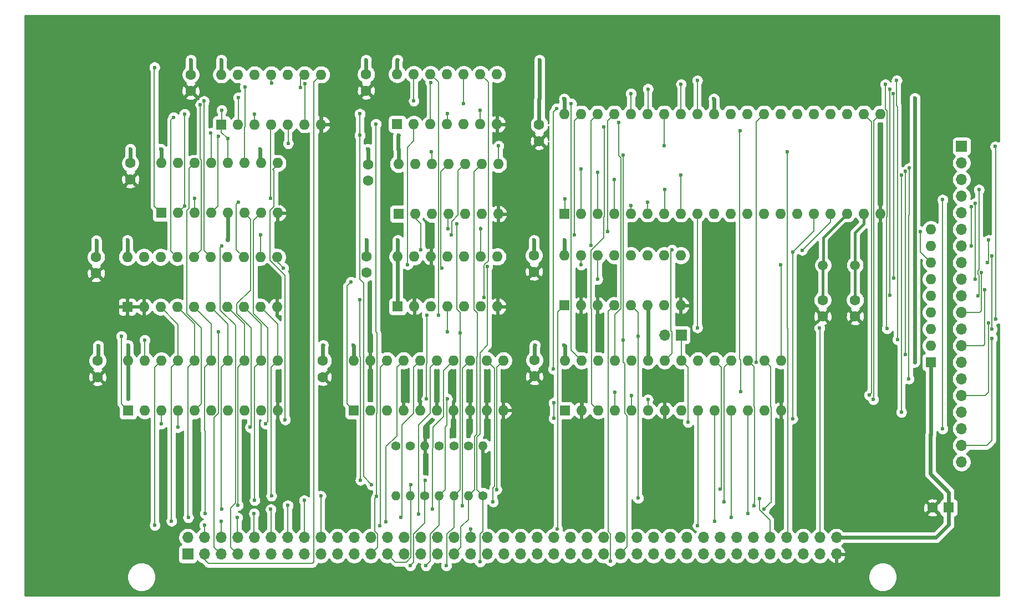
<source format=gbr>
G04 #@! TF.GenerationSoftware,KiCad,Pcbnew,5.1.5+dfsg1-2build2*
G04 #@! TF.CreationDate,2021-06-23T14:50:16-04:00*
G04 #@! TF.ProjectId,InterruptAndKeyboard,496e7465-7272-4757-9074-416e644b6579,1*
G04 #@! TF.SameCoordinates,Original*
G04 #@! TF.FileFunction,Copper,L1,Top*
G04 #@! TF.FilePolarity,Positive*
%FSLAX46Y46*%
G04 Gerber Fmt 4.6, Leading zero omitted, Abs format (unit mm)*
G04 Created by KiCad (PCBNEW 5.1.5+dfsg1-2build2) date 2021-06-23 14:50:16*
%MOMM*%
%LPD*%
G04 APERTURE LIST*
%ADD10R,1.700000X1.700000*%
%ADD11O,1.700000X1.700000*%
%ADD12R,1.600000X1.600000*%
%ADD13C,1.600000*%
%ADD14C,1.400000*%
%ADD15O,1.400000X1.400000*%
%ADD16O,1.600000X1.600000*%
%ADD17C,1.500000*%
%ADD18C,0.600000*%
%ADD19C,0.600000*%
%ADD20C,0.200000*%
%ADD21C,0.127000*%
%ADD22C,0.400000*%
%ADD23C,0.254000*%
G04 APERTURE END LIST*
D10*
X25470000Y-83000000D03*
D11*
X25470000Y-80460000D03*
X28010000Y-83000000D03*
X28010000Y-80460000D03*
X30550000Y-83000000D03*
X30550000Y-80460000D03*
X33090000Y-83000000D03*
X33090000Y-80460000D03*
X35630000Y-83000000D03*
X35630000Y-80460000D03*
X38170000Y-83000000D03*
X38170000Y-80460000D03*
X40710000Y-83000000D03*
X40710000Y-80460000D03*
X43250000Y-83000000D03*
X43250000Y-80460000D03*
X45790000Y-83000000D03*
X45790000Y-80460000D03*
X48330000Y-83000000D03*
X48330000Y-80460000D03*
X50870000Y-83000000D03*
X50870000Y-80460000D03*
X53410000Y-83000000D03*
X53410000Y-80460000D03*
X55950000Y-83000000D03*
X55950000Y-80460000D03*
X58490000Y-83000000D03*
X58490000Y-80460000D03*
X61030000Y-83000000D03*
X61030000Y-80460000D03*
X63570000Y-83000000D03*
X63570000Y-80460000D03*
X66110000Y-83000000D03*
X66110000Y-80460000D03*
X68650000Y-83000000D03*
X68650000Y-80460000D03*
X71190000Y-83000000D03*
X71190000Y-80460000D03*
X73730000Y-83000000D03*
X73730000Y-80460000D03*
X76270000Y-83000000D03*
X76270000Y-80460000D03*
X78810000Y-83000000D03*
X78810000Y-80460000D03*
X81350000Y-83000000D03*
X81350000Y-80460000D03*
X83890000Y-83000000D03*
X83890000Y-80460000D03*
X86430000Y-83000000D03*
X86430000Y-80460000D03*
X88970000Y-83000000D03*
X88970000Y-80460000D03*
X91510000Y-83000000D03*
X91510000Y-80460000D03*
X94050000Y-83000000D03*
X94050000Y-80460000D03*
X96590000Y-83000000D03*
X96590000Y-80460000D03*
X99130000Y-83000000D03*
X99130000Y-80460000D03*
X101670000Y-83000000D03*
X101670000Y-80460000D03*
X104210000Y-83000000D03*
X104210000Y-80460000D03*
X106750000Y-83000000D03*
X106750000Y-80460000D03*
X109290000Y-83000000D03*
X109290000Y-80460000D03*
X111830000Y-83000000D03*
X111830000Y-80460000D03*
X114370000Y-83000000D03*
X114370000Y-80460000D03*
X116910000Y-83000000D03*
X116910000Y-80460000D03*
X119450000Y-83000000D03*
X119450000Y-80460000D03*
X121990000Y-83000000D03*
X121990000Y-80460000D03*
X124530000Y-83000000D03*
X124530000Y-80460000D03*
D12*
X141700000Y-75900000D03*
D13*
X139200000Y-75900000D03*
X52750000Y-39970000D03*
X52750000Y-37470000D03*
X25920000Y-9700000D03*
X25920000Y-12200000D03*
X16710000Y-25740000D03*
X16710000Y-23240000D03*
X11700000Y-55940000D03*
X11700000Y-53440000D03*
X11470000Y-37590000D03*
X11470000Y-40090000D03*
X52720000Y-12170000D03*
X52720000Y-9670000D03*
X52980000Y-25930000D03*
X52980000Y-23430000D03*
X79140000Y-19880000D03*
X79140000Y-17380000D03*
X78410000Y-53330000D03*
X78410000Y-55830000D03*
X78350000Y-39840000D03*
X78350000Y-37340000D03*
X46110000Y-53430000D03*
X46110000Y-55930000D03*
X127390000Y-46660000D03*
X127390000Y-44160000D03*
X122420000Y-44160000D03*
X122420000Y-46660000D03*
D10*
X143640000Y-20660000D03*
D11*
X143640000Y-23200000D03*
X143640000Y-25740000D03*
X143640000Y-28280000D03*
X143640000Y-30820000D03*
X143640000Y-33360000D03*
X143640000Y-35900000D03*
X143640000Y-38440000D03*
X143640000Y-40980000D03*
X143640000Y-43520000D03*
X143640000Y-46060000D03*
X143640000Y-48600000D03*
X143640000Y-51140000D03*
X143640000Y-53680000D03*
X143640000Y-56220000D03*
X143640000Y-58760000D03*
X143640000Y-61300000D03*
X143640000Y-63840000D03*
X143640000Y-66380000D03*
X143640000Y-68920000D03*
D10*
X100840000Y-49520000D03*
D11*
X98300000Y-49520000D03*
D14*
X57250000Y-66430000D03*
D15*
X57250000Y-74050000D03*
D14*
X59465000Y-66430000D03*
D15*
X59465000Y-74050000D03*
D14*
X61680000Y-74050000D03*
D15*
X61680000Y-66430000D03*
X63895000Y-74050000D03*
D14*
X63895000Y-66430000D03*
X66110000Y-66430000D03*
D15*
X66110000Y-74050000D03*
X68325000Y-74050000D03*
D14*
X68325000Y-66430000D03*
X70540000Y-74050000D03*
D15*
X70540000Y-66430000D03*
D16*
X138960000Y-33360000D03*
X138960000Y-35900000D03*
X138960000Y-38440000D03*
X138960000Y-40980000D03*
X138960000Y-43520000D03*
X138960000Y-46060000D03*
X138960000Y-48600000D03*
X138960000Y-51140000D03*
D12*
X138960000Y-53680000D03*
D16*
X57530000Y-37540000D03*
X72770000Y-45160000D03*
X60070000Y-37540000D03*
X70230000Y-45160000D03*
X62610000Y-37540000D03*
X67690000Y-45160000D03*
X65150000Y-37540000D03*
X65150000Y-45160000D03*
X67690000Y-37540000D03*
X62610000Y-45160000D03*
X70230000Y-37540000D03*
X60070000Y-45160000D03*
X72770000Y-37540000D03*
D12*
X57530000Y-45160000D03*
X30620000Y-17320000D03*
D16*
X45860000Y-9700000D03*
X33160000Y-17320000D03*
X43320000Y-9700000D03*
X35700000Y-17320000D03*
X40780000Y-9700000D03*
X38240000Y-17320000D03*
X38240000Y-9700000D03*
X40780000Y-17320000D03*
X35700000Y-9700000D03*
X43320000Y-17320000D03*
X33160000Y-9700000D03*
X45860000Y-17320000D03*
X30620000Y-9700000D03*
X21400000Y-23240000D03*
X39180000Y-30860000D03*
X23940000Y-23240000D03*
X36640000Y-30860000D03*
X26480000Y-23240000D03*
X34100000Y-30860000D03*
X29020000Y-23240000D03*
X31560000Y-30860000D03*
X31560000Y-23240000D03*
X29020000Y-30860000D03*
X34100000Y-23240000D03*
X26480000Y-30860000D03*
X36640000Y-23240000D03*
X23940000Y-30860000D03*
X39180000Y-23240000D03*
D12*
X21400000Y-30860000D03*
D16*
X16360000Y-53440000D03*
X39220000Y-61060000D03*
X18900000Y-53440000D03*
X36680000Y-61060000D03*
X21440000Y-53440000D03*
X34140000Y-61060000D03*
X23980000Y-53440000D03*
X31600000Y-61060000D03*
X26520000Y-53440000D03*
X29060000Y-61060000D03*
X29060000Y-53440000D03*
X26520000Y-61060000D03*
X31600000Y-53440000D03*
X23980000Y-61060000D03*
X34140000Y-53440000D03*
X21440000Y-61060000D03*
X36680000Y-53440000D03*
X18900000Y-61060000D03*
X39220000Y-53440000D03*
D12*
X16360000Y-61060000D03*
X16240000Y-45210000D03*
D16*
X39100000Y-37590000D03*
X18780000Y-45210000D03*
X36560000Y-37590000D03*
X21320000Y-45210000D03*
X34020000Y-37590000D03*
X23860000Y-45210000D03*
X31480000Y-37590000D03*
X26400000Y-45210000D03*
X28940000Y-37590000D03*
X28940000Y-45210000D03*
X26400000Y-37590000D03*
X31480000Y-45210000D03*
X23860000Y-37590000D03*
X34020000Y-45210000D03*
X21320000Y-37590000D03*
X36560000Y-45210000D03*
X18780000Y-37590000D03*
X39100000Y-45210000D03*
X16240000Y-37590000D03*
X57460000Y-9660000D03*
X72700000Y-17280000D03*
X60000000Y-9660000D03*
X70160000Y-17280000D03*
X62540000Y-9660000D03*
X67620000Y-17280000D03*
X65080000Y-9660000D03*
X65080000Y-17280000D03*
X67620000Y-9660000D03*
X62540000Y-17280000D03*
X70160000Y-9660000D03*
X60000000Y-17280000D03*
X72700000Y-9660000D03*
D12*
X57460000Y-17280000D03*
X57640000Y-31010000D03*
D16*
X72880000Y-23390000D03*
X60180000Y-31010000D03*
X70340000Y-23390000D03*
X62720000Y-31010000D03*
X67800000Y-23390000D03*
X65260000Y-31010000D03*
X65260000Y-23390000D03*
X67800000Y-31010000D03*
X62720000Y-23390000D03*
X70340000Y-31010000D03*
X60180000Y-23390000D03*
X72880000Y-31010000D03*
X57640000Y-23390000D03*
D12*
X82970000Y-30950000D03*
D16*
X131230000Y-15710000D03*
X85510000Y-30950000D03*
X128690000Y-15710000D03*
X88050000Y-30950000D03*
X126150000Y-15710000D03*
X90590000Y-30950000D03*
X123610000Y-15710000D03*
X93130000Y-30950000D03*
X121070000Y-15710000D03*
X95670000Y-30950000D03*
X118530000Y-15710000D03*
X98210000Y-30950000D03*
X115990000Y-15710000D03*
X100750000Y-30950000D03*
X113450000Y-15710000D03*
X103290000Y-30950000D03*
X110910000Y-15710000D03*
X105830000Y-30950000D03*
X108370000Y-15710000D03*
X108370000Y-30950000D03*
X105830000Y-15710000D03*
X110910000Y-30950000D03*
X103290000Y-15710000D03*
X113450000Y-30950000D03*
X100750000Y-15710000D03*
X115990000Y-30950000D03*
X98210000Y-15710000D03*
X118530000Y-30950000D03*
X95670000Y-15710000D03*
X121070000Y-30950000D03*
X93130000Y-15710000D03*
X123610000Y-30950000D03*
X90590000Y-15710000D03*
X126150000Y-30950000D03*
X88050000Y-15710000D03*
X128690000Y-30950000D03*
X85510000Y-15710000D03*
X131230000Y-30950000D03*
X82970000Y-15710000D03*
D12*
X83050000Y-61020000D03*
D16*
X116070000Y-53400000D03*
X85590000Y-61020000D03*
X113530000Y-53400000D03*
X88130000Y-61020000D03*
X110990000Y-53400000D03*
X90670000Y-61020000D03*
X108450000Y-53400000D03*
X93210000Y-61020000D03*
X105910000Y-53400000D03*
X95750000Y-61020000D03*
X103370000Y-53400000D03*
X98290000Y-61020000D03*
X100830000Y-53400000D03*
X100830000Y-61020000D03*
X98290000Y-53400000D03*
X103370000Y-61020000D03*
X95750000Y-53400000D03*
X105910000Y-61020000D03*
X93210000Y-53400000D03*
X108450000Y-61020000D03*
X90670000Y-53400000D03*
X110990000Y-61020000D03*
X88130000Y-53400000D03*
X113530000Y-61020000D03*
X85590000Y-53400000D03*
X116070000Y-61020000D03*
X83050000Y-53400000D03*
D12*
X82980000Y-44970000D03*
D16*
X100760000Y-37350000D03*
X85520000Y-44970000D03*
X98220000Y-37350000D03*
X88060000Y-44970000D03*
X95680000Y-37350000D03*
X90600000Y-44970000D03*
X93140000Y-37350000D03*
X93140000Y-44970000D03*
X90600000Y-37350000D03*
X95680000Y-44970000D03*
X88060000Y-37350000D03*
X98220000Y-44970000D03*
X85520000Y-37350000D03*
X100760000Y-44970000D03*
X82980000Y-37350000D03*
X50800000Y-53400000D03*
X73660000Y-61020000D03*
X53340000Y-53400000D03*
X71120000Y-61020000D03*
X55880000Y-53400000D03*
X68580000Y-61020000D03*
X58420000Y-53400000D03*
X66040000Y-61020000D03*
X60960000Y-53400000D03*
X63500000Y-61020000D03*
X63500000Y-53400000D03*
X60960000Y-61020000D03*
X66040000Y-53400000D03*
X58420000Y-61020000D03*
X68580000Y-53400000D03*
X55880000Y-61020000D03*
X71120000Y-53400000D03*
X53340000Y-61020000D03*
X73660000Y-53400000D03*
D12*
X50800000Y-61020000D03*
D17*
X127370000Y-38840000D03*
X122470000Y-38840000D03*
D18*
X138850000Y-64900000D03*
X16350000Y-51050000D03*
X11800000Y-51100000D03*
X82950000Y-51050000D03*
X78500000Y-51050000D03*
X50750000Y-51050000D03*
X46150000Y-51050000D03*
X136500000Y-51050000D03*
X83000000Y-35000000D03*
X78350000Y-35000000D03*
X136500000Y-35000000D03*
X11500000Y-35050000D03*
X16250000Y-35000000D03*
X52750000Y-35000000D03*
X57550000Y-35000000D03*
X25950000Y-7450000D03*
X79200000Y-13400000D03*
X136500000Y-13300000D03*
X79200000Y-7450000D03*
X52700000Y-7450000D03*
X57500000Y-7450000D03*
X30600000Y-7450000D03*
X16700000Y-21050000D03*
X57600000Y-21050000D03*
X52950000Y-21050000D03*
X21350000Y-21050000D03*
X136500000Y-53650000D03*
X31500000Y-35000000D03*
X16400000Y-59300000D03*
X36550000Y-21050000D03*
X57650000Y-19000000D03*
X95800000Y-51050000D03*
X82950000Y-13400000D03*
X105800000Y-13400000D03*
X60050000Y-39950000D03*
X45850000Y-25950000D03*
X45850000Y-12150000D03*
X85550000Y-55850000D03*
X98450000Y-66750000D03*
X20440000Y-78590000D03*
X28010000Y-78580000D03*
X103350000Y-78650000D03*
X54800000Y-78650000D03*
X30150000Y-49050000D03*
X65100000Y-49050000D03*
X23000000Y-77950000D03*
X30550000Y-77950000D03*
X105950000Y-77950000D03*
X55750000Y-78050000D03*
X30650000Y-35900000D03*
X25550000Y-77400000D03*
X33050000Y-77400000D03*
X108500000Y-77400000D03*
X58000000Y-77400000D03*
X28100000Y-76800000D03*
X35600000Y-76800000D03*
X111050000Y-76800000D03*
X60750000Y-76873000D03*
X30650000Y-76150000D03*
X113500000Y-76150000D03*
X38150000Y-76150000D03*
X62850000Y-76150000D03*
X33150000Y-75550000D03*
X40750000Y-75550000D03*
X111950000Y-75600000D03*
X67400000Y-75623000D03*
X35700000Y-74800000D03*
X43250000Y-74800000D03*
X107399999Y-75023000D03*
X72100000Y-75000000D03*
X38250000Y-74100000D03*
X45800000Y-74100000D03*
X106800000Y-73100000D03*
X72622999Y-73122999D03*
X59450000Y-84750000D03*
X61700000Y-71700000D03*
X51850000Y-71700000D03*
X51785999Y-44150000D03*
X54325999Y-74200000D03*
X54200000Y-17250000D03*
X59500000Y-72400000D03*
X53550000Y-72400000D03*
X51750000Y-19000000D03*
X51750000Y-15700000D03*
X65100000Y-15700000D03*
X61850000Y-84750000D03*
X65100000Y-59250000D03*
X61945999Y-59250000D03*
X63750000Y-46500000D03*
X61987001Y-46487001D03*
X64950000Y-84750000D03*
X66600000Y-32500000D03*
X67067001Y-49173000D03*
X70100000Y-84200000D03*
X71250000Y-39050000D03*
X68650000Y-79177000D03*
X81923000Y-79177000D03*
X92000000Y-22050000D03*
X18900000Y-50300000D03*
X92000000Y-50300000D03*
X90050000Y-84050000D03*
X94250000Y-74450000D03*
X112800000Y-74500000D03*
X15350000Y-49700000D03*
X94237001Y-49737001D03*
X62700000Y-21500000D03*
X117050000Y-21500000D03*
X121950000Y-48450000D03*
X103300000Y-48400000D03*
X148827000Y-47050000D03*
X148800000Y-20700000D03*
X98200000Y-20600000D03*
X90650000Y-25750000D03*
X84550000Y-34250000D03*
X145100000Y-35900000D03*
X145100000Y-29850000D03*
X93150000Y-29750000D03*
X147750000Y-35000000D03*
X87050000Y-35800000D03*
X147560000Y-38440000D03*
X145750000Y-40950000D03*
X145750000Y-29350000D03*
X95700000Y-29215999D03*
X146145999Y-43500000D03*
X146300000Y-27300000D03*
X98300000Y-27250000D03*
X146700000Y-39950000D03*
X133300000Y-40850000D03*
X133200000Y-12600000D03*
X93150000Y-12600000D03*
X148300000Y-48600000D03*
X148300000Y-37450000D03*
X89600000Y-33723000D03*
X137350000Y-33700000D03*
X147200000Y-42600000D03*
X132700000Y-43450000D03*
X132700000Y-11900000D03*
X95750000Y-11900000D03*
X88050000Y-24650000D03*
X135050000Y-24500000D03*
X135050000Y-52500000D03*
X85500000Y-24150000D03*
X135650000Y-24000000D03*
X135600000Y-56200000D03*
X147750000Y-47650000D03*
X132250000Y-48550000D03*
X132000000Y-11200000D03*
X100800000Y-11200000D03*
X100750000Y-25100000D03*
X134450000Y-25100000D03*
X134450000Y-61300000D03*
X140750000Y-63850000D03*
X140750000Y-28830001D03*
X83050000Y-28700000D03*
X148300000Y-50000000D03*
X103300000Y-10600000D03*
X133750000Y-10600000D03*
X133850000Y-50200000D03*
X101850000Y-62827000D03*
X70730001Y-43750000D03*
X65250000Y-33250000D03*
X70230000Y-33280000D03*
X31560000Y-19510000D03*
X70150000Y-15150000D03*
X30650000Y-15150000D03*
X29000000Y-18650000D03*
X33200000Y-13200000D03*
X62550000Y-10900000D03*
X34200000Y-11600000D03*
X42700000Y-11650000D03*
X35700000Y-15723000D03*
X24977000Y-15723000D03*
X24967001Y-29832999D03*
X38100000Y-28650000D03*
X26550000Y-28650000D03*
X38250000Y-11000000D03*
X43350000Y-11100000D03*
X72950000Y-20600000D03*
X30150000Y-19177000D03*
X40800000Y-20250000D03*
X20400000Y-8600000D03*
X37350000Y-63100000D03*
X21450000Y-63100000D03*
X35000000Y-63627000D03*
X24000000Y-63627000D03*
X40350000Y-62450000D03*
X64300000Y-39300000D03*
X40100000Y-39277000D03*
X65700000Y-34250000D03*
X36600000Y-34250000D03*
X33200000Y-29200000D03*
X61100000Y-36500000D03*
X60000000Y-13727000D03*
X27950000Y-13750000D03*
X67600000Y-14150000D03*
X27400000Y-14300000D03*
X23300000Y-16250000D03*
X59050000Y-38750000D03*
X95750000Y-59373000D03*
X130173000Y-59373000D03*
X129550000Y-58700000D03*
X93250000Y-58750000D03*
X90700000Y-58250000D03*
X109900000Y-58173000D03*
X109800000Y-18300000D03*
X89035999Y-17700000D03*
X84050000Y-14150000D03*
X81800000Y-14900000D03*
X81300000Y-54700000D03*
X91300000Y-17050000D03*
X112250000Y-53700000D03*
X117850000Y-36800000D03*
X117850000Y-62300000D03*
X119300000Y-36550000D03*
X99400000Y-36500000D03*
X116050000Y-38800000D03*
X85550000Y-38800000D03*
X81350000Y-62250000D03*
X81350000Y-59900000D03*
X88050000Y-41000000D03*
X50400000Y-41400000D03*
D19*
X138960000Y-64790000D02*
X138850000Y-64900000D01*
X138960000Y-53680000D02*
X138960000Y-64790000D01*
X141700000Y-75900000D02*
X141700000Y-73550000D01*
X138850000Y-70700000D02*
X138850000Y-64900000D01*
X141700000Y-73550000D02*
X138850000Y-70700000D01*
X124530000Y-80460000D02*
X139740000Y-80460000D01*
X141700000Y-78500000D02*
X141700000Y-75900000D01*
X139740000Y-80460000D02*
X141700000Y-78500000D01*
X16360000Y-51060000D02*
X16350000Y-51050000D01*
X16360000Y-53440000D02*
X16360000Y-51060000D01*
X11800000Y-53340000D02*
X11700000Y-53440000D01*
X11800000Y-51100000D02*
X11800000Y-53340000D01*
X83050000Y-51150000D02*
X82950000Y-51050000D01*
X83050000Y-53400000D02*
X83050000Y-51150000D01*
X78410000Y-51140000D02*
X78500000Y-51050000D01*
X78410000Y-53330000D02*
X78410000Y-51140000D01*
X50800000Y-51100000D02*
X50750000Y-51050000D01*
X50800000Y-53400000D02*
X50800000Y-51100000D01*
X46110000Y-51090000D02*
X46150000Y-51050000D01*
X46110000Y-53430000D02*
X46110000Y-51090000D01*
X82980000Y-35020000D02*
X83000000Y-35000000D01*
X82980000Y-37350000D02*
X82980000Y-35020000D01*
X78350000Y-35000000D02*
X78350000Y-37340000D01*
X136500000Y-51050000D02*
X136500000Y-35000000D01*
X11500000Y-37560000D02*
X11470000Y-37590000D01*
X11500000Y-35050000D02*
X11500000Y-37560000D01*
X16240000Y-37590000D02*
X16240000Y-35010000D01*
X16240000Y-35010000D02*
X16250000Y-35000000D01*
X52750000Y-37470000D02*
X52750000Y-35000000D01*
X57530000Y-35020000D02*
X57550000Y-35000000D01*
X57530000Y-37540000D02*
X57530000Y-35020000D01*
X25920000Y-7480000D02*
X25950000Y-7450000D01*
X25920000Y-9700000D02*
X25920000Y-7480000D01*
X79140000Y-13460000D02*
X79200000Y-13400000D01*
X79140000Y-17380000D02*
X79140000Y-13460000D01*
X136500000Y-35000000D02*
X136500000Y-13300000D01*
X79200000Y-7450000D02*
X79200000Y-13400000D01*
X52720000Y-7470000D02*
X52700000Y-7450000D01*
X52720000Y-9670000D02*
X52720000Y-7470000D01*
X57460000Y-7490000D02*
X57500000Y-7450000D01*
X57460000Y-9660000D02*
X57460000Y-7490000D01*
X30620000Y-7470000D02*
X30600000Y-7450000D01*
X30620000Y-9700000D02*
X30620000Y-7470000D01*
X16710000Y-21060000D02*
X16700000Y-21050000D01*
X16710000Y-23240000D02*
X16710000Y-21060000D01*
X57640000Y-21090000D02*
X57600000Y-21050000D01*
X57640000Y-23390000D02*
X57640000Y-21090000D01*
X52980000Y-21080000D02*
X52950000Y-21050000D01*
X52980000Y-23430000D02*
X52980000Y-21080000D01*
X21400000Y-21100000D02*
X21350000Y-21050000D01*
X21400000Y-23240000D02*
X21400000Y-21100000D01*
X136500000Y-53650000D02*
X136500000Y-51050000D01*
X31560000Y-30860000D02*
X31560000Y-34940000D01*
X31560000Y-34940000D02*
X31500000Y-35000000D01*
X57530000Y-45160000D02*
X57530000Y-37540000D01*
X16400000Y-53480000D02*
X16360000Y-53440000D01*
X16400000Y-59300000D02*
X16400000Y-53480000D01*
X36550000Y-23150000D02*
X36640000Y-23240000D01*
X36550000Y-21050000D02*
X36550000Y-23150000D01*
X57600000Y-19050000D02*
X57650000Y-19000000D01*
X57600000Y-21050000D02*
X57600000Y-19050000D01*
X95750000Y-51100000D02*
X95800000Y-51050000D01*
X95750000Y-53400000D02*
X95750000Y-51100000D01*
X82970000Y-13420000D02*
X82950000Y-13400000D01*
X82970000Y-15710000D02*
X82970000Y-13420000D01*
X105830000Y-13430000D02*
X105800000Y-13400000D01*
X105830000Y-15710000D02*
X105830000Y-13430000D01*
X95800000Y-45090000D02*
X95680000Y-44970000D01*
X95800000Y-51050000D02*
X95800000Y-45090000D01*
X60050000Y-45140000D02*
X60070000Y-45160000D01*
X60050000Y-39950000D02*
X60050000Y-45140000D01*
X45860000Y-25940000D02*
X45850000Y-25950000D01*
X45860000Y-17320000D02*
X45860000Y-25940000D01*
X45850000Y-17310000D02*
X45860000Y-17320000D01*
X45850000Y-12150000D02*
X45850000Y-17310000D01*
X85590000Y-55890000D02*
X85550000Y-55850000D01*
X85590000Y-61020000D02*
X85590000Y-55890000D01*
D20*
X44712999Y-10847001D02*
X44712999Y-84237001D01*
X45860000Y-9700000D02*
X44712999Y-10847001D01*
X44712999Y-84237001D02*
X44500000Y-84450000D01*
X44500000Y-84450000D02*
X28600000Y-84450000D01*
X28010000Y-83860000D02*
X28010000Y-83000000D01*
X28600000Y-84450000D02*
X28010000Y-83860000D01*
X28010000Y-78580000D02*
X28010000Y-80460000D01*
D21*
X103370000Y-78630000D02*
X103350000Y-78650000D01*
D20*
X103370000Y-61020000D02*
X103370000Y-78630000D01*
X20412999Y-78562999D02*
X20440000Y-78590000D01*
X20412999Y-54467001D02*
X20412999Y-78562999D01*
X21440000Y-53440000D02*
X20412999Y-54467001D01*
X55880000Y-53400000D02*
X54852999Y-54427001D01*
X54852999Y-78597001D02*
X54800000Y-78650000D01*
X54852999Y-54427001D02*
X54852999Y-78597001D01*
X30550000Y-83000000D02*
X29500000Y-81950000D01*
X30150000Y-61437001D02*
X30150000Y-49050000D01*
X29472999Y-62114002D02*
X30150000Y-61437001D01*
X29472999Y-81922999D02*
X29472999Y-62114002D01*
X29500000Y-81950000D02*
X29472999Y-81922999D01*
X65100000Y-45210000D02*
X65150000Y-45160000D01*
X65100000Y-49050000D02*
X65100000Y-45210000D01*
D21*
X22989499Y-77939499D02*
X23000000Y-77950000D01*
D20*
X30550000Y-77950000D02*
X30550000Y-80460000D01*
X21320000Y-45210000D02*
X24000000Y-47890000D01*
D21*
X24000000Y-53420000D02*
X23980000Y-53440000D01*
D20*
X24000000Y-47890000D02*
X24000000Y-53420000D01*
D21*
X105950000Y-61060000D02*
X105910000Y-61020000D01*
D20*
X105950000Y-77950000D02*
X105950000Y-61060000D01*
X22952999Y-77902999D02*
X23000000Y-77950000D01*
X22952999Y-54467001D02*
X22952999Y-77902999D01*
X23980000Y-53440000D02*
X22952999Y-54467001D01*
X58420000Y-53400000D02*
X57392999Y-54427001D01*
X57392999Y-54427001D02*
X57392999Y-60527039D01*
X55750000Y-66558038D02*
X55750000Y-78050000D01*
X57392999Y-64915039D02*
X55750000Y-66558038D01*
X57392999Y-60527039D02*
X57392999Y-64915039D01*
X30452999Y-36097001D02*
X30650000Y-35900000D01*
X30452999Y-45702961D02*
X30452999Y-36097001D01*
X32772990Y-48022952D02*
X30452999Y-45702961D01*
X32772990Y-75147048D02*
X32772990Y-48022952D01*
X32012999Y-75907039D02*
X32772990Y-75147048D01*
X32012999Y-81922999D02*
X32012999Y-75907039D01*
X33090000Y-83000000D02*
X32012999Y-81922999D01*
D21*
X25529499Y-77379499D02*
X25550000Y-77400000D01*
D20*
X26520000Y-53440000D02*
X25529499Y-54430501D01*
D21*
X33050000Y-80420000D02*
X33090000Y-80460000D01*
D20*
X33050000Y-77400000D02*
X33050000Y-80420000D01*
X26520000Y-47870000D02*
X26520000Y-53440000D01*
X23860000Y-45210000D02*
X26520000Y-47870000D01*
D21*
X108500000Y-61070000D02*
X108450000Y-61020000D01*
D20*
X108500000Y-77400000D02*
X108500000Y-61070000D01*
X25529499Y-54430501D02*
X25529499Y-60530539D01*
X25492999Y-77342999D02*
X25550000Y-77400000D01*
X25492999Y-60567039D02*
X25492999Y-77342999D01*
X25529499Y-60530539D02*
X25492999Y-60567039D01*
X58177001Y-77222999D02*
X58000000Y-77400000D01*
X58177001Y-63268959D02*
X58177001Y-77222999D01*
X59932999Y-61512961D02*
X58177001Y-63268959D01*
X59932999Y-54427001D02*
X59932999Y-61512961D01*
X60960000Y-53400000D02*
X59932999Y-54427001D01*
D21*
X28069499Y-76769499D02*
X28100000Y-76800000D01*
D20*
X29060000Y-53440000D02*
X28069499Y-54430501D01*
D21*
X35600000Y-80430000D02*
X35630000Y-80460000D01*
D20*
X35600000Y-76800000D02*
X35600000Y-80430000D01*
X29060000Y-47870000D02*
X29060000Y-53440000D01*
X26400000Y-45210000D02*
X29060000Y-47870000D01*
D21*
X111050000Y-61080000D02*
X110990000Y-61020000D01*
D20*
X111050000Y-76800000D02*
X111050000Y-61080000D01*
X28032999Y-60567039D02*
X28032999Y-64132999D01*
X28069499Y-60530539D02*
X28032999Y-60567039D01*
X28069499Y-54430501D02*
X28069499Y-60530539D01*
X28100000Y-64200000D02*
X28100000Y-76800000D01*
X28032999Y-64132999D02*
X28100000Y-64200000D01*
X60750000Y-63235960D02*
X60750000Y-76873000D01*
X62472999Y-61512961D02*
X60750000Y-63235960D01*
X62472999Y-54427001D02*
X62472999Y-61512961D01*
X63500000Y-53400000D02*
X62472999Y-54427001D01*
D21*
X30609499Y-76109499D02*
X30650000Y-76150000D01*
D20*
X31600000Y-53440000D02*
X30609499Y-54430501D01*
D21*
X38250000Y-80380000D02*
X38170000Y-80460000D01*
D20*
X31600000Y-47870000D02*
X31600000Y-53440000D01*
X28940000Y-45210000D02*
X31600000Y-47870000D01*
X114520501Y-54390501D02*
X113530000Y-53400000D01*
X113500000Y-76150000D02*
X114520501Y-75129499D01*
X30609499Y-60530539D02*
X30572999Y-60567039D01*
X30609499Y-54430501D02*
X30609499Y-60530539D01*
X30572999Y-76072999D02*
X30650000Y-76150000D01*
X30572999Y-60567039D02*
X30572999Y-76072999D01*
X114520501Y-60490539D02*
X114557001Y-60527039D01*
X114520501Y-54390501D02*
X114520501Y-60490539D01*
X114557001Y-75092999D02*
X114520501Y-75129499D01*
X114557001Y-60527039D02*
X114557001Y-75092999D01*
X66040000Y-53400000D02*
X65012999Y-54427001D01*
X38170000Y-76170000D02*
X38150000Y-76150000D01*
X38170000Y-80460000D02*
X38170000Y-76170000D01*
X62967999Y-63557961D02*
X62967999Y-66732001D01*
X62850000Y-66850000D02*
X62850000Y-76150000D01*
X62967999Y-66732001D02*
X62850000Y-66850000D01*
X62967999Y-63557961D02*
X64527001Y-61998959D01*
X64527001Y-54912999D02*
X65012999Y-54427001D01*
X64527001Y-61998959D02*
X64527001Y-54912999D01*
D21*
X33149499Y-75549499D02*
X33150000Y-75550000D01*
D20*
X34140000Y-53440000D02*
X33149499Y-54430501D01*
D21*
X40750000Y-80420000D02*
X40710000Y-80460000D01*
D20*
X40750000Y-75550000D02*
X40750000Y-80420000D01*
X34140000Y-47870000D02*
X34140000Y-53440000D01*
X31480000Y-45210000D02*
X34140000Y-47870000D01*
X111980501Y-54390501D02*
X110990000Y-53400000D01*
D21*
X111950000Y-75600000D02*
X111980501Y-75569499D01*
D20*
X33149499Y-60530539D02*
X33100000Y-60580038D01*
X33149499Y-54430501D02*
X33149499Y-60530539D01*
X33100000Y-75500000D02*
X33150000Y-75550000D01*
X33100000Y-60580038D02*
X33100000Y-75500000D01*
X111980501Y-60490539D02*
X112017001Y-60527039D01*
X111980501Y-54390501D02*
X111980501Y-60490539D01*
X111950000Y-75250000D02*
X111950000Y-75600000D01*
X112017001Y-75182999D02*
X111950000Y-75250000D01*
X112017001Y-60527039D02*
X112017001Y-75182999D01*
X67397999Y-75620999D02*
X67400000Y-75623000D01*
X67397999Y-54582001D02*
X67397999Y-75620999D01*
X68580000Y-53400000D02*
X67397999Y-54582001D01*
D21*
X35689499Y-74789499D02*
X35700000Y-74800000D01*
D20*
X36680000Y-53440000D02*
X35689499Y-54430501D01*
X43250000Y-74800000D02*
X43250000Y-80460000D01*
X36680000Y-47870000D02*
X36680000Y-53440000D01*
X34020000Y-45210000D02*
X36680000Y-47870000D01*
X35689499Y-60530539D02*
X35650000Y-60570038D01*
X35689499Y-54430501D02*
X35689499Y-60530539D01*
X35650000Y-74750000D02*
X35700000Y-74800000D01*
X35650000Y-60570038D02*
X35650000Y-74750000D01*
X107400001Y-54449999D02*
X107400001Y-75022998D01*
X108450000Y-53400000D02*
X107400001Y-54449999D01*
X107400001Y-75022998D02*
X107399999Y-75023000D01*
X71120000Y-53400000D02*
X72305989Y-54585989D01*
X72095998Y-74995998D02*
X72100000Y-75000000D01*
X72095998Y-72870038D02*
X72095998Y-74995998D01*
X72305989Y-72660047D02*
X72095998Y-72870038D01*
X72305989Y-54585989D02*
X72305989Y-72660047D01*
D21*
X38229499Y-74079499D02*
X38250000Y-74100000D01*
D20*
X39220000Y-53440000D02*
X38229499Y-54430501D01*
D21*
X45800000Y-80450000D02*
X45790000Y-80460000D01*
D20*
X45800000Y-74100000D02*
X45800000Y-80450000D01*
X39220000Y-47870000D02*
X39220000Y-53440000D01*
X36560000Y-45210000D02*
X39220000Y-47870000D01*
X38229499Y-60530539D02*
X38192999Y-60567039D01*
X38229499Y-54430501D02*
X38229499Y-60530539D01*
X38192999Y-74042999D02*
X38250000Y-74100000D01*
X38192999Y-60567039D02*
X38192999Y-74042999D01*
X106937001Y-54427001D02*
X105910000Y-53400000D01*
X106937001Y-72962999D02*
X106937001Y-54427001D01*
X106800000Y-73100000D02*
X106937001Y-72962999D01*
X72632999Y-73112999D02*
X72622999Y-73122999D01*
X72632999Y-54427001D02*
X72632999Y-73112999D01*
X73660000Y-53400000D02*
X72632999Y-54427001D01*
X61680000Y-78216038D02*
X59952999Y-79943039D01*
X61680000Y-74050000D02*
X61680000Y-78216038D01*
X59952999Y-84247001D02*
X59450000Y-84750000D01*
X59952999Y-79943039D02*
X59952999Y-84247001D01*
X61680000Y-71720000D02*
X61700000Y-71700000D01*
X61680000Y-74050000D02*
X61680000Y-71720000D01*
X51850000Y-54450000D02*
X51850000Y-71700000D01*
X51850000Y-52930038D02*
X51850000Y-54450000D01*
X51785999Y-52866037D02*
X51850000Y-52930038D01*
X51785999Y-44150000D02*
X51785999Y-52866037D01*
X54487001Y-81922999D02*
X53410000Y-83000000D01*
X54487001Y-79943039D02*
X54487001Y-81922999D01*
X54026000Y-79482038D02*
X54487001Y-79943039D01*
X54026000Y-74499999D02*
X54026000Y-79482038D01*
X54325999Y-74200000D02*
X54026000Y-74499999D01*
X54367001Y-61512961D02*
X54367001Y-49217001D01*
X54325999Y-61553963D02*
X54367001Y-61512961D01*
X54325999Y-74200000D02*
X54325999Y-61553963D01*
X54200000Y-49050000D02*
X54200000Y-17250000D01*
X54367001Y-49217001D02*
X54200000Y-49050000D01*
X59567001Y-83516961D02*
X58833962Y-84250000D01*
X59567001Y-74152001D02*
X59567001Y-83516961D01*
X59465000Y-74050000D02*
X59567001Y-74152001D01*
X57200000Y-84250000D02*
X55950000Y-83000000D01*
X58833962Y-84250000D02*
X57200000Y-84250000D01*
X59465000Y-72435000D02*
X59500000Y-72400000D01*
X59465000Y-74050000D02*
X59465000Y-72435000D01*
X51722999Y-19027001D02*
X51750000Y-19000000D01*
X51722999Y-40947001D02*
X51722999Y-19027001D01*
X52312999Y-71162999D02*
X52312999Y-41537001D01*
X53550000Y-72400000D02*
X52312999Y-71162999D01*
X52312999Y-41537001D02*
X51722999Y-40947001D01*
X51750000Y-19000000D02*
X51750000Y-15700000D01*
X65100000Y-17260000D02*
X65080000Y-17280000D01*
X65100000Y-15700000D02*
X65100000Y-17260000D01*
X63895000Y-78541038D02*
X62492999Y-79943039D01*
X63895000Y-74050000D02*
X63895000Y-78541038D01*
X62492999Y-84107001D02*
X61850000Y-84750000D01*
X62492999Y-79943039D02*
X62492999Y-84107001D01*
X62540000Y-9660000D02*
X63747001Y-10867001D01*
X64822001Y-73122999D02*
X64822001Y-63527999D01*
X63895000Y-74050000D02*
X64822001Y-73122999D01*
X64822001Y-63527999D02*
X65012999Y-63337001D01*
X65012999Y-59337001D02*
X65100000Y-59250000D01*
X65012999Y-63337001D02*
X65012999Y-59337001D01*
X61987001Y-53892961D02*
X61987001Y-46487001D01*
X61945999Y-53933963D02*
X61987001Y-53892961D01*
X61945999Y-59250000D02*
X61945999Y-53933963D01*
X63747001Y-37547001D02*
X63747001Y-46497001D01*
X63747001Y-46497001D02*
X63750000Y-46500000D01*
X63747001Y-10867001D02*
X63747001Y-37547001D01*
X63747001Y-37547001D02*
X63747001Y-37647001D01*
X66110000Y-74050000D02*
X66110000Y-78890000D01*
X65593039Y-79382999D02*
X65032999Y-79943039D01*
X65617001Y-79382999D02*
X65593039Y-79382999D01*
X66110000Y-78890000D02*
X65617001Y-79382999D01*
X65032999Y-84667001D02*
X64950000Y-84750000D01*
X65032999Y-79943039D02*
X65032999Y-84667001D01*
X66600000Y-45589962D02*
X66600000Y-32500000D01*
X67067001Y-62832999D02*
X67067001Y-46056963D01*
X67037001Y-62862999D02*
X67067001Y-62832999D01*
X67037001Y-73122999D02*
X67037001Y-62862999D01*
X67067001Y-46056963D02*
X66600000Y-45589962D01*
X66110000Y-74050000D02*
X67037001Y-73122999D01*
X70540000Y-79516038D02*
X70112999Y-79943039D01*
X70540000Y-74050000D02*
X70540000Y-79516038D01*
X70112999Y-84187001D02*
X70100000Y-84200000D01*
X70112999Y-79943039D02*
X70112999Y-84187001D01*
X70092999Y-64623463D02*
X70092999Y-52257001D01*
X69612999Y-65103463D02*
X70092999Y-64623463D01*
X69612999Y-73122999D02*
X69612999Y-65103463D01*
X70540000Y-74050000D02*
X69612999Y-73122999D01*
X71257001Y-39057001D02*
X71250000Y-39050000D01*
X71257001Y-51092999D02*
X71257001Y-39057001D01*
X70092999Y-52257001D02*
X71257001Y-51092999D01*
X68325000Y-74050000D02*
X68325000Y-77725000D01*
X68325000Y-77725000D02*
X67187001Y-78862999D01*
X67187001Y-81922999D02*
X66110000Y-83000000D01*
X67187001Y-78862999D02*
X67187001Y-81922999D01*
X69202999Y-24527001D02*
X70340000Y-23390000D01*
X69700000Y-46149962D02*
X69202999Y-45652961D01*
X69700000Y-52714002D02*
X69700000Y-46149962D01*
X69607001Y-64647001D02*
X69607001Y-52807001D01*
X69202999Y-45652961D02*
X69202999Y-24527001D01*
X69252001Y-65002001D02*
X69607001Y-64647001D01*
X69607001Y-52807001D02*
X69700000Y-52714002D01*
X69252001Y-73122999D02*
X69252001Y-65002001D01*
X68325000Y-74050000D02*
X69252001Y-73122999D01*
X68650000Y-80460000D02*
X68650000Y-79177000D01*
X81950001Y-79149999D02*
X81923000Y-79177000D01*
X81950001Y-45999999D02*
X81950001Y-79149999D01*
X82980000Y-44970000D02*
X81950001Y-45999999D01*
X91510000Y-83000000D02*
X92600000Y-81910000D01*
X92182999Y-61512961D02*
X92182999Y-53892961D01*
X92600000Y-61929962D02*
X92182999Y-61512961D01*
X92600000Y-81910000D02*
X92600000Y-61929962D01*
X92182999Y-53892961D02*
X92000000Y-53709962D01*
X18900000Y-53440000D02*
X18900000Y-50300000D01*
X92000000Y-50300000D02*
X92000000Y-22050000D01*
X92000000Y-53709962D02*
X92000000Y-50300000D01*
X90600000Y-44970000D02*
X89642999Y-45927001D01*
X90050000Y-79946038D02*
X90050000Y-84050000D01*
X89642999Y-79539037D02*
X90050000Y-79946038D01*
X89642999Y-45927001D02*
X89642999Y-79539037D01*
X93140000Y-44970000D02*
X94237001Y-46067001D01*
X94237001Y-74437001D02*
X94250000Y-74450000D01*
X114370000Y-77799962D02*
X114370000Y-80460000D01*
X112800000Y-76229962D02*
X114370000Y-77799962D01*
X112800000Y-74500000D02*
X112800000Y-76229962D01*
X15332999Y-49717001D02*
X15350000Y-49700000D01*
X15332999Y-60032999D02*
X15332999Y-49717001D01*
X16360000Y-61060000D02*
X15332999Y-60032999D01*
X94237001Y-49737001D02*
X94237001Y-74437001D01*
X94237001Y-46067001D02*
X94237001Y-49737001D01*
X62720000Y-21520000D02*
X62700000Y-21500000D01*
X62720000Y-23390000D02*
X62720000Y-21520000D01*
X117100000Y-80270000D02*
X116910000Y-80460000D01*
X117100000Y-48450000D02*
X117100000Y-80270000D01*
X117050000Y-48400000D02*
X117100000Y-48450000D01*
X117050000Y-21500000D02*
X117050000Y-48400000D01*
X121990000Y-48490000D02*
X121950000Y-48450000D01*
X121990000Y-80460000D02*
X121990000Y-48490000D01*
X103300000Y-30960000D02*
X103290000Y-30950000D01*
X103300000Y-48400000D02*
X103300000Y-30960000D01*
D22*
X128690000Y-30950000D02*
X128690000Y-32510000D01*
X127370000Y-33830000D02*
X127370000Y-38840000D01*
X128690000Y-32510000D02*
X127370000Y-33830000D01*
X127370000Y-44140000D02*
X127390000Y-44160000D01*
X127370000Y-38840000D02*
X127370000Y-44140000D01*
X126150000Y-30950000D02*
X122500000Y-34600000D01*
X122500000Y-38810000D02*
X122470000Y-38840000D01*
X122500000Y-34600000D02*
X122500000Y-38810000D01*
X122470000Y-44110000D02*
X122420000Y-44160000D01*
X122470000Y-38840000D02*
X122470000Y-44110000D01*
D20*
X148827000Y-20727000D02*
X148800000Y-20700000D01*
X148827000Y-47050000D02*
X148827000Y-20727000D01*
X98200000Y-15720000D02*
X98210000Y-15710000D01*
X98200000Y-20600000D02*
X98200000Y-15720000D01*
X90650000Y-30890000D02*
X90590000Y-30950000D01*
X90650000Y-25750000D02*
X90650000Y-30890000D01*
X84482999Y-34182999D02*
X84550000Y-34250000D01*
X84482999Y-16737001D02*
X84482999Y-34182999D01*
X85510000Y-15710000D02*
X84482999Y-16737001D01*
X145100000Y-35900000D02*
X145100000Y-29850000D01*
X93150000Y-30930000D02*
X93130000Y-30950000D01*
X93150000Y-29750000D02*
X93150000Y-30930000D01*
X147750000Y-38250000D02*
X147750000Y-35000000D01*
X147560000Y-38440000D02*
X147750000Y-38250000D01*
X87022999Y-35772999D02*
X87050000Y-35800000D01*
X87022999Y-16737001D02*
X87022999Y-35772999D01*
X88050000Y-15710000D02*
X87022999Y-16737001D01*
X145750000Y-40950000D02*
X145750000Y-29350000D01*
X95800000Y-30820000D02*
X95670000Y-30950000D01*
X95700000Y-30920000D02*
X95670000Y-30950000D01*
X95700000Y-29215999D02*
X95700000Y-30920000D01*
X146300000Y-39570038D02*
X146300000Y-27300000D01*
X146172999Y-39697039D02*
X146300000Y-39570038D01*
X146172999Y-40202961D02*
X146172999Y-39697039D01*
X146300000Y-40329962D02*
X146172999Y-40202961D01*
X146300000Y-43345999D02*
X146300000Y-40329962D01*
X146145999Y-43500000D02*
X146300000Y-43345999D01*
X98300000Y-30860000D02*
X98210000Y-30950000D01*
X98300000Y-27250000D02*
X98300000Y-30860000D01*
X143640000Y-46060000D02*
X146440000Y-46060000D01*
X146672999Y-45827001D02*
X146672999Y-42027001D01*
X146440000Y-46060000D02*
X146672999Y-45827001D01*
X146700000Y-42000000D02*
X146700000Y-39950000D01*
X146672999Y-42027001D02*
X146700000Y-42000000D01*
X133300000Y-12700000D02*
X133200000Y-12600000D01*
X133300000Y-40850000D02*
X133300000Y-12700000D01*
X93150000Y-15690000D02*
X93130000Y-15710000D01*
X93150000Y-12600000D02*
X93150000Y-15690000D01*
X148300000Y-48600000D02*
X148300000Y-37450000D01*
X89562999Y-33685999D02*
X89600000Y-33723000D01*
X89562999Y-16737001D02*
X89562999Y-33685999D01*
X90590000Y-15710000D02*
X89562999Y-16737001D01*
X137350000Y-36830000D02*
X138960000Y-38440000D01*
X137350000Y-33700000D02*
X137350000Y-36830000D01*
X143640000Y-51140000D02*
X146960000Y-51140000D01*
X147200000Y-50900000D02*
X147200000Y-47100000D01*
X146960000Y-51140000D02*
X147200000Y-50900000D01*
X147200000Y-47100000D02*
X147200000Y-42600000D01*
X132700000Y-43450000D02*
X132700000Y-33050000D01*
X132672999Y-11927001D02*
X132700000Y-11900000D01*
X132672999Y-33022999D02*
X132672999Y-11927001D01*
X132700000Y-33050000D02*
X132672999Y-33022999D01*
X95750000Y-15630000D02*
X95670000Y-15710000D01*
X95750000Y-11900000D02*
X95750000Y-15630000D01*
X88050000Y-30950000D02*
X88050000Y-24650000D01*
X135050000Y-24500000D02*
X135050000Y-52450000D01*
X135050000Y-52450000D02*
X135050000Y-52500000D01*
X85510000Y-24160000D02*
X85500000Y-24150000D01*
X85510000Y-30950000D02*
X85510000Y-24160000D01*
X135650000Y-24000000D02*
X135650000Y-31150000D01*
X135650000Y-31150000D02*
X135550000Y-31250000D01*
X135550000Y-31250000D02*
X135550000Y-49650000D01*
X135600000Y-49700000D02*
X135600000Y-56200000D01*
X135550000Y-49650000D02*
X135600000Y-49700000D01*
X143640000Y-58760000D02*
X147240000Y-58760000D01*
X147750000Y-58250000D02*
X147750000Y-47650000D01*
X147240000Y-58760000D02*
X147750000Y-58250000D01*
X132250000Y-48550000D02*
X132172999Y-48472999D01*
X132000000Y-14960038D02*
X132000000Y-11200000D01*
X132257001Y-15217039D02*
X132000000Y-14960038D01*
X132257001Y-31442961D02*
X132257001Y-15217039D01*
X132172999Y-31526963D02*
X132257001Y-31442961D01*
X132172999Y-48472999D02*
X132172999Y-31526963D01*
X100800000Y-15660000D02*
X100750000Y-15710000D01*
X100800000Y-11200000D02*
X100800000Y-15660000D01*
X100750000Y-30950000D02*
X100750000Y-25100000D01*
X134450000Y-25100000D02*
X134450000Y-61300000D01*
X140750000Y-63850000D02*
X140750000Y-50750000D01*
X140750000Y-50750000D02*
X140750000Y-28830001D01*
X83050000Y-30870000D02*
X82970000Y-30950000D01*
X83050000Y-28700000D02*
X83050000Y-30870000D01*
X143640000Y-66380000D02*
X147520000Y-66380000D01*
X148300000Y-65600000D02*
X148300000Y-50000000D01*
X147520000Y-66380000D02*
X148300000Y-65600000D01*
X103290000Y-10610000D02*
X103300000Y-10600000D01*
X103290000Y-15710000D02*
X103290000Y-10610000D01*
X133750000Y-10600000D02*
X133750000Y-14450000D01*
X133850000Y-14550000D02*
X133850000Y-50200000D01*
X133750000Y-14450000D02*
X133850000Y-14550000D01*
X100840000Y-53390000D02*
X100830000Y-53400000D01*
X100840000Y-49520000D02*
X100840000Y-53390000D01*
X101857001Y-62819999D02*
X101850000Y-62827000D01*
X101857001Y-54427001D02*
X101857001Y-62819999D01*
X100830000Y-53400000D02*
X101857001Y-54427001D01*
X71367001Y-10867001D02*
X71367001Y-30517039D01*
X70160000Y-9660000D02*
X71367001Y-10867001D01*
X70722999Y-43742998D02*
X70730001Y-43750000D01*
X70722999Y-38797039D02*
X70722999Y-43742998D01*
X71367001Y-38153037D02*
X70722999Y-38797039D01*
X71367001Y-30517039D02*
X71367001Y-38153037D01*
X65250000Y-31020000D02*
X65260000Y-31010000D01*
X65250000Y-33250000D02*
X65250000Y-31020000D01*
X70230000Y-33280000D02*
X70230000Y-32970000D01*
X70230000Y-37540000D02*
X70230000Y-33280000D01*
X30620000Y-17320000D02*
X30620000Y-18570000D01*
X31560000Y-19510000D02*
X31560000Y-23240000D01*
X30620000Y-18570000D02*
X31560000Y-19510000D01*
X70160000Y-15160000D02*
X70150000Y-15150000D01*
X70160000Y-17280000D02*
X70160000Y-15160000D01*
X30650000Y-17290000D02*
X30620000Y-17320000D01*
X30650000Y-15150000D02*
X30650000Y-17290000D01*
X29020000Y-18670000D02*
X29000000Y-18650000D01*
X29020000Y-23240000D02*
X29020000Y-18670000D01*
X33200000Y-17280000D02*
X33160000Y-17320000D01*
X33200000Y-13200000D02*
X33200000Y-17280000D01*
X62540000Y-10910000D02*
X62550000Y-10900000D01*
X62540000Y-17280000D02*
X62540000Y-10910000D01*
X34100000Y-23240000D02*
X34100000Y-17800000D01*
X34100000Y-17800000D02*
X34200000Y-17700000D01*
X34200000Y-17700000D02*
X34200000Y-11600000D01*
X42700000Y-10320000D02*
X43320000Y-9700000D01*
X42700000Y-11650000D02*
X42700000Y-10320000D01*
X35700000Y-17320000D02*
X35700000Y-15723000D01*
X24967001Y-15732999D02*
X24977000Y-15723000D01*
X23940000Y-30860000D02*
X24967001Y-29832999D01*
X24967001Y-29832999D02*
X24967001Y-15732999D01*
X38100000Y-17460000D02*
X38240000Y-17320000D01*
X38100000Y-28650000D02*
X38100000Y-17460000D01*
X26550000Y-30790000D02*
X26480000Y-30860000D01*
X26550000Y-28650000D02*
X26550000Y-30790000D01*
X38240000Y-10990000D02*
X38250000Y-11000000D01*
X38240000Y-9700000D02*
X38240000Y-10990000D01*
X43350000Y-17290000D02*
X43320000Y-17320000D01*
X43350000Y-11100000D02*
X43350000Y-17290000D01*
X72950000Y-23320000D02*
X72880000Y-23390000D01*
X72950000Y-20600000D02*
X72950000Y-23320000D01*
X30100000Y-29780000D02*
X30100000Y-20250000D01*
X29020000Y-30860000D02*
X30100000Y-29780000D01*
X30100000Y-19227000D02*
X30150000Y-19177000D01*
X30100000Y-20250000D02*
X30100000Y-19227000D01*
X40800000Y-17340000D02*
X40780000Y-17320000D01*
X40800000Y-20250000D02*
X40800000Y-17340000D01*
X21400000Y-30860000D02*
X20372999Y-29832999D01*
X20372999Y-8627001D02*
X20400000Y-8600000D01*
X20372999Y-29832999D02*
X20372999Y-8627001D01*
X37707001Y-48434541D02*
X37707001Y-62742999D01*
X35532999Y-46260539D02*
X37707001Y-48434541D01*
X35532999Y-31967001D02*
X35532999Y-46260539D01*
X36640000Y-30860000D02*
X35532999Y-31967001D01*
X37707001Y-62742999D02*
X37350000Y-63100000D01*
X21450000Y-61070000D02*
X21440000Y-61060000D01*
X21450000Y-63100000D02*
X21450000Y-61070000D01*
X27547001Y-60032999D02*
X26520000Y-61060000D01*
X27547001Y-48434541D02*
X27547001Y-60032999D01*
X25372999Y-46260539D02*
X27547001Y-48434541D01*
X25372999Y-30447039D02*
X25372999Y-46260539D01*
X25680001Y-30140037D02*
X25372999Y-30447039D01*
X25680001Y-24039999D02*
X25680001Y-30140037D01*
X26480000Y-23240000D02*
X25680001Y-24039999D01*
X35167001Y-48434541D02*
X35167001Y-63482999D01*
X32992999Y-46260539D02*
X35167001Y-48434541D01*
X35047001Y-42663037D02*
X32992999Y-44717039D01*
X35047001Y-31807001D02*
X35047001Y-42663037D01*
X32992999Y-44717039D02*
X32992999Y-46260539D01*
X34100000Y-30860000D02*
X35047001Y-31807001D01*
X35144001Y-63482999D02*
X35000000Y-63627000D01*
X35167001Y-63482999D02*
X35144001Y-63482999D01*
X24000000Y-61080000D02*
X23980000Y-61060000D01*
X24000000Y-63627000D02*
X24000000Y-61080000D01*
X39180000Y-23470000D02*
X38427010Y-24222990D01*
X39180000Y-23240000D02*
X39180000Y-23470000D01*
X38627001Y-29893037D02*
X38150000Y-30370038D01*
X38627001Y-24422981D02*
X38627001Y-29893037D01*
X38427010Y-24222990D02*
X38627001Y-24422981D01*
X40350000Y-40359962D02*
X40350000Y-62450000D01*
X38072999Y-38082961D02*
X40350000Y-40359962D01*
X38072999Y-30447039D02*
X38072999Y-38082961D01*
X38150000Y-30370038D02*
X38072999Y-30447039D01*
X64122999Y-24527001D02*
X64122999Y-39122999D01*
X64122999Y-39122999D02*
X64300000Y-39300000D01*
X65260000Y-23390000D02*
X64122999Y-24527001D01*
X40100000Y-39277000D02*
X39350000Y-38527000D01*
X39350000Y-38527000D02*
X39327000Y-38527000D01*
X39100000Y-38300000D02*
X39100000Y-37590000D01*
X39327000Y-38527000D02*
X39100000Y-38300000D01*
X65777001Y-34172999D02*
X65700000Y-34250000D01*
X66772999Y-31177001D02*
X65777001Y-32172999D01*
X66772999Y-24417001D02*
X66772999Y-31177001D01*
X65777001Y-32172999D02*
X65777001Y-34172999D01*
X67800000Y-23390000D02*
X66772999Y-24417001D01*
X36600000Y-37550000D02*
X36560000Y-37590000D01*
X36600000Y-34250000D02*
X36600000Y-37550000D01*
X32900001Y-36470001D02*
X34020000Y-37590000D01*
X32900001Y-29499999D02*
X32900001Y-36470001D01*
X33200000Y-29200000D02*
X32900001Y-29499999D01*
X61100000Y-36500000D02*
X61100000Y-32550000D01*
X60180000Y-31630000D02*
X60180000Y-31010000D01*
X61100000Y-32550000D02*
X60180000Y-31630000D01*
X60000000Y-9660000D02*
X60000000Y-13727000D01*
X27950000Y-36600000D02*
X28940000Y-37590000D01*
X27950000Y-13750000D02*
X27950000Y-36600000D01*
X67620000Y-14130000D02*
X67600000Y-14150000D01*
X67620000Y-9660000D02*
X67620000Y-14130000D01*
X27507001Y-36482999D02*
X26400000Y-37590000D01*
X27507001Y-22747039D02*
X27507001Y-36482999D01*
X27400000Y-22640038D02*
X27507001Y-22747039D01*
X27400000Y-14300000D02*
X27400000Y-22640038D01*
X22912999Y-36642999D02*
X23860000Y-37590000D01*
X22912999Y-16637001D02*
X22912999Y-36642999D01*
X23300000Y-16250000D02*
X22912999Y-16637001D01*
X60000000Y-19850000D02*
X59950000Y-19900000D01*
X60000000Y-17280000D02*
X60000000Y-19850000D01*
X59042999Y-38742999D02*
X59050000Y-38750000D01*
X59042999Y-20807001D02*
X59042999Y-38742999D01*
X60000000Y-19850000D02*
X59042999Y-20807001D01*
X95750000Y-61020000D02*
X95750000Y-59373000D01*
X130202999Y-59343001D02*
X130173000Y-59373000D01*
X130202999Y-16737001D02*
X130202999Y-59343001D01*
X131230000Y-15710000D02*
X130202999Y-16737001D01*
X128690000Y-15710000D02*
X129875989Y-16895989D01*
X129875989Y-58374011D02*
X129550000Y-58700000D01*
X129875989Y-16895989D02*
X129875989Y-58374011D01*
X93250000Y-60980000D02*
X93210000Y-61020000D01*
X93250000Y-58750000D02*
X93250000Y-60980000D01*
X90670000Y-58280000D02*
X90700000Y-58250000D01*
X90670000Y-61020000D02*
X90670000Y-58280000D01*
X109900000Y-58173000D02*
X109900000Y-53350000D01*
X109900000Y-53350000D02*
X109750000Y-53200000D01*
X109750000Y-18350000D02*
X109800000Y-18300000D01*
X109750000Y-53200000D02*
X109750000Y-18350000D01*
X89077001Y-17741002D02*
X89035999Y-17700000D01*
X89077001Y-31442961D02*
X89077001Y-17741002D01*
X89035999Y-31483963D02*
X89077001Y-31442961D01*
X89035999Y-34593963D02*
X89035999Y-31483963D01*
X87032999Y-36596963D02*
X89035999Y-34593963D01*
X87032999Y-45462961D02*
X87032999Y-36596963D01*
X87100000Y-45529962D02*
X87032999Y-45462961D01*
X87100000Y-59990000D02*
X87100000Y-45529962D01*
X88130000Y-61020000D02*
X87100000Y-59990000D01*
X85590000Y-53400000D02*
X84450000Y-52260000D01*
X84022999Y-14177001D02*
X84050000Y-14150000D01*
X84022999Y-51832999D02*
X84022999Y-14177001D01*
X84450000Y-52260000D02*
X84022999Y-51832999D01*
X81300000Y-15400000D02*
X81300000Y-54700000D01*
X81800000Y-14900000D02*
X81300000Y-15400000D01*
X91627001Y-31327001D02*
X91617001Y-31317001D01*
X91627001Y-45462961D02*
X91627001Y-31327001D01*
X90670000Y-46419962D02*
X91627001Y-45462961D01*
X90670000Y-53400000D02*
X90670000Y-46419962D01*
X91300000Y-22129962D02*
X91300000Y-17050000D01*
X91617001Y-22446963D02*
X91300000Y-22129962D01*
X91617001Y-31317001D02*
X91617001Y-22446963D01*
X112250000Y-16910000D02*
X113450000Y-15710000D01*
X112250000Y-53700000D02*
X112250000Y-16910000D01*
X121070000Y-33580000D02*
X117850000Y-36800000D01*
X121070000Y-30950000D02*
X121070000Y-33580000D01*
X117850000Y-36800000D02*
X117850000Y-62300000D01*
X123610000Y-32240000D02*
X119300000Y-36550000D01*
X123610000Y-30950000D02*
X123610000Y-32240000D01*
X99377001Y-52312999D02*
X98290000Y-53400000D01*
X99377001Y-49003039D02*
X99377001Y-52312999D01*
X99247001Y-48873039D02*
X99377001Y-49003039D01*
X99247001Y-36652999D02*
X99247001Y-48873039D01*
X99400000Y-36500000D02*
X99247001Y-36652999D01*
X116070000Y-38820000D02*
X116050000Y-38800000D01*
X116070000Y-53400000D02*
X116070000Y-38820000D01*
X85550000Y-37380000D02*
X85520000Y-37350000D01*
X85550000Y-38800000D02*
X85550000Y-37380000D01*
X81350000Y-62250000D02*
X81350000Y-59900000D01*
X88060000Y-40990000D02*
X88050000Y-41000000D01*
X88060000Y-37350000D02*
X88060000Y-40990000D01*
X49772999Y-42027001D02*
X49772999Y-59992999D01*
X49772999Y-59992999D02*
X50800000Y-61020000D01*
X50400000Y-41400000D02*
X49772999Y-42027001D01*
D23*
G36*
X149345951Y-19940278D02*
G01*
X149242889Y-19871414D01*
X149072729Y-19800932D01*
X148892089Y-19765000D01*
X148707911Y-19765000D01*
X148527271Y-19800932D01*
X148357111Y-19871414D01*
X148203972Y-19973738D01*
X148073738Y-20103972D01*
X147971414Y-20257111D01*
X147900932Y-20427271D01*
X147865000Y-20607911D01*
X147865000Y-20792089D01*
X147900932Y-20972729D01*
X147971414Y-21142889D01*
X148073738Y-21296028D01*
X148092001Y-21314291D01*
X148092000Y-34129625D01*
X148022729Y-34100932D01*
X147842089Y-34065000D01*
X147657911Y-34065000D01*
X147477271Y-34100932D01*
X147307111Y-34171414D01*
X147153972Y-34273738D01*
X147035000Y-34392710D01*
X147035000Y-27882951D01*
X147128586Y-27742889D01*
X147199068Y-27572729D01*
X147235000Y-27392089D01*
X147235000Y-27207911D01*
X147199068Y-27027271D01*
X147128586Y-26857111D01*
X147026262Y-26703972D01*
X146896028Y-26573738D01*
X146742889Y-26471414D01*
X146572729Y-26400932D01*
X146392089Y-26365000D01*
X146207911Y-26365000D01*
X146027271Y-26400932D01*
X145857111Y-26471414D01*
X145703972Y-26573738D01*
X145573738Y-26703972D01*
X145471414Y-26857111D01*
X145400932Y-27027271D01*
X145365000Y-27207911D01*
X145365000Y-27392089D01*
X145400932Y-27572729D01*
X145471414Y-27742889D01*
X145565001Y-27882952D01*
X145565001Y-28433481D01*
X145477271Y-28450932D01*
X145307111Y-28521414D01*
X145153972Y-28623738D01*
X145068771Y-28708939D01*
X145125000Y-28426260D01*
X145125000Y-28133740D01*
X145067932Y-27846842D01*
X144955990Y-27576589D01*
X144793475Y-27333368D01*
X144586632Y-27126525D01*
X144412240Y-27010000D01*
X144586632Y-26893475D01*
X144793475Y-26686632D01*
X144955990Y-26443411D01*
X145067932Y-26173158D01*
X145125000Y-25886260D01*
X145125000Y-25593740D01*
X145067932Y-25306842D01*
X144955990Y-25036589D01*
X144793475Y-24793368D01*
X144586632Y-24586525D01*
X144412240Y-24470000D01*
X144586632Y-24353475D01*
X144793475Y-24146632D01*
X144955990Y-23903411D01*
X145067932Y-23633158D01*
X145125000Y-23346260D01*
X145125000Y-23053740D01*
X145067932Y-22766842D01*
X144955990Y-22496589D01*
X144793475Y-22253368D01*
X144661620Y-22121513D01*
X144734180Y-22099502D01*
X144844494Y-22040537D01*
X144941185Y-21961185D01*
X145020537Y-21864494D01*
X145079502Y-21754180D01*
X145115812Y-21634482D01*
X145128072Y-21510000D01*
X145128072Y-19810000D01*
X145115812Y-19685518D01*
X145079502Y-19565820D01*
X145020537Y-19455506D01*
X144941185Y-19358815D01*
X144844494Y-19279463D01*
X144734180Y-19220498D01*
X144614482Y-19184188D01*
X144490000Y-19171928D01*
X142790000Y-19171928D01*
X142665518Y-19184188D01*
X142545820Y-19220498D01*
X142435506Y-19279463D01*
X142338815Y-19358815D01*
X142259463Y-19455506D01*
X142200498Y-19565820D01*
X142164188Y-19685518D01*
X142151928Y-19810000D01*
X142151928Y-21510000D01*
X142164188Y-21634482D01*
X142200498Y-21754180D01*
X142259463Y-21864494D01*
X142338815Y-21961185D01*
X142435506Y-22040537D01*
X142545820Y-22099502D01*
X142618380Y-22121513D01*
X142486525Y-22253368D01*
X142324010Y-22496589D01*
X142212068Y-22766842D01*
X142155000Y-23053740D01*
X142155000Y-23346260D01*
X142212068Y-23633158D01*
X142324010Y-23903411D01*
X142486525Y-24146632D01*
X142693368Y-24353475D01*
X142867760Y-24470000D01*
X142693368Y-24586525D01*
X142486525Y-24793368D01*
X142324010Y-25036589D01*
X142212068Y-25306842D01*
X142155000Y-25593740D01*
X142155000Y-25886260D01*
X142212068Y-26173158D01*
X142324010Y-26443411D01*
X142486525Y-26686632D01*
X142693368Y-26893475D01*
X142867760Y-27010000D01*
X142693368Y-27126525D01*
X142486525Y-27333368D01*
X142324010Y-27576589D01*
X142212068Y-27846842D01*
X142155000Y-28133740D01*
X142155000Y-28426260D01*
X142212068Y-28713158D01*
X142324010Y-28983411D01*
X142486525Y-29226632D01*
X142693368Y-29433475D01*
X142867760Y-29550000D01*
X142693368Y-29666525D01*
X142486525Y-29873368D01*
X142324010Y-30116589D01*
X142212068Y-30386842D01*
X142155000Y-30673740D01*
X142155000Y-30966260D01*
X142212068Y-31253158D01*
X142324010Y-31523411D01*
X142486525Y-31766632D01*
X142693368Y-31973475D01*
X142867760Y-32090000D01*
X142693368Y-32206525D01*
X142486525Y-32413368D01*
X142324010Y-32656589D01*
X142212068Y-32926842D01*
X142155000Y-33213740D01*
X142155000Y-33506260D01*
X142212068Y-33793158D01*
X142324010Y-34063411D01*
X142486525Y-34306632D01*
X142693368Y-34513475D01*
X142867760Y-34630000D01*
X142693368Y-34746525D01*
X142486525Y-34953368D01*
X142324010Y-35196589D01*
X142212068Y-35466842D01*
X142155000Y-35753740D01*
X142155000Y-36046260D01*
X142212068Y-36333158D01*
X142324010Y-36603411D01*
X142486525Y-36846632D01*
X142693368Y-37053475D01*
X142867760Y-37170000D01*
X142693368Y-37286525D01*
X142486525Y-37493368D01*
X142324010Y-37736589D01*
X142212068Y-38006842D01*
X142155000Y-38293740D01*
X142155000Y-38586260D01*
X142212068Y-38873158D01*
X142324010Y-39143411D01*
X142486525Y-39386632D01*
X142693368Y-39593475D01*
X142867760Y-39710000D01*
X142693368Y-39826525D01*
X142486525Y-40033368D01*
X142324010Y-40276589D01*
X142212068Y-40546842D01*
X142155000Y-40833740D01*
X142155000Y-41126260D01*
X142212068Y-41413158D01*
X142324010Y-41683411D01*
X142486525Y-41926632D01*
X142693368Y-42133475D01*
X142867760Y-42250000D01*
X142693368Y-42366525D01*
X142486525Y-42573368D01*
X142324010Y-42816589D01*
X142212068Y-43086842D01*
X142155000Y-43373740D01*
X142155000Y-43666260D01*
X142212068Y-43953158D01*
X142324010Y-44223411D01*
X142486525Y-44466632D01*
X142693368Y-44673475D01*
X142867760Y-44790000D01*
X142693368Y-44906525D01*
X142486525Y-45113368D01*
X142324010Y-45356589D01*
X142212068Y-45626842D01*
X142155000Y-45913740D01*
X142155000Y-46206260D01*
X142212068Y-46493158D01*
X142324010Y-46763411D01*
X142486525Y-47006632D01*
X142693368Y-47213475D01*
X142867760Y-47330000D01*
X142693368Y-47446525D01*
X142486525Y-47653368D01*
X142324010Y-47896589D01*
X142212068Y-48166842D01*
X142155000Y-48453740D01*
X142155000Y-48746260D01*
X142212068Y-49033158D01*
X142324010Y-49303411D01*
X142486525Y-49546632D01*
X142693368Y-49753475D01*
X142867760Y-49870000D01*
X142693368Y-49986525D01*
X142486525Y-50193368D01*
X142324010Y-50436589D01*
X142212068Y-50706842D01*
X142155000Y-50993740D01*
X142155000Y-51286260D01*
X142212068Y-51573158D01*
X142324010Y-51843411D01*
X142486525Y-52086632D01*
X142693368Y-52293475D01*
X142867760Y-52410000D01*
X142693368Y-52526525D01*
X142486525Y-52733368D01*
X142324010Y-52976589D01*
X142212068Y-53246842D01*
X142155000Y-53533740D01*
X142155000Y-53826260D01*
X142212068Y-54113158D01*
X142324010Y-54383411D01*
X142486525Y-54626632D01*
X142693368Y-54833475D01*
X142867760Y-54950000D01*
X142693368Y-55066525D01*
X142486525Y-55273368D01*
X142324010Y-55516589D01*
X142212068Y-55786842D01*
X142155000Y-56073740D01*
X142155000Y-56366260D01*
X142212068Y-56653158D01*
X142324010Y-56923411D01*
X142486525Y-57166632D01*
X142693368Y-57373475D01*
X142867760Y-57490000D01*
X142693368Y-57606525D01*
X142486525Y-57813368D01*
X142324010Y-58056589D01*
X142212068Y-58326842D01*
X142155000Y-58613740D01*
X142155000Y-58906260D01*
X142212068Y-59193158D01*
X142324010Y-59463411D01*
X142486525Y-59706632D01*
X142693368Y-59913475D01*
X142867760Y-60030000D01*
X142693368Y-60146525D01*
X142486525Y-60353368D01*
X142324010Y-60596589D01*
X142212068Y-60866842D01*
X142155000Y-61153740D01*
X142155000Y-61446260D01*
X142212068Y-61733158D01*
X142324010Y-62003411D01*
X142486525Y-62246632D01*
X142693368Y-62453475D01*
X142867760Y-62570000D01*
X142693368Y-62686525D01*
X142486525Y-62893368D01*
X142324010Y-63136589D01*
X142212068Y-63406842D01*
X142155000Y-63693740D01*
X142155000Y-63986260D01*
X142212068Y-64273158D01*
X142324010Y-64543411D01*
X142486525Y-64786632D01*
X142693368Y-64993475D01*
X142867760Y-65110000D01*
X142693368Y-65226525D01*
X142486525Y-65433368D01*
X142324010Y-65676589D01*
X142212068Y-65946842D01*
X142155000Y-66233740D01*
X142155000Y-66526260D01*
X142212068Y-66813158D01*
X142324010Y-67083411D01*
X142486525Y-67326632D01*
X142693368Y-67533475D01*
X142867760Y-67650000D01*
X142693368Y-67766525D01*
X142486525Y-67973368D01*
X142324010Y-68216589D01*
X142212068Y-68486842D01*
X142155000Y-68773740D01*
X142155000Y-69066260D01*
X142212068Y-69353158D01*
X142324010Y-69623411D01*
X142486525Y-69866632D01*
X142693368Y-70073475D01*
X142936589Y-70235990D01*
X143206842Y-70347932D01*
X143493740Y-70405000D01*
X143786260Y-70405000D01*
X144073158Y-70347932D01*
X144343411Y-70235990D01*
X144586632Y-70073475D01*
X144793475Y-69866632D01*
X144955990Y-69623411D01*
X145067932Y-69353158D01*
X145125000Y-69066260D01*
X145125000Y-68773740D01*
X145067932Y-68486842D01*
X144955990Y-68216589D01*
X144793475Y-67973368D01*
X144586632Y-67766525D01*
X144412240Y-67650000D01*
X144586632Y-67533475D01*
X144793475Y-67326632D01*
X144934883Y-67115000D01*
X147483895Y-67115000D01*
X147520000Y-67118556D01*
X147556105Y-67115000D01*
X147664085Y-67104365D01*
X147802633Y-67062337D01*
X147930320Y-66994087D01*
X148042238Y-66902238D01*
X148065258Y-66874188D01*
X148794197Y-66145250D01*
X148822237Y-66122238D01*
X148845250Y-66094197D01*
X148845253Y-66094194D01*
X148914087Y-66010320D01*
X148982337Y-65882634D01*
X149024365Y-65744085D01*
X149038556Y-65600000D01*
X149035000Y-65563895D01*
X149035000Y-50582951D01*
X149128586Y-50442889D01*
X149199068Y-50272729D01*
X149235000Y-50092089D01*
X149235000Y-49907911D01*
X149199068Y-49727271D01*
X149128586Y-49557111D01*
X149026262Y-49403972D01*
X148922290Y-49300000D01*
X149026262Y-49196028D01*
X149128586Y-49042889D01*
X149199068Y-48872729D01*
X149235000Y-48692089D01*
X149235000Y-48507911D01*
X149199068Y-48327271D01*
X149128586Y-48157111D01*
X149035000Y-48017049D01*
X149035000Y-47961944D01*
X149099729Y-47949068D01*
X149269889Y-47878586D01*
X149345950Y-47827763D01*
X149345950Y-89345950D01*
X654050Y-89345950D01*
X654050Y-86279872D01*
X16165000Y-86279872D01*
X16165000Y-86720128D01*
X16250890Y-87151925D01*
X16419369Y-87558669D01*
X16663962Y-87924729D01*
X16975271Y-88236038D01*
X17341331Y-88480631D01*
X17748075Y-88649110D01*
X18179872Y-88735000D01*
X18620128Y-88735000D01*
X19051925Y-88649110D01*
X19458669Y-88480631D01*
X19824729Y-88236038D01*
X20136038Y-87924729D01*
X20380631Y-87558669D01*
X20549110Y-87151925D01*
X20635000Y-86720128D01*
X20635000Y-86279872D01*
X129365000Y-86279872D01*
X129365000Y-86720128D01*
X129450890Y-87151925D01*
X129619369Y-87558669D01*
X129863962Y-87924729D01*
X130175271Y-88236038D01*
X130541331Y-88480631D01*
X130948075Y-88649110D01*
X131379872Y-88735000D01*
X131820128Y-88735000D01*
X132251925Y-88649110D01*
X132658669Y-88480631D01*
X133024729Y-88236038D01*
X133336038Y-87924729D01*
X133580631Y-87558669D01*
X133749110Y-87151925D01*
X133835000Y-86720128D01*
X133835000Y-86279872D01*
X133749110Y-85848075D01*
X133580631Y-85441331D01*
X133336038Y-85075271D01*
X133024729Y-84763962D01*
X132658669Y-84519369D01*
X132251925Y-84350890D01*
X131820128Y-84265000D01*
X131379872Y-84265000D01*
X130948075Y-84350890D01*
X130541331Y-84519369D01*
X130175271Y-84763962D01*
X129863962Y-85075271D01*
X129619369Y-85441331D01*
X129450890Y-85848075D01*
X129365000Y-86279872D01*
X20635000Y-86279872D01*
X20549110Y-85848075D01*
X20380631Y-85441331D01*
X20136038Y-85075271D01*
X19824729Y-84763962D01*
X19458669Y-84519369D01*
X19051925Y-84350890D01*
X18620128Y-84265000D01*
X18179872Y-84265000D01*
X17748075Y-84350890D01*
X17341331Y-84519369D01*
X16975271Y-84763962D01*
X16663962Y-85075271D01*
X16419369Y-85441331D01*
X16250890Y-85848075D01*
X16165000Y-86279872D01*
X654050Y-86279872D01*
X654050Y-56932702D01*
X10886903Y-56932702D01*
X10958486Y-57176671D01*
X11213996Y-57297571D01*
X11488184Y-57366300D01*
X11770512Y-57380217D01*
X12050130Y-57338787D01*
X12316292Y-57243603D01*
X12441514Y-57176671D01*
X12513097Y-56932702D01*
X11700000Y-56119605D01*
X10886903Y-56932702D01*
X654050Y-56932702D01*
X654050Y-56010512D01*
X10259783Y-56010512D01*
X10301213Y-56290130D01*
X10396397Y-56556292D01*
X10463329Y-56681514D01*
X10707298Y-56753097D01*
X11520395Y-55940000D01*
X11879605Y-55940000D01*
X12692702Y-56753097D01*
X12936671Y-56681514D01*
X13057571Y-56426004D01*
X13126300Y-56151816D01*
X13140217Y-55869488D01*
X13098787Y-55589870D01*
X13003603Y-55323708D01*
X12936671Y-55198486D01*
X12692702Y-55126903D01*
X11879605Y-55940000D01*
X11520395Y-55940000D01*
X10707298Y-55126903D01*
X10463329Y-55198486D01*
X10342429Y-55453996D01*
X10273700Y-55728184D01*
X10259783Y-56010512D01*
X654050Y-56010512D01*
X654050Y-53298665D01*
X10265000Y-53298665D01*
X10265000Y-53581335D01*
X10320147Y-53858574D01*
X10428320Y-54119727D01*
X10585363Y-54354759D01*
X10785241Y-54554637D01*
X10985869Y-54688692D01*
X10958486Y-54703329D01*
X10886903Y-54947298D01*
X11700000Y-55760395D01*
X12513097Y-54947298D01*
X12441514Y-54703329D01*
X12412659Y-54689676D01*
X12614759Y-54554637D01*
X12814637Y-54354759D01*
X12971680Y-54119727D01*
X13079853Y-53858574D01*
X13135000Y-53581335D01*
X13135000Y-53298665D01*
X13079853Y-53021426D01*
X12971680Y-52760273D01*
X12814637Y-52525241D01*
X12735000Y-52445604D01*
X12735000Y-51007911D01*
X12725995Y-50962641D01*
X12721471Y-50916708D01*
X12708072Y-50872538D01*
X12699068Y-50827271D01*
X12681406Y-50784631D01*
X12668007Y-50740460D01*
X12646248Y-50699752D01*
X12628586Y-50657111D01*
X12602945Y-50618736D01*
X12581186Y-50578028D01*
X12551903Y-50542347D01*
X12526262Y-50503972D01*
X12493624Y-50471334D01*
X12464344Y-50435656D01*
X12428666Y-50406376D01*
X12396028Y-50373738D01*
X12357649Y-50348094D01*
X12321971Y-50318814D01*
X12281268Y-50297058D01*
X12242889Y-50271414D01*
X12200243Y-50253750D01*
X12159539Y-50231993D01*
X12115372Y-50218595D01*
X12072729Y-50200932D01*
X12027459Y-50191927D01*
X11983291Y-50178529D01*
X11937360Y-50174005D01*
X11892089Y-50165000D01*
X11845932Y-50165000D01*
X11800000Y-50160476D01*
X11754068Y-50165000D01*
X11707911Y-50165000D01*
X11662641Y-50174005D01*
X11616708Y-50178529D01*
X11572538Y-50191928D01*
X11527271Y-50200932D01*
X11484631Y-50218594D01*
X11440460Y-50231993D01*
X11399752Y-50253752D01*
X11357111Y-50271414D01*
X11318736Y-50297055D01*
X11278028Y-50318814D01*
X11242347Y-50348097D01*
X11203972Y-50373738D01*
X11171335Y-50406375D01*
X11135656Y-50435656D01*
X11106376Y-50471334D01*
X11073738Y-50503972D01*
X11048094Y-50542351D01*
X11018814Y-50578029D01*
X10997058Y-50618732D01*
X10971414Y-50657111D01*
X10953750Y-50699757D01*
X10931993Y-50740461D01*
X10918595Y-50784628D01*
X10900932Y-50827271D01*
X10891927Y-50872541D01*
X10878529Y-50916709D01*
X10874005Y-50962640D01*
X10865000Y-51007911D01*
X10865000Y-51054069D01*
X10865001Y-52272070D01*
X10785241Y-52325363D01*
X10585363Y-52525241D01*
X10428320Y-52760273D01*
X10320147Y-53021426D01*
X10265000Y-53298665D01*
X654050Y-53298665D01*
X654050Y-49607911D01*
X14415000Y-49607911D01*
X14415000Y-49792089D01*
X14450932Y-49972729D01*
X14521414Y-50142889D01*
X14598000Y-50257508D01*
X14597999Y-59996894D01*
X14594443Y-60032999D01*
X14608634Y-60177084D01*
X14611925Y-60187932D01*
X14650662Y-60315631D01*
X14718912Y-60443318D01*
X14810761Y-60555236D01*
X14838807Y-60578253D01*
X14921928Y-60661374D01*
X14921928Y-61860000D01*
X14934188Y-61984482D01*
X14970498Y-62104180D01*
X15029463Y-62214494D01*
X15108815Y-62311185D01*
X15205506Y-62390537D01*
X15315820Y-62449502D01*
X15435518Y-62485812D01*
X15560000Y-62498072D01*
X17160000Y-62498072D01*
X17284482Y-62485812D01*
X17404180Y-62449502D01*
X17514494Y-62390537D01*
X17611185Y-62311185D01*
X17690537Y-62214494D01*
X17749502Y-62104180D01*
X17785812Y-61984482D01*
X17786643Y-61976039D01*
X17985241Y-62174637D01*
X18220273Y-62331680D01*
X18481426Y-62439853D01*
X18758665Y-62495000D01*
X19041335Y-62495000D01*
X19318574Y-62439853D01*
X19579727Y-62331680D01*
X19677999Y-62266017D01*
X19678000Y-78047458D01*
X19611414Y-78147111D01*
X19540932Y-78317271D01*
X19505000Y-78497911D01*
X19505000Y-78682089D01*
X19540932Y-78862729D01*
X19611414Y-79032889D01*
X19713738Y-79186028D01*
X19843972Y-79316262D01*
X19997111Y-79418586D01*
X20167271Y-79489068D01*
X20347911Y-79525000D01*
X20532089Y-79525000D01*
X20712729Y-79489068D01*
X20882889Y-79418586D01*
X21036028Y-79316262D01*
X21166262Y-79186028D01*
X21268586Y-79032889D01*
X21339068Y-78862729D01*
X21375000Y-78682089D01*
X21375000Y-78497911D01*
X21339068Y-78317271D01*
X21268586Y-78147111D01*
X21166262Y-77993972D01*
X21147999Y-77975709D01*
X21147999Y-63986943D01*
X21177271Y-63999068D01*
X21357911Y-64035000D01*
X21542089Y-64035000D01*
X21722729Y-63999068D01*
X21892889Y-63928586D01*
X22046028Y-63826262D01*
X22176262Y-63696028D01*
X22217999Y-63633563D01*
X22218000Y-77437390D01*
X22171414Y-77507111D01*
X22100932Y-77677271D01*
X22065000Y-77857911D01*
X22065000Y-78042089D01*
X22100932Y-78222729D01*
X22171414Y-78392889D01*
X22273738Y-78546028D01*
X22403972Y-78676262D01*
X22557111Y-78778586D01*
X22727271Y-78849068D01*
X22907911Y-78885000D01*
X23092089Y-78885000D01*
X23272729Y-78849068D01*
X23442889Y-78778586D01*
X23596028Y-78676262D01*
X23726262Y-78546028D01*
X23828586Y-78392889D01*
X23899068Y-78222729D01*
X23935000Y-78042089D01*
X23935000Y-77857911D01*
X23899068Y-77677271D01*
X23828586Y-77507111D01*
X23726262Y-77353972D01*
X23687999Y-77315709D01*
X23687999Y-64509801D01*
X23727271Y-64526068D01*
X23907911Y-64562000D01*
X24092089Y-64562000D01*
X24272729Y-64526068D01*
X24442889Y-64455586D01*
X24596028Y-64353262D01*
X24726262Y-64223028D01*
X24757999Y-64175530D01*
X24758000Y-76902356D01*
X24721414Y-76957111D01*
X24650932Y-77127271D01*
X24615000Y-77307911D01*
X24615000Y-77492089D01*
X24650932Y-77672729D01*
X24721414Y-77842889D01*
X24823738Y-77996028D01*
X24953972Y-78126262D01*
X25107111Y-78228586D01*
X25277271Y-78299068D01*
X25457911Y-78335000D01*
X25642089Y-78335000D01*
X25822729Y-78299068D01*
X25992889Y-78228586D01*
X26146028Y-78126262D01*
X26276262Y-77996028D01*
X26378586Y-77842889D01*
X26449068Y-77672729D01*
X26485000Y-77492089D01*
X26485000Y-77307911D01*
X26449068Y-77127271D01*
X26378586Y-76957111D01*
X26276262Y-76803972D01*
X26227999Y-76755709D01*
X26227999Y-62465030D01*
X26378665Y-62495000D01*
X26661335Y-62495000D01*
X26938574Y-62439853D01*
X27199727Y-62331680D01*
X27297999Y-62266017D01*
X27298000Y-64096884D01*
X27294443Y-64132999D01*
X27308634Y-64277084D01*
X27350663Y-64415632D01*
X27365000Y-64442455D01*
X27365001Y-76217048D01*
X27271414Y-76357111D01*
X27200932Y-76527271D01*
X27165000Y-76707911D01*
X27165000Y-76892089D01*
X27200932Y-77072729D01*
X27271414Y-77242889D01*
X27373738Y-77396028D01*
X27503972Y-77526262D01*
X27657111Y-77628586D01*
X27768493Y-77674722D01*
X27737271Y-77680932D01*
X27567111Y-77751414D01*
X27413972Y-77853738D01*
X27283738Y-77983972D01*
X27181414Y-78137111D01*
X27110932Y-78307271D01*
X27075000Y-78487911D01*
X27075000Y-78672089D01*
X27110932Y-78852729D01*
X27181414Y-79022889D01*
X27275000Y-79162951D01*
X27275000Y-79165117D01*
X27063368Y-79306525D01*
X26856525Y-79513368D01*
X26740000Y-79687760D01*
X26623475Y-79513368D01*
X26416632Y-79306525D01*
X26173411Y-79144010D01*
X25903158Y-79032068D01*
X25616260Y-78975000D01*
X25323740Y-78975000D01*
X25036842Y-79032068D01*
X24766589Y-79144010D01*
X24523368Y-79306525D01*
X24316525Y-79513368D01*
X24154010Y-79756589D01*
X24042068Y-80026842D01*
X23985000Y-80313740D01*
X23985000Y-80606260D01*
X24042068Y-80893158D01*
X24154010Y-81163411D01*
X24316525Y-81406632D01*
X24448380Y-81538487D01*
X24375820Y-81560498D01*
X24265506Y-81619463D01*
X24168815Y-81698815D01*
X24089463Y-81795506D01*
X24030498Y-81905820D01*
X23994188Y-82025518D01*
X23981928Y-82150000D01*
X23981928Y-83850000D01*
X23994188Y-83974482D01*
X24030498Y-84094180D01*
X24089463Y-84204494D01*
X24168815Y-84301185D01*
X24265506Y-84380537D01*
X24375820Y-84439502D01*
X24495518Y-84475812D01*
X24620000Y-84488072D01*
X26320000Y-84488072D01*
X26444482Y-84475812D01*
X26564180Y-84439502D01*
X26674494Y-84380537D01*
X26771185Y-84301185D01*
X26850537Y-84204494D01*
X26909502Y-84094180D01*
X26931513Y-84021620D01*
X27063368Y-84153475D01*
X27306589Y-84315990D01*
X27509404Y-84399998D01*
X27515808Y-84405254D01*
X28054746Y-84944193D01*
X28077762Y-84972238D01*
X28189680Y-85064087D01*
X28317367Y-85132337D01*
X28412496Y-85161194D01*
X28455914Y-85174365D01*
X28599999Y-85188556D01*
X28636104Y-85185000D01*
X44463895Y-85185000D01*
X44500000Y-85188556D01*
X44536105Y-85185000D01*
X44644085Y-85174365D01*
X44782633Y-85132337D01*
X44910320Y-85064087D01*
X45022238Y-84972238D01*
X45045259Y-84944187D01*
X45207186Y-84782260D01*
X45235237Y-84759239D01*
X45327086Y-84647321D01*
X45395336Y-84519634D01*
X45419380Y-84440372D01*
X45643740Y-84485000D01*
X45936260Y-84485000D01*
X46223158Y-84427932D01*
X46493411Y-84315990D01*
X46736632Y-84153475D01*
X46943475Y-83946632D01*
X47060000Y-83772240D01*
X47176525Y-83946632D01*
X47383368Y-84153475D01*
X47626589Y-84315990D01*
X47896842Y-84427932D01*
X48183740Y-84485000D01*
X48476260Y-84485000D01*
X48763158Y-84427932D01*
X49033411Y-84315990D01*
X49276632Y-84153475D01*
X49483475Y-83946632D01*
X49600000Y-83772240D01*
X49716525Y-83946632D01*
X49923368Y-84153475D01*
X50166589Y-84315990D01*
X50436842Y-84427932D01*
X50723740Y-84485000D01*
X51016260Y-84485000D01*
X51303158Y-84427932D01*
X51573411Y-84315990D01*
X51816632Y-84153475D01*
X52023475Y-83946632D01*
X52140000Y-83772240D01*
X52256525Y-83946632D01*
X52463368Y-84153475D01*
X52706589Y-84315990D01*
X52976842Y-84427932D01*
X53263740Y-84485000D01*
X53556260Y-84485000D01*
X53843158Y-84427932D01*
X54113411Y-84315990D01*
X54356632Y-84153475D01*
X54563475Y-83946632D01*
X54680000Y-83772240D01*
X54796525Y-83946632D01*
X55003368Y-84153475D01*
X55246589Y-84315990D01*
X55516842Y-84427932D01*
X55803740Y-84485000D01*
X56096260Y-84485000D01*
X56345897Y-84435344D01*
X56654746Y-84744193D01*
X56677762Y-84772238D01*
X56789680Y-84864087D01*
X56917367Y-84932337D01*
X57046029Y-84971366D01*
X57055915Y-84974365D01*
X57200000Y-84988556D01*
X57236105Y-84985000D01*
X58543427Y-84985000D01*
X58550932Y-85022729D01*
X58621414Y-85192889D01*
X58723738Y-85346028D01*
X58853972Y-85476262D01*
X59007111Y-85578586D01*
X59177271Y-85649068D01*
X59357911Y-85685000D01*
X59542089Y-85685000D01*
X59722729Y-85649068D01*
X59892889Y-85578586D01*
X60046028Y-85476262D01*
X60176262Y-85346028D01*
X60278586Y-85192889D01*
X60349068Y-85022729D01*
X60381931Y-84857515D01*
X60447191Y-84792255D01*
X60475237Y-84769239D01*
X60567086Y-84657321D01*
X60635336Y-84529634D01*
X60662241Y-84440941D01*
X60883740Y-84485000D01*
X60949395Y-84485000D01*
X60915000Y-84657911D01*
X60915000Y-84842089D01*
X60950932Y-85022729D01*
X61021414Y-85192889D01*
X61123738Y-85346028D01*
X61253972Y-85476262D01*
X61407111Y-85578586D01*
X61577271Y-85649068D01*
X61757911Y-85685000D01*
X61942089Y-85685000D01*
X62122729Y-85649068D01*
X62292889Y-85578586D01*
X62446028Y-85476262D01*
X62576262Y-85346028D01*
X62678586Y-85192889D01*
X62749068Y-85022729D01*
X62781932Y-84857515D01*
X62987192Y-84652255D01*
X63015237Y-84629239D01*
X63107086Y-84517321D01*
X63153133Y-84431173D01*
X63423740Y-84485000D01*
X63716260Y-84485000D01*
X64003158Y-84427932D01*
X64085495Y-84393827D01*
X64050932Y-84477271D01*
X64015000Y-84657911D01*
X64015000Y-84842089D01*
X64050932Y-85022729D01*
X64121414Y-85192889D01*
X64223738Y-85346028D01*
X64353972Y-85476262D01*
X64507111Y-85578586D01*
X64677271Y-85649068D01*
X64857911Y-85685000D01*
X65042089Y-85685000D01*
X65222729Y-85649068D01*
X65392889Y-85578586D01*
X65546028Y-85476262D01*
X65676262Y-85346028D01*
X65778586Y-85192889D01*
X65849068Y-85022729D01*
X65885000Y-84842089D01*
X65885000Y-84657911D01*
X65849068Y-84477271D01*
X65842260Y-84460836D01*
X65963740Y-84485000D01*
X66256260Y-84485000D01*
X66543158Y-84427932D01*
X66813411Y-84315990D01*
X67056632Y-84153475D01*
X67263475Y-83946632D01*
X67380000Y-83772240D01*
X67496525Y-83946632D01*
X67703368Y-84153475D01*
X67946589Y-84315990D01*
X68216842Y-84427932D01*
X68503740Y-84485000D01*
X68796260Y-84485000D01*
X69083158Y-84427932D01*
X69183734Y-84386272D01*
X69200932Y-84472729D01*
X69271414Y-84642889D01*
X69373738Y-84796028D01*
X69503972Y-84926262D01*
X69657111Y-85028586D01*
X69827271Y-85099068D01*
X70007911Y-85135000D01*
X70192089Y-85135000D01*
X70372729Y-85099068D01*
X70542889Y-85028586D01*
X70696028Y-84926262D01*
X70826262Y-84796028D01*
X70928586Y-84642889D01*
X70997773Y-84475856D01*
X71043740Y-84485000D01*
X71336260Y-84485000D01*
X71623158Y-84427932D01*
X71893411Y-84315990D01*
X72136632Y-84153475D01*
X72343475Y-83946632D01*
X72460000Y-83772240D01*
X72576525Y-83946632D01*
X72783368Y-84153475D01*
X73026589Y-84315990D01*
X73296842Y-84427932D01*
X73583740Y-84485000D01*
X73876260Y-84485000D01*
X74163158Y-84427932D01*
X74433411Y-84315990D01*
X74676632Y-84153475D01*
X74883475Y-83946632D01*
X75000000Y-83772240D01*
X75116525Y-83946632D01*
X75323368Y-84153475D01*
X75566589Y-84315990D01*
X75836842Y-84427932D01*
X76123740Y-84485000D01*
X76416260Y-84485000D01*
X76703158Y-84427932D01*
X76973411Y-84315990D01*
X77216632Y-84153475D01*
X77423475Y-83946632D01*
X77540000Y-83772240D01*
X77656525Y-83946632D01*
X77863368Y-84153475D01*
X78106589Y-84315990D01*
X78376842Y-84427932D01*
X78663740Y-84485000D01*
X78956260Y-84485000D01*
X79243158Y-84427932D01*
X79513411Y-84315990D01*
X79756632Y-84153475D01*
X79963475Y-83946632D01*
X80080000Y-83772240D01*
X80196525Y-83946632D01*
X80403368Y-84153475D01*
X80646589Y-84315990D01*
X80916842Y-84427932D01*
X81203740Y-84485000D01*
X81496260Y-84485000D01*
X81783158Y-84427932D01*
X82053411Y-84315990D01*
X82296632Y-84153475D01*
X82503475Y-83946632D01*
X82620000Y-83772240D01*
X82736525Y-83946632D01*
X82943368Y-84153475D01*
X83186589Y-84315990D01*
X83456842Y-84427932D01*
X83743740Y-84485000D01*
X84036260Y-84485000D01*
X84323158Y-84427932D01*
X84593411Y-84315990D01*
X84836632Y-84153475D01*
X85043475Y-83946632D01*
X85160000Y-83772240D01*
X85276525Y-83946632D01*
X85483368Y-84153475D01*
X85726589Y-84315990D01*
X85996842Y-84427932D01*
X86283740Y-84485000D01*
X86576260Y-84485000D01*
X86863158Y-84427932D01*
X87133411Y-84315990D01*
X87376632Y-84153475D01*
X87583475Y-83946632D01*
X87700000Y-83772240D01*
X87816525Y-83946632D01*
X88023368Y-84153475D01*
X88266589Y-84315990D01*
X88536842Y-84427932D01*
X88823740Y-84485000D01*
X89116260Y-84485000D01*
X89210391Y-84466276D01*
X89221414Y-84492889D01*
X89323738Y-84646028D01*
X89453972Y-84776262D01*
X89607111Y-84878586D01*
X89777271Y-84949068D01*
X89957911Y-84985000D01*
X90142089Y-84985000D01*
X90322729Y-84949068D01*
X90492889Y-84878586D01*
X90646028Y-84776262D01*
X90776262Y-84646028D01*
X90878586Y-84492889D01*
X90930585Y-84367351D01*
X91076842Y-84427932D01*
X91363740Y-84485000D01*
X91656260Y-84485000D01*
X91943158Y-84427932D01*
X92213411Y-84315990D01*
X92456632Y-84153475D01*
X92663475Y-83946632D01*
X92780000Y-83772240D01*
X92896525Y-83946632D01*
X93103368Y-84153475D01*
X93346589Y-84315990D01*
X93616842Y-84427932D01*
X93903740Y-84485000D01*
X94196260Y-84485000D01*
X94483158Y-84427932D01*
X94753411Y-84315990D01*
X94996632Y-84153475D01*
X95203475Y-83946632D01*
X95320000Y-83772240D01*
X95436525Y-83946632D01*
X95643368Y-84153475D01*
X95886589Y-84315990D01*
X96156842Y-84427932D01*
X96443740Y-84485000D01*
X96736260Y-84485000D01*
X97023158Y-84427932D01*
X97293411Y-84315990D01*
X97536632Y-84153475D01*
X97743475Y-83946632D01*
X97860000Y-83772240D01*
X97976525Y-83946632D01*
X98183368Y-84153475D01*
X98426589Y-84315990D01*
X98696842Y-84427932D01*
X98983740Y-84485000D01*
X99276260Y-84485000D01*
X99563158Y-84427932D01*
X99833411Y-84315990D01*
X100076632Y-84153475D01*
X100283475Y-83946632D01*
X100400000Y-83772240D01*
X100516525Y-83946632D01*
X100723368Y-84153475D01*
X100966589Y-84315990D01*
X101236842Y-84427932D01*
X101523740Y-84485000D01*
X101816260Y-84485000D01*
X102103158Y-84427932D01*
X102373411Y-84315990D01*
X102616632Y-84153475D01*
X102823475Y-83946632D01*
X102940000Y-83772240D01*
X103056525Y-83946632D01*
X103263368Y-84153475D01*
X103506589Y-84315990D01*
X103776842Y-84427932D01*
X104063740Y-84485000D01*
X104356260Y-84485000D01*
X104643158Y-84427932D01*
X104913411Y-84315990D01*
X105156632Y-84153475D01*
X105363475Y-83946632D01*
X105480000Y-83772240D01*
X105596525Y-83946632D01*
X105803368Y-84153475D01*
X106046589Y-84315990D01*
X106316842Y-84427932D01*
X106603740Y-84485000D01*
X106896260Y-84485000D01*
X107183158Y-84427932D01*
X107453411Y-84315990D01*
X107696632Y-84153475D01*
X107903475Y-83946632D01*
X108020000Y-83772240D01*
X108136525Y-83946632D01*
X108343368Y-84153475D01*
X108586589Y-84315990D01*
X108856842Y-84427932D01*
X109143740Y-84485000D01*
X109436260Y-84485000D01*
X109723158Y-84427932D01*
X109993411Y-84315990D01*
X110236632Y-84153475D01*
X110443475Y-83946632D01*
X110560000Y-83772240D01*
X110676525Y-83946632D01*
X110883368Y-84153475D01*
X111126589Y-84315990D01*
X111396842Y-84427932D01*
X111683740Y-84485000D01*
X111976260Y-84485000D01*
X112263158Y-84427932D01*
X112533411Y-84315990D01*
X112776632Y-84153475D01*
X112983475Y-83946632D01*
X113100000Y-83772240D01*
X113216525Y-83946632D01*
X113423368Y-84153475D01*
X113666589Y-84315990D01*
X113936842Y-84427932D01*
X114223740Y-84485000D01*
X114516260Y-84485000D01*
X114803158Y-84427932D01*
X115073411Y-84315990D01*
X115316632Y-84153475D01*
X115523475Y-83946632D01*
X115640000Y-83772240D01*
X115756525Y-83946632D01*
X115963368Y-84153475D01*
X116206589Y-84315990D01*
X116476842Y-84427932D01*
X116763740Y-84485000D01*
X117056260Y-84485000D01*
X117343158Y-84427932D01*
X117613411Y-84315990D01*
X117856632Y-84153475D01*
X118063475Y-83946632D01*
X118180000Y-83772240D01*
X118296525Y-83946632D01*
X118503368Y-84153475D01*
X118746589Y-84315990D01*
X119016842Y-84427932D01*
X119303740Y-84485000D01*
X119596260Y-84485000D01*
X119883158Y-84427932D01*
X120153411Y-84315990D01*
X120396632Y-84153475D01*
X120603475Y-83946632D01*
X120720000Y-83772240D01*
X120836525Y-83946632D01*
X121043368Y-84153475D01*
X121286589Y-84315990D01*
X121556842Y-84427932D01*
X121843740Y-84485000D01*
X122136260Y-84485000D01*
X122423158Y-84427932D01*
X122693411Y-84315990D01*
X122936632Y-84153475D01*
X123143475Y-83946632D01*
X123265195Y-83764466D01*
X123334822Y-83881355D01*
X123529731Y-84097588D01*
X123763080Y-84271641D01*
X124025901Y-84396825D01*
X124173110Y-84441476D01*
X124403000Y-84320155D01*
X124403000Y-83127000D01*
X124657000Y-83127000D01*
X124657000Y-84320155D01*
X124886890Y-84441476D01*
X125034099Y-84396825D01*
X125296920Y-84271641D01*
X125530269Y-84097588D01*
X125725178Y-83881355D01*
X125874157Y-83631252D01*
X125971481Y-83356891D01*
X125850814Y-83127000D01*
X124657000Y-83127000D01*
X124403000Y-83127000D01*
X124383000Y-83127000D01*
X124383000Y-82873000D01*
X124403000Y-82873000D01*
X124403000Y-82853000D01*
X124657000Y-82853000D01*
X124657000Y-82873000D01*
X125850814Y-82873000D01*
X125971481Y-82643109D01*
X125874157Y-82368748D01*
X125725178Y-82118645D01*
X125530269Y-81902412D01*
X125300594Y-81731100D01*
X125476632Y-81613475D01*
X125683475Y-81406632D01*
X125691247Y-81395000D01*
X139694068Y-81395000D01*
X139740000Y-81399524D01*
X139785932Y-81395000D01*
X139923292Y-81381471D01*
X140099540Y-81328007D01*
X140261972Y-81241186D01*
X140404344Y-81124344D01*
X140433630Y-81088659D01*
X142328660Y-79193629D01*
X142364344Y-79164344D01*
X142481186Y-79021972D01*
X142547130Y-78898598D01*
X142568007Y-78859541D01*
X142621472Y-78683292D01*
X142639524Y-78500000D01*
X142635000Y-78454065D01*
X142635000Y-77322621D01*
X142744180Y-77289502D01*
X142854494Y-77230537D01*
X142951185Y-77151185D01*
X143030537Y-77054494D01*
X143089502Y-76944180D01*
X143125812Y-76824482D01*
X143138072Y-76700000D01*
X143138072Y-75100000D01*
X143125812Y-74975518D01*
X143089502Y-74855820D01*
X143030537Y-74745506D01*
X142951185Y-74648815D01*
X142854494Y-74569463D01*
X142744180Y-74510498D01*
X142635000Y-74477379D01*
X142635000Y-73595935D01*
X142639524Y-73550000D01*
X142621472Y-73366708D01*
X142568007Y-73190459D01*
X142523441Y-73107083D01*
X142481186Y-73028028D01*
X142364344Y-72885656D01*
X142328659Y-72856370D01*
X139785000Y-70312711D01*
X139785000Y-65230001D01*
X139828007Y-65149540D01*
X139881471Y-64973292D01*
X139895000Y-64835932D01*
X139895000Y-64835925D01*
X139899523Y-64790001D01*
X139895000Y-64744076D01*
X139895000Y-64229119D01*
X139921414Y-64292889D01*
X140023738Y-64446028D01*
X140153972Y-64576262D01*
X140307111Y-64678586D01*
X140477271Y-64749068D01*
X140657911Y-64785000D01*
X140842089Y-64785000D01*
X141022729Y-64749068D01*
X141192889Y-64678586D01*
X141346028Y-64576262D01*
X141476262Y-64446028D01*
X141578586Y-64292889D01*
X141649068Y-64122729D01*
X141685000Y-63942089D01*
X141685000Y-63757911D01*
X141649068Y-63577271D01*
X141578586Y-63407111D01*
X141485000Y-63267049D01*
X141485000Y-29412952D01*
X141578586Y-29272890D01*
X141649068Y-29102730D01*
X141685000Y-28922090D01*
X141685000Y-28737912D01*
X141649068Y-28557272D01*
X141578586Y-28387112D01*
X141476262Y-28233973D01*
X141346028Y-28103739D01*
X141192889Y-28001415D01*
X141022729Y-27930933D01*
X140842089Y-27895001D01*
X140657911Y-27895001D01*
X140477271Y-27930933D01*
X140307111Y-28001415D01*
X140153972Y-28103739D01*
X140023738Y-28233973D01*
X139921414Y-28387112D01*
X139850932Y-28557272D01*
X139815000Y-28737912D01*
X139815000Y-28922090D01*
X139850932Y-29102730D01*
X139921414Y-29272890D01*
X140015001Y-29412953D01*
X140015001Y-32385605D01*
X139874759Y-32245363D01*
X139639727Y-32088320D01*
X139378574Y-31980147D01*
X139101335Y-31925000D01*
X138818665Y-31925000D01*
X138541426Y-31980147D01*
X138280273Y-32088320D01*
X138045241Y-32245363D01*
X137845363Y-32445241D01*
X137688320Y-32680273D01*
X137636055Y-32806452D01*
X137622729Y-32800932D01*
X137442089Y-32765000D01*
X137435000Y-32765000D01*
X137435000Y-13207911D01*
X137425995Y-13162641D01*
X137421471Y-13116708D01*
X137408072Y-13072538D01*
X137399068Y-13027271D01*
X137381406Y-12984631D01*
X137368007Y-12940460D01*
X137346248Y-12899752D01*
X137328586Y-12857111D01*
X137302945Y-12818736D01*
X137281186Y-12778028D01*
X137251903Y-12742347D01*
X137226262Y-12703972D01*
X137193625Y-12671335D01*
X137164344Y-12635656D01*
X137128665Y-12606375D01*
X137096028Y-12573738D01*
X137057653Y-12548097D01*
X137021972Y-12518814D01*
X136981264Y-12497055D01*
X136942889Y-12471414D01*
X136900248Y-12453752D01*
X136859540Y-12431993D01*
X136815369Y-12418594D01*
X136772729Y-12400932D01*
X136727462Y-12391928D01*
X136683292Y-12378529D01*
X136637359Y-12374005D01*
X136592089Y-12365000D01*
X136545932Y-12365000D01*
X136500000Y-12360476D01*
X136454068Y-12365000D01*
X136407911Y-12365000D01*
X136362640Y-12374005D01*
X136316709Y-12378529D01*
X136272541Y-12391927D01*
X136227271Y-12400932D01*
X136184628Y-12418595D01*
X136140461Y-12431993D01*
X136099757Y-12453750D01*
X136057111Y-12471414D01*
X136018732Y-12497058D01*
X135978029Y-12518814D01*
X135942353Y-12548093D01*
X135903972Y-12573738D01*
X135871331Y-12606379D01*
X135835657Y-12635656D01*
X135806380Y-12671330D01*
X135773738Y-12703972D01*
X135748092Y-12742354D01*
X135718815Y-12778028D01*
X135697060Y-12818729D01*
X135671414Y-12857111D01*
X135653748Y-12899761D01*
X135631994Y-12940460D01*
X135618598Y-12984622D01*
X135600932Y-13027271D01*
X135591926Y-13072548D01*
X135578530Y-13116708D01*
X135574007Y-13162631D01*
X135565000Y-13207911D01*
X135565000Y-13392089D01*
X135565001Y-13392094D01*
X135565001Y-23065000D01*
X135557911Y-23065000D01*
X135377271Y-23100932D01*
X135207111Y-23171414D01*
X135053972Y-23273738D01*
X134923738Y-23403972D01*
X134821414Y-23557111D01*
X134805597Y-23595298D01*
X134777271Y-23600932D01*
X134607111Y-23671414D01*
X134585000Y-23686188D01*
X134585000Y-14586094D01*
X134588555Y-14549999D01*
X134585000Y-14513904D01*
X134585000Y-14513895D01*
X134574365Y-14405915D01*
X134532337Y-14267367D01*
X134485000Y-14178806D01*
X134485000Y-11182951D01*
X134578586Y-11042889D01*
X134649068Y-10872729D01*
X134685000Y-10692089D01*
X134685000Y-10507911D01*
X134649068Y-10327271D01*
X134578586Y-10157111D01*
X134476262Y-10003972D01*
X134346028Y-9873738D01*
X134192889Y-9771414D01*
X134022729Y-9700932D01*
X133842089Y-9665000D01*
X133657911Y-9665000D01*
X133477271Y-9700932D01*
X133307111Y-9771414D01*
X133153972Y-9873738D01*
X133023738Y-10003972D01*
X132921414Y-10157111D01*
X132850932Y-10327271D01*
X132815000Y-10507911D01*
X132815000Y-10692089D01*
X132827657Y-10755721D01*
X132726262Y-10603972D01*
X132596028Y-10473738D01*
X132442889Y-10371414D01*
X132272729Y-10300932D01*
X132092089Y-10265000D01*
X131907911Y-10265000D01*
X131727271Y-10300932D01*
X131557111Y-10371414D01*
X131403972Y-10473738D01*
X131273738Y-10603972D01*
X131171414Y-10757111D01*
X131100932Y-10927271D01*
X131065000Y-11107911D01*
X131065000Y-11292089D01*
X131100932Y-11472729D01*
X131171414Y-11642889D01*
X131265001Y-11782952D01*
X131265000Y-14275000D01*
X131088665Y-14275000D01*
X130811426Y-14330147D01*
X130550273Y-14438320D01*
X130315241Y-14595363D01*
X130115363Y-14795241D01*
X129960000Y-15027759D01*
X129804637Y-14795241D01*
X129604759Y-14595363D01*
X129369727Y-14438320D01*
X129108574Y-14330147D01*
X128831335Y-14275000D01*
X128548665Y-14275000D01*
X128271426Y-14330147D01*
X128010273Y-14438320D01*
X127775241Y-14595363D01*
X127575363Y-14795241D01*
X127420000Y-15027759D01*
X127264637Y-14795241D01*
X127064759Y-14595363D01*
X126829727Y-14438320D01*
X126568574Y-14330147D01*
X126291335Y-14275000D01*
X126008665Y-14275000D01*
X125731426Y-14330147D01*
X125470273Y-14438320D01*
X125235241Y-14595363D01*
X125035363Y-14795241D01*
X124880000Y-15027759D01*
X124724637Y-14795241D01*
X124524759Y-14595363D01*
X124289727Y-14438320D01*
X124028574Y-14330147D01*
X123751335Y-14275000D01*
X123468665Y-14275000D01*
X123191426Y-14330147D01*
X122930273Y-14438320D01*
X122695241Y-14595363D01*
X122495363Y-14795241D01*
X122340000Y-15027759D01*
X122184637Y-14795241D01*
X121984759Y-14595363D01*
X121749727Y-14438320D01*
X121488574Y-14330147D01*
X121211335Y-14275000D01*
X120928665Y-14275000D01*
X120651426Y-14330147D01*
X120390273Y-14438320D01*
X120155241Y-14595363D01*
X119955363Y-14795241D01*
X119800000Y-15027759D01*
X119644637Y-14795241D01*
X119444759Y-14595363D01*
X119209727Y-14438320D01*
X118948574Y-14330147D01*
X118671335Y-14275000D01*
X118388665Y-14275000D01*
X118111426Y-14330147D01*
X117850273Y-14438320D01*
X117615241Y-14595363D01*
X117415363Y-14795241D01*
X117260000Y-15027759D01*
X117104637Y-14795241D01*
X116904759Y-14595363D01*
X116669727Y-14438320D01*
X116408574Y-14330147D01*
X116131335Y-14275000D01*
X115848665Y-14275000D01*
X115571426Y-14330147D01*
X115310273Y-14438320D01*
X115075241Y-14595363D01*
X114875363Y-14795241D01*
X114720000Y-15027759D01*
X114564637Y-14795241D01*
X114364759Y-14595363D01*
X114129727Y-14438320D01*
X113868574Y-14330147D01*
X113591335Y-14275000D01*
X113308665Y-14275000D01*
X113031426Y-14330147D01*
X112770273Y-14438320D01*
X112535241Y-14595363D01*
X112335363Y-14795241D01*
X112180000Y-15027759D01*
X112024637Y-14795241D01*
X111824759Y-14595363D01*
X111589727Y-14438320D01*
X111328574Y-14330147D01*
X111051335Y-14275000D01*
X110768665Y-14275000D01*
X110491426Y-14330147D01*
X110230273Y-14438320D01*
X109995241Y-14595363D01*
X109795363Y-14795241D01*
X109640000Y-15027759D01*
X109484637Y-14795241D01*
X109284759Y-14595363D01*
X109049727Y-14438320D01*
X108788574Y-14330147D01*
X108511335Y-14275000D01*
X108228665Y-14275000D01*
X107951426Y-14330147D01*
X107690273Y-14438320D01*
X107455241Y-14595363D01*
X107255363Y-14795241D01*
X107100000Y-15027759D01*
X106944637Y-14795241D01*
X106765000Y-14615604D01*
X106765000Y-13475931D01*
X106769524Y-13429999D01*
X106751471Y-13246708D01*
X106751030Y-13245253D01*
X106698007Y-13070460D01*
X106611186Y-12908028D01*
X106528333Y-12807072D01*
X106526262Y-12803972D01*
X106523624Y-12801334D01*
X106494344Y-12765656D01*
X106458665Y-12736375D01*
X106396028Y-12673738D01*
X106357642Y-12648089D01*
X106321971Y-12618815D01*
X106281274Y-12597062D01*
X106242889Y-12571414D01*
X106200238Y-12553748D01*
X106159540Y-12531994D01*
X106115377Y-12518597D01*
X106072729Y-12500932D01*
X106027457Y-12491927D01*
X105983291Y-12478529D01*
X105937360Y-12474005D01*
X105892089Y-12465000D01*
X105845932Y-12465000D01*
X105800000Y-12460476D01*
X105754068Y-12465000D01*
X105707911Y-12465000D01*
X105662640Y-12474005D01*
X105616709Y-12478529D01*
X105572543Y-12491927D01*
X105527271Y-12500932D01*
X105484623Y-12518597D01*
X105440460Y-12531994D01*
X105399762Y-12553748D01*
X105357111Y-12571414D01*
X105318726Y-12597062D01*
X105278029Y-12618815D01*
X105242359Y-12648089D01*
X105203972Y-12673738D01*
X105171325Y-12706385D01*
X105135657Y-12735657D01*
X105106385Y-12771325D01*
X105073738Y-12803972D01*
X105048089Y-12842359D01*
X105018815Y-12878029D01*
X104997062Y-12918726D01*
X104971414Y-12957111D01*
X104953748Y-12999762D01*
X104931994Y-13040460D01*
X104918597Y-13084623D01*
X104900932Y-13127271D01*
X104891927Y-13172543D01*
X104878529Y-13216709D01*
X104874005Y-13262640D01*
X104865000Y-13307911D01*
X104865000Y-13354068D01*
X104860476Y-13400000D01*
X104865000Y-13445932D01*
X104865000Y-13492089D01*
X104874005Y-13537360D01*
X104878529Y-13583291D01*
X104891927Y-13627457D01*
X104895001Y-13642912D01*
X104895000Y-14615604D01*
X104715363Y-14795241D01*
X104560000Y-15027759D01*
X104404637Y-14795241D01*
X104204759Y-14595363D01*
X104025000Y-14475252D01*
X104025000Y-11197290D01*
X104026262Y-11196028D01*
X104128586Y-11042889D01*
X104199068Y-10872729D01*
X104235000Y-10692089D01*
X104235000Y-10507911D01*
X104199068Y-10327271D01*
X104128586Y-10157111D01*
X104026262Y-10003972D01*
X103896028Y-9873738D01*
X103742889Y-9771414D01*
X103572729Y-9700932D01*
X103392089Y-9665000D01*
X103207911Y-9665000D01*
X103027271Y-9700932D01*
X102857111Y-9771414D01*
X102703972Y-9873738D01*
X102573738Y-10003972D01*
X102471414Y-10157111D01*
X102400932Y-10327271D01*
X102365000Y-10507911D01*
X102365000Y-10692089D01*
X102400932Y-10872729D01*
X102471414Y-11042889D01*
X102555001Y-11167986D01*
X102555000Y-14475252D01*
X102375241Y-14595363D01*
X102175363Y-14795241D01*
X102020000Y-15027759D01*
X101864637Y-14795241D01*
X101664759Y-14595363D01*
X101535000Y-14508661D01*
X101535000Y-11782951D01*
X101628586Y-11642889D01*
X101699068Y-11472729D01*
X101735000Y-11292089D01*
X101735000Y-11107911D01*
X101699068Y-10927271D01*
X101628586Y-10757111D01*
X101526262Y-10603972D01*
X101396028Y-10473738D01*
X101242889Y-10371414D01*
X101072729Y-10300932D01*
X100892089Y-10265000D01*
X100707911Y-10265000D01*
X100527271Y-10300932D01*
X100357111Y-10371414D01*
X100203972Y-10473738D01*
X100073738Y-10603972D01*
X99971414Y-10757111D01*
X99900932Y-10927271D01*
X99865000Y-11107911D01*
X99865000Y-11292089D01*
X99900932Y-11472729D01*
X99971414Y-11642889D01*
X100065000Y-11782951D01*
X100065001Y-14441843D01*
X99835241Y-14595363D01*
X99635363Y-14795241D01*
X99480000Y-15027759D01*
X99324637Y-14795241D01*
X99124759Y-14595363D01*
X98889727Y-14438320D01*
X98628574Y-14330147D01*
X98351335Y-14275000D01*
X98068665Y-14275000D01*
X97791426Y-14330147D01*
X97530273Y-14438320D01*
X97295241Y-14595363D01*
X97095363Y-14795241D01*
X96940000Y-15027759D01*
X96784637Y-14795241D01*
X96584759Y-14595363D01*
X96485000Y-14528706D01*
X96485000Y-12482951D01*
X96578586Y-12342889D01*
X96649068Y-12172729D01*
X96685000Y-11992089D01*
X96685000Y-11807911D01*
X96649068Y-11627271D01*
X96578586Y-11457111D01*
X96476262Y-11303972D01*
X96346028Y-11173738D01*
X96192889Y-11071414D01*
X96022729Y-11000932D01*
X95842089Y-10965000D01*
X95657911Y-10965000D01*
X95477271Y-11000932D01*
X95307111Y-11071414D01*
X95153972Y-11173738D01*
X95023738Y-11303972D01*
X94921414Y-11457111D01*
X94850932Y-11627271D01*
X94815000Y-11807911D01*
X94815000Y-11992089D01*
X94850932Y-12172729D01*
X94921414Y-12342889D01*
X95015000Y-12482951D01*
X95015001Y-14428077D01*
X94990273Y-14438320D01*
X94755241Y-14595363D01*
X94555363Y-14795241D01*
X94400000Y-15027759D01*
X94244637Y-14795241D01*
X94044759Y-14595363D01*
X93885000Y-14488616D01*
X93885000Y-13182951D01*
X93978586Y-13042889D01*
X94049068Y-12872729D01*
X94085000Y-12692089D01*
X94085000Y-12507911D01*
X94049068Y-12327271D01*
X93978586Y-12157111D01*
X93876262Y-12003972D01*
X93746028Y-11873738D01*
X93592889Y-11771414D01*
X93422729Y-11700932D01*
X93242089Y-11665000D01*
X93057911Y-11665000D01*
X92877271Y-11700932D01*
X92707111Y-11771414D01*
X92553972Y-11873738D01*
X92423738Y-12003972D01*
X92321414Y-12157111D01*
X92250932Y-12327271D01*
X92215000Y-12507911D01*
X92215000Y-12692089D01*
X92250932Y-12872729D01*
X92321414Y-13042889D01*
X92415000Y-13182951D01*
X92415001Y-14461888D01*
X92215241Y-14595363D01*
X92015363Y-14795241D01*
X91860000Y-15027759D01*
X91704637Y-14795241D01*
X91504759Y-14595363D01*
X91269727Y-14438320D01*
X91008574Y-14330147D01*
X90731335Y-14275000D01*
X90448665Y-14275000D01*
X90171426Y-14330147D01*
X89910273Y-14438320D01*
X89675241Y-14595363D01*
X89475363Y-14795241D01*
X89320000Y-15027759D01*
X89164637Y-14795241D01*
X88964759Y-14595363D01*
X88729727Y-14438320D01*
X88468574Y-14330147D01*
X88191335Y-14275000D01*
X87908665Y-14275000D01*
X87631426Y-14330147D01*
X87370273Y-14438320D01*
X87135241Y-14595363D01*
X86935363Y-14795241D01*
X86780000Y-15027759D01*
X86624637Y-14795241D01*
X86424759Y-14595363D01*
X86189727Y-14438320D01*
X85928574Y-14330147D01*
X85651335Y-14275000D01*
X85368665Y-14275000D01*
X85091426Y-14330147D01*
X84956355Y-14386095D01*
X84985000Y-14242089D01*
X84985000Y-14057911D01*
X84949068Y-13877271D01*
X84878586Y-13707111D01*
X84776262Y-13553972D01*
X84646028Y-13423738D01*
X84492889Y-13321414D01*
X84322729Y-13250932D01*
X84142089Y-13215000D01*
X83957911Y-13215000D01*
X83889042Y-13228699D01*
X83884886Y-13215000D01*
X83838007Y-13060460D01*
X83751186Y-12898028D01*
X83686190Y-12818830D01*
X83676262Y-12803972D01*
X83663624Y-12791334D01*
X83634344Y-12755656D01*
X83598665Y-12726375D01*
X83546028Y-12673738D01*
X83507642Y-12648089D01*
X83471971Y-12618815D01*
X83431274Y-12597062D01*
X83392889Y-12571414D01*
X83350238Y-12553748D01*
X83309540Y-12531994D01*
X83265377Y-12518597D01*
X83222729Y-12500932D01*
X83177457Y-12491927D01*
X83133291Y-12478529D01*
X83087360Y-12474005D01*
X83042089Y-12465000D01*
X82995932Y-12465000D01*
X82950000Y-12460476D01*
X82904068Y-12465000D01*
X82857911Y-12465000D01*
X82812640Y-12474005D01*
X82766709Y-12478529D01*
X82722543Y-12491927D01*
X82677271Y-12500932D01*
X82634623Y-12518597D01*
X82590460Y-12531994D01*
X82549762Y-12553748D01*
X82507111Y-12571414D01*
X82468726Y-12597062D01*
X82428029Y-12618815D01*
X82392359Y-12648089D01*
X82353972Y-12673738D01*
X82321325Y-12706385D01*
X82285657Y-12735657D01*
X82256385Y-12771325D01*
X82223738Y-12803972D01*
X82198089Y-12842359D01*
X82168815Y-12878029D01*
X82147062Y-12918726D01*
X82121414Y-12957111D01*
X82103748Y-12999762D01*
X82081994Y-13040460D01*
X82068597Y-13084623D01*
X82050932Y-13127271D01*
X82041927Y-13172543D01*
X82028529Y-13216709D01*
X82024005Y-13262640D01*
X82015000Y-13307911D01*
X82015000Y-13354068D01*
X82010476Y-13400000D01*
X82015000Y-13445932D01*
X82015000Y-13492089D01*
X82024005Y-13537360D01*
X82028529Y-13583291D01*
X82035001Y-13604626D01*
X82035001Y-13993427D01*
X81892089Y-13965000D01*
X81707911Y-13965000D01*
X81527271Y-14000932D01*
X81357111Y-14071414D01*
X81203972Y-14173738D01*
X81073738Y-14303972D01*
X80971414Y-14457111D01*
X80900932Y-14627271D01*
X80868068Y-14792485D01*
X80805808Y-14854746D01*
X80777762Y-14877763D01*
X80685913Y-14989681D01*
X80617663Y-15117368D01*
X80593276Y-15197762D01*
X80575635Y-15255915D01*
X80561444Y-15400000D01*
X80565000Y-15436105D01*
X80565000Y-17188393D01*
X80519853Y-16961426D01*
X80411680Y-16700273D01*
X80254637Y-16465241D01*
X80075000Y-16285604D01*
X80075000Y-13736487D01*
X80081406Y-13715369D01*
X80099068Y-13672729D01*
X80108072Y-13627462D01*
X80121471Y-13583292D01*
X80125995Y-13537359D01*
X80135000Y-13492089D01*
X80135000Y-13445932D01*
X80139524Y-13400000D01*
X80135000Y-13354068D01*
X80135000Y-7357911D01*
X80125995Y-7312641D01*
X80121471Y-7266708D01*
X80108072Y-7222538D01*
X80099068Y-7177271D01*
X80081406Y-7134631D01*
X80068007Y-7090460D01*
X80046248Y-7049752D01*
X80028586Y-7007111D01*
X80002945Y-6968736D01*
X79981186Y-6928028D01*
X79951903Y-6892347D01*
X79926262Y-6853972D01*
X79893625Y-6821335D01*
X79864344Y-6785656D01*
X79828666Y-6756376D01*
X79796028Y-6723738D01*
X79757649Y-6698094D01*
X79721971Y-6668814D01*
X79681268Y-6647058D01*
X79642889Y-6621414D01*
X79600243Y-6603750D01*
X79559539Y-6581993D01*
X79515372Y-6568595D01*
X79472729Y-6550932D01*
X79427459Y-6541927D01*
X79383291Y-6528529D01*
X79337360Y-6524005D01*
X79292089Y-6515000D01*
X79245932Y-6515000D01*
X79200000Y-6510476D01*
X79154068Y-6515000D01*
X79107911Y-6515000D01*
X79062641Y-6524005D01*
X79016708Y-6528529D01*
X78972538Y-6541928D01*
X78927271Y-6550932D01*
X78884631Y-6568594D01*
X78840460Y-6581993D01*
X78799752Y-6603752D01*
X78757111Y-6621414D01*
X78718736Y-6647055D01*
X78678028Y-6668814D01*
X78642347Y-6698097D01*
X78603972Y-6723738D01*
X78571335Y-6756375D01*
X78535656Y-6785656D01*
X78506376Y-6821334D01*
X78473738Y-6853972D01*
X78448094Y-6892351D01*
X78418814Y-6928029D01*
X78397058Y-6968732D01*
X78371414Y-7007111D01*
X78353750Y-7049757D01*
X78331993Y-7090461D01*
X78318595Y-7134628D01*
X78300932Y-7177271D01*
X78291927Y-7222541D01*
X78278529Y-7266709D01*
X78274005Y-7312640D01*
X78265000Y-7357911D01*
X78265000Y-7404069D01*
X78265001Y-13123513D01*
X78218529Y-13276709D01*
X78200476Y-13460000D01*
X78205001Y-13505942D01*
X78205000Y-16285604D01*
X78025363Y-16465241D01*
X77868320Y-16700273D01*
X77760147Y-16961426D01*
X77705000Y-17238665D01*
X77705000Y-17521335D01*
X77760147Y-17798574D01*
X77868320Y-18059727D01*
X78025363Y-18294759D01*
X78225241Y-18494637D01*
X78425869Y-18628692D01*
X78398486Y-18643329D01*
X78326903Y-18887298D01*
X79140000Y-19700395D01*
X79953097Y-18887298D01*
X79881514Y-18643329D01*
X79852659Y-18629676D01*
X80054759Y-18494637D01*
X80254637Y-18294759D01*
X80411680Y-18059727D01*
X80519853Y-17798574D01*
X80565000Y-17571607D01*
X80565000Y-19706787D01*
X80538787Y-19529870D01*
X80443603Y-19263708D01*
X80376671Y-19138486D01*
X80132702Y-19066903D01*
X79319605Y-19880000D01*
X80132702Y-20693097D01*
X80376671Y-20621514D01*
X80497571Y-20366004D01*
X80565000Y-20097002D01*
X80565001Y-54117048D01*
X80471414Y-54257111D01*
X80400932Y-54427271D01*
X80365000Y-54607911D01*
X80365000Y-54792089D01*
X80400932Y-54972729D01*
X80471414Y-55142889D01*
X80573738Y-55296028D01*
X80703972Y-55426262D01*
X80857111Y-55528586D01*
X81027271Y-55599068D01*
X81207911Y-55635000D01*
X81215001Y-55635000D01*
X81215001Y-58973535D01*
X81077271Y-59000932D01*
X80907111Y-59071414D01*
X80753972Y-59173738D01*
X80623738Y-59303972D01*
X80521414Y-59457111D01*
X80450932Y-59627271D01*
X80415000Y-59807911D01*
X80415000Y-59992089D01*
X80450932Y-60172729D01*
X80521414Y-60342889D01*
X80615001Y-60482952D01*
X80615000Y-61667049D01*
X80521414Y-61807111D01*
X80450932Y-61977271D01*
X80415000Y-62157911D01*
X80415000Y-62342089D01*
X80450932Y-62522729D01*
X80521414Y-62692889D01*
X80623738Y-62846028D01*
X80753972Y-62976262D01*
X80907111Y-63078586D01*
X81077271Y-63149068D01*
X81215002Y-63176465D01*
X81215002Y-78562708D01*
X81196738Y-78580972D01*
X81094414Y-78734111D01*
X81023932Y-78904271D01*
X81001876Y-79015154D01*
X80916842Y-79032068D01*
X80646589Y-79144010D01*
X80403368Y-79306525D01*
X80196525Y-79513368D01*
X80080000Y-79687760D01*
X79963475Y-79513368D01*
X79756632Y-79306525D01*
X79513411Y-79144010D01*
X79243158Y-79032068D01*
X78956260Y-78975000D01*
X78663740Y-78975000D01*
X78376842Y-79032068D01*
X78106589Y-79144010D01*
X77863368Y-79306525D01*
X77656525Y-79513368D01*
X77540000Y-79687760D01*
X77423475Y-79513368D01*
X77216632Y-79306525D01*
X76973411Y-79144010D01*
X76703158Y-79032068D01*
X76416260Y-78975000D01*
X76123740Y-78975000D01*
X75836842Y-79032068D01*
X75566589Y-79144010D01*
X75323368Y-79306525D01*
X75116525Y-79513368D01*
X75000000Y-79687760D01*
X74883475Y-79513368D01*
X74676632Y-79306525D01*
X74433411Y-79144010D01*
X74163158Y-79032068D01*
X73876260Y-78975000D01*
X73583740Y-78975000D01*
X73296842Y-79032068D01*
X73026589Y-79144010D01*
X72783368Y-79306525D01*
X72576525Y-79513368D01*
X72460000Y-79687760D01*
X72343475Y-79513368D01*
X72136632Y-79306525D01*
X71893411Y-79144010D01*
X71623158Y-79032068D01*
X71336260Y-78975000D01*
X71275000Y-78975000D01*
X71275000Y-75448256D01*
X71373738Y-75596028D01*
X71503972Y-75726262D01*
X71657111Y-75828586D01*
X71827271Y-75899068D01*
X72007911Y-75935000D01*
X72192089Y-75935000D01*
X72372729Y-75899068D01*
X72542889Y-75828586D01*
X72696028Y-75726262D01*
X72826262Y-75596028D01*
X72928586Y-75442889D01*
X72999068Y-75272729D01*
X73035000Y-75092089D01*
X73035000Y-74907911D01*
X72999068Y-74727271D01*
X72928586Y-74557111D01*
X72830998Y-74411060D01*
X72830998Y-74034943D01*
X72895728Y-74022067D01*
X73065888Y-73951585D01*
X73219027Y-73849261D01*
X73349261Y-73719027D01*
X73451585Y-73565888D01*
X73522067Y-73395728D01*
X73557999Y-73215088D01*
X73557999Y-73030910D01*
X73522067Y-72850270D01*
X73451585Y-72680110D01*
X73367999Y-72555014D01*
X73367999Y-62380567D01*
X73533000Y-62289915D01*
X73533000Y-61147000D01*
X73787000Y-61147000D01*
X73787000Y-62289915D01*
X74009039Y-62411904D01*
X74143087Y-62371246D01*
X74397420Y-62251037D01*
X74623414Y-62083519D01*
X74812385Y-61875131D01*
X74957070Y-61633881D01*
X75051909Y-61369040D01*
X74930624Y-61147000D01*
X73787000Y-61147000D01*
X73533000Y-61147000D01*
X73513000Y-61147000D01*
X73513000Y-60893000D01*
X73533000Y-60893000D01*
X73533000Y-59750085D01*
X73787000Y-59750085D01*
X73787000Y-60893000D01*
X74930624Y-60893000D01*
X75051909Y-60670960D01*
X74957070Y-60406119D01*
X74812385Y-60164869D01*
X74623414Y-59956481D01*
X74397420Y-59788963D01*
X74143087Y-59668754D01*
X74009039Y-59628096D01*
X73787000Y-59750085D01*
X73533000Y-59750085D01*
X73367999Y-59659433D01*
X73367999Y-56822702D01*
X77596903Y-56822702D01*
X77668486Y-57066671D01*
X77923996Y-57187571D01*
X78198184Y-57256300D01*
X78480512Y-57270217D01*
X78760130Y-57228787D01*
X79026292Y-57133603D01*
X79151514Y-57066671D01*
X79223097Y-56822702D01*
X78410000Y-56009605D01*
X77596903Y-56822702D01*
X73367999Y-56822702D01*
X73367999Y-55900512D01*
X76969783Y-55900512D01*
X77011213Y-56180130D01*
X77106397Y-56446292D01*
X77173329Y-56571514D01*
X77417298Y-56643097D01*
X78230395Y-55830000D01*
X78589605Y-55830000D01*
X79402702Y-56643097D01*
X79646671Y-56571514D01*
X79767571Y-56316004D01*
X79836300Y-56041816D01*
X79850217Y-55759488D01*
X79808787Y-55479870D01*
X79713603Y-55213708D01*
X79646671Y-55088486D01*
X79402702Y-55016903D01*
X78589605Y-55830000D01*
X78230395Y-55830000D01*
X77417298Y-55016903D01*
X77173329Y-55088486D01*
X77052429Y-55343996D01*
X76983700Y-55618184D01*
X76969783Y-55900512D01*
X73367999Y-55900512D01*
X73367999Y-54805030D01*
X73518665Y-54835000D01*
X73801335Y-54835000D01*
X74078574Y-54779853D01*
X74339727Y-54671680D01*
X74574759Y-54514637D01*
X74774637Y-54314759D01*
X74931680Y-54079727D01*
X75039853Y-53818574D01*
X75095000Y-53541335D01*
X75095000Y-53258665D01*
X75081076Y-53188665D01*
X76975000Y-53188665D01*
X76975000Y-53471335D01*
X77030147Y-53748574D01*
X77138320Y-54009727D01*
X77295363Y-54244759D01*
X77495241Y-54444637D01*
X77695869Y-54578692D01*
X77668486Y-54593329D01*
X77596903Y-54837298D01*
X78410000Y-55650395D01*
X79223097Y-54837298D01*
X79151514Y-54593329D01*
X79122659Y-54579676D01*
X79324759Y-54444637D01*
X79524637Y-54244759D01*
X79681680Y-54009727D01*
X79789853Y-53748574D01*
X79845000Y-53471335D01*
X79845000Y-53188665D01*
X79789853Y-52911426D01*
X79681680Y-52650273D01*
X79524637Y-52415241D01*
X79345000Y-52235604D01*
X79345000Y-51453262D01*
X79346252Y-51450238D01*
X79368006Y-51409540D01*
X79381403Y-51365376D01*
X79399068Y-51322729D01*
X79408073Y-51277459D01*
X79421471Y-51233292D01*
X79425995Y-51187359D01*
X79435000Y-51142089D01*
X79435000Y-51095931D01*
X79439524Y-51050001D01*
X79435000Y-51004068D01*
X79435000Y-50957911D01*
X79425995Y-50912640D01*
X79421471Y-50866709D01*
X79408073Y-50822543D01*
X79399068Y-50777271D01*
X79381403Y-50734623D01*
X79368006Y-50690460D01*
X79346252Y-50649762D01*
X79328586Y-50607111D01*
X79302938Y-50568726D01*
X79281185Y-50528029D01*
X79251911Y-50492359D01*
X79226262Y-50453972D01*
X79193615Y-50421325D01*
X79164343Y-50385657D01*
X79128675Y-50356385D01*
X79096028Y-50323738D01*
X79057641Y-50298089D01*
X79021971Y-50268815D01*
X78981274Y-50247062D01*
X78942889Y-50221414D01*
X78900238Y-50203748D01*
X78859540Y-50181994D01*
X78815377Y-50168597D01*
X78772729Y-50150932D01*
X78727457Y-50141927D01*
X78683291Y-50128529D01*
X78637360Y-50124005D01*
X78592089Y-50115000D01*
X78545931Y-50115000D01*
X78499999Y-50110476D01*
X78454067Y-50115000D01*
X78407911Y-50115000D01*
X78362641Y-50124005D01*
X78316708Y-50128529D01*
X78272541Y-50141927D01*
X78227271Y-50150932D01*
X78184624Y-50168597D01*
X78140460Y-50181994D01*
X78099762Y-50203748D01*
X78057111Y-50221414D01*
X78018726Y-50247062D01*
X77978029Y-50268815D01*
X77942358Y-50298089D01*
X77903972Y-50323738D01*
X77781331Y-50446379D01*
X77745657Y-50475656D01*
X77628815Y-50618028D01*
X77563374Y-50740460D01*
X77541994Y-50780460D01*
X77488529Y-50956709D01*
X77470476Y-51140000D01*
X77475001Y-51185942D01*
X77475000Y-52235604D01*
X77295363Y-52415241D01*
X77138320Y-52650273D01*
X77030147Y-52911426D01*
X76975000Y-53188665D01*
X75081076Y-53188665D01*
X75039853Y-52981426D01*
X74931680Y-52720273D01*
X74774637Y-52485241D01*
X74574759Y-52285363D01*
X74339727Y-52128320D01*
X74078574Y-52020147D01*
X73801335Y-51965000D01*
X73518665Y-51965000D01*
X73241426Y-52020147D01*
X72980273Y-52128320D01*
X72745241Y-52285363D01*
X72545363Y-52485241D01*
X72390000Y-52717759D01*
X72234637Y-52485241D01*
X72034759Y-52285363D01*
X71799727Y-52128320D01*
X71538574Y-52020147D01*
X71397384Y-51992062D01*
X71751198Y-51638249D01*
X71779238Y-51615237D01*
X71802251Y-51587196D01*
X71802254Y-51587193D01*
X71871087Y-51503320D01*
X71871088Y-51503319D01*
X71939338Y-51375632D01*
X71981366Y-51237084D01*
X71992001Y-51129104D01*
X71992001Y-51129095D01*
X71995556Y-51093000D01*
X71992001Y-51056905D01*
X71992001Y-46360958D01*
X72032580Y-46391037D01*
X72286913Y-46511246D01*
X72420961Y-46551904D01*
X72643000Y-46429915D01*
X72643000Y-45287000D01*
X72897000Y-45287000D01*
X72897000Y-46429915D01*
X73119039Y-46551904D01*
X73253087Y-46511246D01*
X73507420Y-46391037D01*
X73733414Y-46223519D01*
X73922385Y-46015131D01*
X74067070Y-45773881D01*
X74161909Y-45509040D01*
X74040624Y-45287000D01*
X72897000Y-45287000D01*
X72643000Y-45287000D01*
X72623000Y-45287000D01*
X72623000Y-45033000D01*
X72643000Y-45033000D01*
X72643000Y-43890085D01*
X72897000Y-43890085D01*
X72897000Y-45033000D01*
X74040624Y-45033000D01*
X74161909Y-44810960D01*
X74067070Y-44546119D01*
X73922385Y-44304869D01*
X73733414Y-44096481D01*
X73507420Y-43928963D01*
X73253087Y-43808754D01*
X73119039Y-43768096D01*
X72897000Y-43890085D01*
X72643000Y-43890085D01*
X72420961Y-43768096D01*
X72286913Y-43808754D01*
X72032580Y-43928963D01*
X71992001Y-43959042D01*
X71992001Y-40832702D01*
X77536903Y-40832702D01*
X77608486Y-41076671D01*
X77863996Y-41197571D01*
X78138184Y-41266300D01*
X78420512Y-41280217D01*
X78700130Y-41238787D01*
X78966292Y-41143603D01*
X79091514Y-41076671D01*
X79163097Y-40832702D01*
X78350000Y-40019605D01*
X77536903Y-40832702D01*
X71992001Y-40832702D01*
X71992001Y-39910512D01*
X76909783Y-39910512D01*
X76951213Y-40190130D01*
X77046397Y-40456292D01*
X77113329Y-40581514D01*
X77357298Y-40653097D01*
X78170395Y-39840000D01*
X78529605Y-39840000D01*
X79342702Y-40653097D01*
X79586671Y-40581514D01*
X79707571Y-40326004D01*
X79776300Y-40051816D01*
X79790217Y-39769488D01*
X79748787Y-39489870D01*
X79653603Y-39223708D01*
X79586671Y-39098486D01*
X79342702Y-39026903D01*
X78529605Y-39840000D01*
X78170395Y-39840000D01*
X77357298Y-39026903D01*
X77113329Y-39098486D01*
X76992429Y-39353996D01*
X76923700Y-39628184D01*
X76909783Y-39910512D01*
X71992001Y-39910512D01*
X71992001Y-39622473D01*
X72078586Y-39492889D01*
X72149068Y-39322729D01*
X72185000Y-39142089D01*
X72185000Y-38957911D01*
X72161806Y-38841310D01*
X72351426Y-38919853D01*
X72628665Y-38975000D01*
X72911335Y-38975000D01*
X73188574Y-38919853D01*
X73449727Y-38811680D01*
X73684759Y-38654637D01*
X73884637Y-38454759D01*
X74041680Y-38219727D01*
X74149853Y-37958574D01*
X74205000Y-37681335D01*
X74205000Y-37398665D01*
X74165217Y-37198665D01*
X76915000Y-37198665D01*
X76915000Y-37481335D01*
X76970147Y-37758574D01*
X77078320Y-38019727D01*
X77235363Y-38254759D01*
X77435241Y-38454637D01*
X77635869Y-38588692D01*
X77608486Y-38603329D01*
X77536903Y-38847298D01*
X78350000Y-39660395D01*
X79163097Y-38847298D01*
X79091514Y-38603329D01*
X79062659Y-38589676D01*
X79264759Y-38454637D01*
X79464637Y-38254759D01*
X79621680Y-38019727D01*
X79729853Y-37758574D01*
X79785000Y-37481335D01*
X79785000Y-37198665D01*
X79729853Y-36921426D01*
X79621680Y-36660273D01*
X79464637Y-36425241D01*
X79285000Y-36245604D01*
X79285000Y-34907911D01*
X79275995Y-34862641D01*
X79271471Y-34816708D01*
X79258072Y-34772538D01*
X79249068Y-34727271D01*
X79231406Y-34684631D01*
X79218007Y-34640460D01*
X79196248Y-34599752D01*
X79178586Y-34557111D01*
X79152945Y-34518736D01*
X79131186Y-34478028D01*
X79101903Y-34442347D01*
X79076262Y-34403972D01*
X79043624Y-34371334D01*
X79014344Y-34335656D01*
X78978666Y-34306376D01*
X78946028Y-34273738D01*
X78907649Y-34248094D01*
X78871971Y-34218814D01*
X78831268Y-34197058D01*
X78792889Y-34171414D01*
X78750243Y-34153750D01*
X78709539Y-34131993D01*
X78665372Y-34118595D01*
X78622729Y-34100932D01*
X78577459Y-34091927D01*
X78533291Y-34078529D01*
X78487360Y-34074005D01*
X78442089Y-34065000D01*
X78395932Y-34065000D01*
X78350000Y-34060476D01*
X78304068Y-34065000D01*
X78257911Y-34065000D01*
X78212641Y-34074005D01*
X78166708Y-34078529D01*
X78122538Y-34091928D01*
X78077271Y-34100932D01*
X78034631Y-34118594D01*
X77990460Y-34131993D01*
X77949752Y-34153752D01*
X77907111Y-34171414D01*
X77868736Y-34197055D01*
X77828028Y-34218814D01*
X77792347Y-34248097D01*
X77753972Y-34273738D01*
X77721335Y-34306375D01*
X77685656Y-34335656D01*
X77656376Y-34371334D01*
X77623738Y-34403972D01*
X77598094Y-34442351D01*
X77568814Y-34478029D01*
X77547058Y-34518732D01*
X77521414Y-34557111D01*
X77503750Y-34599757D01*
X77481993Y-34640461D01*
X77468595Y-34684628D01*
X77450932Y-34727271D01*
X77441927Y-34772541D01*
X77428529Y-34816709D01*
X77424005Y-34862640D01*
X77415000Y-34907911D01*
X77415000Y-34954069D01*
X77415001Y-36245603D01*
X77235363Y-36425241D01*
X77078320Y-36660273D01*
X76970147Y-36921426D01*
X76915000Y-37198665D01*
X74165217Y-37198665D01*
X74149853Y-37121426D01*
X74041680Y-36860273D01*
X73884637Y-36625241D01*
X73684759Y-36425363D01*
X73449727Y-36268320D01*
X73188574Y-36160147D01*
X72911335Y-36105000D01*
X72628665Y-36105000D01*
X72351426Y-36160147D01*
X72102001Y-36263462D01*
X72102001Y-32210958D01*
X72142580Y-32241037D01*
X72396913Y-32361246D01*
X72530961Y-32401904D01*
X72753000Y-32279915D01*
X72753000Y-31137000D01*
X73007000Y-31137000D01*
X73007000Y-32279915D01*
X73229039Y-32401904D01*
X73363087Y-32361246D01*
X73617420Y-32241037D01*
X73843414Y-32073519D01*
X74032385Y-31865131D01*
X74177070Y-31623881D01*
X74271909Y-31359040D01*
X74150624Y-31137000D01*
X73007000Y-31137000D01*
X72753000Y-31137000D01*
X72733000Y-31137000D01*
X72733000Y-30883000D01*
X72753000Y-30883000D01*
X72753000Y-29740085D01*
X73007000Y-29740085D01*
X73007000Y-30883000D01*
X74150624Y-30883000D01*
X74271909Y-30660960D01*
X74177070Y-30396119D01*
X74032385Y-30154869D01*
X73843414Y-29946481D01*
X73617420Y-29778963D01*
X73363087Y-29658754D01*
X73229039Y-29618096D01*
X73007000Y-29740085D01*
X72753000Y-29740085D01*
X72530961Y-29618096D01*
X72396913Y-29658754D01*
X72142580Y-29778963D01*
X72102001Y-29809042D01*
X72102001Y-24596017D01*
X72200273Y-24661680D01*
X72461426Y-24769853D01*
X72738665Y-24825000D01*
X73021335Y-24825000D01*
X73298574Y-24769853D01*
X73559727Y-24661680D01*
X73794759Y-24504637D01*
X73994637Y-24304759D01*
X74151680Y-24069727D01*
X74259853Y-23808574D01*
X74315000Y-23531335D01*
X74315000Y-23248665D01*
X74259853Y-22971426D01*
X74151680Y-22710273D01*
X73994637Y-22475241D01*
X73794759Y-22275363D01*
X73685000Y-22202025D01*
X73685000Y-21182951D01*
X73778586Y-21042889D01*
X73849068Y-20872729D01*
X73849073Y-20872702D01*
X78326903Y-20872702D01*
X78398486Y-21116671D01*
X78653996Y-21237571D01*
X78928184Y-21306300D01*
X79210512Y-21320217D01*
X79490130Y-21278787D01*
X79756292Y-21183603D01*
X79881514Y-21116671D01*
X79953097Y-20872702D01*
X79140000Y-20059605D01*
X78326903Y-20872702D01*
X73849073Y-20872702D01*
X73885000Y-20692089D01*
X73885000Y-20507911D01*
X73849068Y-20327271D01*
X73778586Y-20157111D01*
X73676262Y-20003972D01*
X73622802Y-19950512D01*
X77699783Y-19950512D01*
X77741213Y-20230130D01*
X77836397Y-20496292D01*
X77903329Y-20621514D01*
X78147298Y-20693097D01*
X78960395Y-19880000D01*
X78147298Y-19066903D01*
X77903329Y-19138486D01*
X77782429Y-19393996D01*
X77713700Y-19668184D01*
X77699783Y-19950512D01*
X73622802Y-19950512D01*
X73546028Y-19873738D01*
X73392889Y-19771414D01*
X73222729Y-19700932D01*
X73042089Y-19665000D01*
X72857911Y-19665000D01*
X72677271Y-19700932D01*
X72507111Y-19771414D01*
X72353972Y-19873738D01*
X72223738Y-20003972D01*
X72121414Y-20157111D01*
X72102001Y-20203979D01*
X72102001Y-18576934D01*
X72216913Y-18631246D01*
X72350961Y-18671904D01*
X72573000Y-18549915D01*
X72573000Y-17407000D01*
X72827000Y-17407000D01*
X72827000Y-18549915D01*
X73049039Y-18671904D01*
X73183087Y-18631246D01*
X73437420Y-18511037D01*
X73663414Y-18343519D01*
X73852385Y-18135131D01*
X73997070Y-17893881D01*
X74091909Y-17629040D01*
X73970624Y-17407000D01*
X72827000Y-17407000D01*
X72573000Y-17407000D01*
X72553000Y-17407000D01*
X72553000Y-17153000D01*
X72573000Y-17153000D01*
X72573000Y-16010085D01*
X72827000Y-16010085D01*
X72827000Y-17153000D01*
X73970624Y-17153000D01*
X74091909Y-16930960D01*
X73997070Y-16666119D01*
X73852385Y-16424869D01*
X73663414Y-16216481D01*
X73437420Y-16048963D01*
X73183087Y-15928754D01*
X73049039Y-15888096D01*
X72827000Y-16010085D01*
X72573000Y-16010085D01*
X72350961Y-15888096D01*
X72216913Y-15928754D01*
X72102001Y-15983066D01*
X72102001Y-10965533D01*
X72281426Y-11039853D01*
X72558665Y-11095000D01*
X72841335Y-11095000D01*
X73118574Y-11039853D01*
X73379727Y-10931680D01*
X73614759Y-10774637D01*
X73814637Y-10574759D01*
X73971680Y-10339727D01*
X74079853Y-10078574D01*
X74135000Y-9801335D01*
X74135000Y-9518665D01*
X74079853Y-9241426D01*
X73971680Y-8980273D01*
X73814637Y-8745241D01*
X73614759Y-8545363D01*
X73379727Y-8388320D01*
X73118574Y-8280147D01*
X72841335Y-8225000D01*
X72558665Y-8225000D01*
X72281426Y-8280147D01*
X72020273Y-8388320D01*
X71785241Y-8545363D01*
X71585363Y-8745241D01*
X71430000Y-8977759D01*
X71274637Y-8745241D01*
X71074759Y-8545363D01*
X70839727Y-8388320D01*
X70578574Y-8280147D01*
X70301335Y-8225000D01*
X70018665Y-8225000D01*
X69741426Y-8280147D01*
X69480273Y-8388320D01*
X69245241Y-8545363D01*
X69045363Y-8745241D01*
X68890000Y-8977759D01*
X68734637Y-8745241D01*
X68534759Y-8545363D01*
X68299727Y-8388320D01*
X68038574Y-8280147D01*
X67761335Y-8225000D01*
X67478665Y-8225000D01*
X67201426Y-8280147D01*
X66940273Y-8388320D01*
X66705241Y-8545363D01*
X66505363Y-8745241D01*
X66350000Y-8977759D01*
X66194637Y-8745241D01*
X65994759Y-8545363D01*
X65759727Y-8388320D01*
X65498574Y-8280147D01*
X65221335Y-8225000D01*
X64938665Y-8225000D01*
X64661426Y-8280147D01*
X64400273Y-8388320D01*
X64165241Y-8545363D01*
X63965363Y-8745241D01*
X63810000Y-8977759D01*
X63654637Y-8745241D01*
X63454759Y-8545363D01*
X63219727Y-8388320D01*
X62958574Y-8280147D01*
X62681335Y-8225000D01*
X62398665Y-8225000D01*
X62121426Y-8280147D01*
X61860273Y-8388320D01*
X61625241Y-8545363D01*
X61425363Y-8745241D01*
X61270000Y-8977759D01*
X61114637Y-8745241D01*
X60914759Y-8545363D01*
X60679727Y-8388320D01*
X60418574Y-8280147D01*
X60141335Y-8225000D01*
X59858665Y-8225000D01*
X59581426Y-8280147D01*
X59320273Y-8388320D01*
X59085241Y-8545363D01*
X58885363Y-8745241D01*
X58730000Y-8977759D01*
X58574637Y-8745241D01*
X58395000Y-8565604D01*
X58395000Y-7732550D01*
X58399068Y-7722729D01*
X58408071Y-7677467D01*
X58421472Y-7633291D01*
X58425996Y-7587353D01*
X58435000Y-7542089D01*
X58435000Y-7495934D01*
X58439524Y-7450000D01*
X58435000Y-7404065D01*
X58435000Y-7357911D01*
X58425997Y-7312648D01*
X58421472Y-7266708D01*
X58408071Y-7222531D01*
X58399068Y-7177271D01*
X58381407Y-7134633D01*
X58368007Y-7090460D01*
X58346250Y-7049755D01*
X58328586Y-7007111D01*
X58302939Y-6968727D01*
X58281185Y-6928029D01*
X58251909Y-6892356D01*
X58226262Y-6853972D01*
X58193623Y-6821333D01*
X58164344Y-6785656D01*
X58128667Y-6756377D01*
X58096028Y-6723738D01*
X58057644Y-6698091D01*
X58021971Y-6668815D01*
X57981273Y-6647061D01*
X57942889Y-6621414D01*
X57900245Y-6603750D01*
X57859540Y-6581993D01*
X57815367Y-6568593D01*
X57772729Y-6550932D01*
X57727469Y-6541929D01*
X57683292Y-6528528D01*
X57637352Y-6524003D01*
X57592089Y-6515000D01*
X57545935Y-6515000D01*
X57500000Y-6510476D01*
X57454066Y-6515000D01*
X57407911Y-6515000D01*
X57362647Y-6524004D01*
X57316709Y-6528528D01*
X57272533Y-6541929D01*
X57227271Y-6550932D01*
X57184632Y-6568593D01*
X57140460Y-6581993D01*
X57099755Y-6603750D01*
X57057111Y-6621414D01*
X57018727Y-6647061D01*
X56978029Y-6668815D01*
X56942360Y-6698088D01*
X56903972Y-6723738D01*
X56831331Y-6796379D01*
X56795657Y-6825656D01*
X56678815Y-6968028D01*
X56657925Y-7007111D01*
X56591994Y-7130460D01*
X56538529Y-7306709D01*
X56520476Y-7490000D01*
X56525001Y-7535942D01*
X56525001Y-8565603D01*
X56345363Y-8745241D01*
X56188320Y-8980273D01*
X56080147Y-9241426D01*
X56025000Y-9518665D01*
X56025000Y-9801335D01*
X56080147Y-10078574D01*
X56188320Y-10339727D01*
X56345363Y-10574759D01*
X56545241Y-10774637D01*
X56780273Y-10931680D01*
X57041426Y-11039853D01*
X57318665Y-11095000D01*
X57601335Y-11095000D01*
X57878574Y-11039853D01*
X58139727Y-10931680D01*
X58374759Y-10774637D01*
X58574637Y-10574759D01*
X58730000Y-10342241D01*
X58885363Y-10574759D01*
X59085241Y-10774637D01*
X59265000Y-10894748D01*
X59265001Y-13144048D01*
X59171414Y-13284111D01*
X59100932Y-13454271D01*
X59065000Y-13634911D01*
X59065000Y-13819089D01*
X59100932Y-13999729D01*
X59171414Y-14169889D01*
X59273738Y-14323028D01*
X59403972Y-14453262D01*
X59557111Y-14555586D01*
X59727271Y-14626068D01*
X59907911Y-14662000D01*
X60092089Y-14662000D01*
X60272729Y-14626068D01*
X60442889Y-14555586D01*
X60596028Y-14453262D01*
X60726262Y-14323028D01*
X60828586Y-14169889D01*
X60899068Y-13999729D01*
X60935000Y-13819089D01*
X60935000Y-13634911D01*
X60899068Y-13454271D01*
X60828586Y-13284111D01*
X60735000Y-13144049D01*
X60735000Y-10894748D01*
X60914759Y-10774637D01*
X61114637Y-10574759D01*
X61270000Y-10342241D01*
X61425363Y-10574759D01*
X61622220Y-10771616D01*
X61615000Y-10807911D01*
X61615000Y-10992089D01*
X61650932Y-11172729D01*
X61721414Y-11342889D01*
X61805001Y-11467986D01*
X61805000Y-16045252D01*
X61625241Y-16165363D01*
X61425363Y-16365241D01*
X61270000Y-16597759D01*
X61114637Y-16365241D01*
X60914759Y-16165363D01*
X60679727Y-16008320D01*
X60418574Y-15900147D01*
X60141335Y-15845000D01*
X59858665Y-15845000D01*
X59581426Y-15900147D01*
X59320273Y-16008320D01*
X59085241Y-16165363D01*
X58886643Y-16363961D01*
X58885812Y-16355518D01*
X58849502Y-16235820D01*
X58790537Y-16125506D01*
X58711185Y-16028815D01*
X58614494Y-15949463D01*
X58504180Y-15890498D01*
X58384482Y-15854188D01*
X58260000Y-15841928D01*
X56660000Y-15841928D01*
X56535518Y-15854188D01*
X56415820Y-15890498D01*
X56305506Y-15949463D01*
X56208815Y-16028815D01*
X56129463Y-16125506D01*
X56070498Y-16235820D01*
X56034188Y-16355518D01*
X56021928Y-16480000D01*
X56021928Y-18080000D01*
X56034188Y-18204482D01*
X56070498Y-18324180D01*
X56129463Y-18434494D01*
X56208815Y-18531185D01*
X56305506Y-18610537D01*
X56415820Y-18669502D01*
X56535518Y-18705812D01*
X56660000Y-18718072D01*
X56723618Y-18718072D01*
X56678529Y-18866709D01*
X56660476Y-19050000D01*
X56665001Y-19095942D01*
X56665000Y-20957911D01*
X56665000Y-21004068D01*
X56660476Y-21050000D01*
X56665000Y-21095931D01*
X56665000Y-21142089D01*
X56674005Y-21187360D01*
X56678529Y-21233291D01*
X56691927Y-21277459D01*
X56700932Y-21322729D01*
X56705001Y-21332552D01*
X56705000Y-22295604D01*
X56525363Y-22475241D01*
X56368320Y-22710273D01*
X56260147Y-22971426D01*
X56205000Y-23248665D01*
X56205000Y-23531335D01*
X56260147Y-23808574D01*
X56368320Y-24069727D01*
X56525363Y-24304759D01*
X56725241Y-24504637D01*
X56960273Y-24661680D01*
X57221426Y-24769853D01*
X57498665Y-24825000D01*
X57781335Y-24825000D01*
X58058574Y-24769853D01*
X58307999Y-24666538D01*
X58307999Y-29571928D01*
X56840000Y-29571928D01*
X56715518Y-29584188D01*
X56595820Y-29620498D01*
X56485506Y-29679463D01*
X56388815Y-29758815D01*
X56309463Y-29855506D01*
X56250498Y-29965820D01*
X56214188Y-30085518D01*
X56201928Y-30210000D01*
X56201928Y-31810000D01*
X56214188Y-31934482D01*
X56250498Y-32054180D01*
X56309463Y-32164494D01*
X56388815Y-32261185D01*
X56485506Y-32340537D01*
X56595820Y-32399502D01*
X56715518Y-32435812D01*
X56840000Y-32448072D01*
X58308000Y-32448072D01*
X58308000Y-34449778D01*
X58301911Y-34442359D01*
X58276262Y-34403972D01*
X58243615Y-34371325D01*
X58214343Y-34335657D01*
X58178675Y-34306385D01*
X58146028Y-34273738D01*
X58107641Y-34248089D01*
X58071971Y-34218815D01*
X58031274Y-34197062D01*
X57992889Y-34171414D01*
X57950238Y-34153748D01*
X57909540Y-34131994D01*
X57865377Y-34118597D01*
X57822729Y-34100932D01*
X57777457Y-34091927D01*
X57733291Y-34078529D01*
X57687360Y-34074005D01*
X57642089Y-34065000D01*
X57595931Y-34065000D01*
X57549999Y-34060476D01*
X57504067Y-34065000D01*
X57457911Y-34065000D01*
X57412641Y-34074005D01*
X57366708Y-34078529D01*
X57322541Y-34091927D01*
X57277271Y-34100932D01*
X57234624Y-34118597D01*
X57190460Y-34131994D01*
X57149762Y-34153748D01*
X57107111Y-34171414D01*
X57068726Y-34197062D01*
X57028029Y-34218815D01*
X56992358Y-34248089D01*
X56953972Y-34273738D01*
X56901331Y-34326379D01*
X56865657Y-34355656D01*
X56836380Y-34391330D01*
X56823738Y-34403972D01*
X56813806Y-34418837D01*
X56748815Y-34498028D01*
X56682515Y-34622068D01*
X56661994Y-34660460D01*
X56608529Y-34836709D01*
X56590476Y-35020000D01*
X56595001Y-35065942D01*
X56595000Y-36445604D01*
X56415363Y-36625241D01*
X56258320Y-36860273D01*
X56150147Y-37121426D01*
X56095000Y-37398665D01*
X56095000Y-37681335D01*
X56150147Y-37958574D01*
X56258320Y-38219727D01*
X56415363Y-38454759D01*
X56595001Y-38634397D01*
X56595000Y-43737379D01*
X56485820Y-43770498D01*
X56375506Y-43829463D01*
X56278815Y-43908815D01*
X56199463Y-44005506D01*
X56140498Y-44115820D01*
X56104188Y-44235518D01*
X56091928Y-44360000D01*
X56091928Y-45960000D01*
X56104188Y-46084482D01*
X56140498Y-46204180D01*
X56199463Y-46314494D01*
X56278815Y-46411185D01*
X56375506Y-46490537D01*
X56485820Y-46549502D01*
X56605518Y-46585812D01*
X56730000Y-46598072D01*
X58330000Y-46598072D01*
X58454482Y-46585812D01*
X58574180Y-46549502D01*
X58684494Y-46490537D01*
X58781185Y-46411185D01*
X58860537Y-46314494D01*
X58919502Y-46204180D01*
X58955812Y-46084482D01*
X58958231Y-46059920D01*
X59106586Y-46223519D01*
X59332580Y-46391037D01*
X59586913Y-46511246D01*
X59720961Y-46551904D01*
X59943000Y-46429915D01*
X59943000Y-45287000D01*
X59923000Y-45287000D01*
X59923000Y-45033000D01*
X59943000Y-45033000D01*
X59943000Y-43890085D01*
X59720961Y-43768096D01*
X59586913Y-43808754D01*
X59332580Y-43928963D01*
X59106586Y-44096481D01*
X58958231Y-44260080D01*
X58955812Y-44235518D01*
X58919502Y-44115820D01*
X58860537Y-44005506D01*
X58781185Y-43908815D01*
X58684494Y-43829463D01*
X58574180Y-43770498D01*
X58465000Y-43737379D01*
X58465000Y-39483631D01*
X58607111Y-39578586D01*
X58777271Y-39649068D01*
X58957911Y-39685000D01*
X59142089Y-39685000D01*
X59322729Y-39649068D01*
X59492889Y-39578586D01*
X59646028Y-39476262D01*
X59776262Y-39346028D01*
X59878586Y-39192889D01*
X59949068Y-39022729D01*
X59958562Y-38975000D01*
X60211335Y-38975000D01*
X60488574Y-38919853D01*
X60749727Y-38811680D01*
X60984759Y-38654637D01*
X61184637Y-38454759D01*
X61341680Y-38219727D01*
X61346067Y-38209135D01*
X61457615Y-38395131D01*
X61646586Y-38603519D01*
X61872580Y-38771037D01*
X62126913Y-38891246D01*
X62260961Y-38931904D01*
X62483000Y-38809915D01*
X62483000Y-37667000D01*
X62463000Y-37667000D01*
X62463000Y-37413000D01*
X62483000Y-37413000D01*
X62483000Y-36270085D01*
X62260961Y-36148096D01*
X62126913Y-36188754D01*
X62003051Y-36247296D01*
X61999068Y-36227271D01*
X61928586Y-36057111D01*
X61835000Y-35917049D01*
X61835000Y-32586094D01*
X61838555Y-32549999D01*
X61835000Y-32513904D01*
X61835000Y-32513895D01*
X61824365Y-32405915D01*
X61782337Y-32267367D01*
X61714087Y-32139680D01*
X61622238Y-32027762D01*
X61594193Y-32004746D01*
X61382584Y-31793137D01*
X61450000Y-31692241D01*
X61605363Y-31924759D01*
X61805241Y-32124637D01*
X62040273Y-32281680D01*
X62301426Y-32389853D01*
X62578665Y-32445000D01*
X62861335Y-32445000D01*
X63012002Y-32415030D01*
X63012002Y-36164160D01*
X62959039Y-36148096D01*
X62737000Y-36270085D01*
X62737000Y-37413000D01*
X62757000Y-37413000D01*
X62757000Y-37667000D01*
X62737000Y-37667000D01*
X62737000Y-38809915D01*
X62959039Y-38931904D01*
X63012001Y-38915840D01*
X63012002Y-43776851D01*
X62751335Y-43725000D01*
X62468665Y-43725000D01*
X62191426Y-43780147D01*
X61930273Y-43888320D01*
X61695241Y-44045363D01*
X61495363Y-44245241D01*
X61338320Y-44480273D01*
X61333933Y-44490865D01*
X61222385Y-44304869D01*
X61033414Y-44096481D01*
X60807420Y-43928963D01*
X60553087Y-43808754D01*
X60419039Y-43768096D01*
X60197000Y-43890085D01*
X60197000Y-45033000D01*
X60217000Y-45033000D01*
X60217000Y-45287000D01*
X60197000Y-45287000D01*
X60197000Y-46429915D01*
X60419039Y-46551904D01*
X60553087Y-46511246D01*
X60807420Y-46391037D01*
X61033414Y-46223519D01*
X61126724Y-46120621D01*
X61087933Y-46214272D01*
X61052001Y-46394912D01*
X61052001Y-46579090D01*
X61087933Y-46759730D01*
X61158415Y-46929890D01*
X61252002Y-47069953D01*
X61252001Y-51994970D01*
X61101335Y-51965000D01*
X60818665Y-51965000D01*
X60541426Y-52020147D01*
X60280273Y-52128320D01*
X60045241Y-52285363D01*
X59845363Y-52485241D01*
X59690000Y-52717759D01*
X59534637Y-52485241D01*
X59334759Y-52285363D01*
X59099727Y-52128320D01*
X58838574Y-52020147D01*
X58561335Y-51965000D01*
X58278665Y-51965000D01*
X58001426Y-52020147D01*
X57740273Y-52128320D01*
X57505241Y-52285363D01*
X57305363Y-52485241D01*
X57150000Y-52717759D01*
X56994637Y-52485241D01*
X56794759Y-52285363D01*
X56559727Y-52128320D01*
X56298574Y-52020147D01*
X56021335Y-51965000D01*
X55738665Y-51965000D01*
X55461426Y-52020147D01*
X55200273Y-52128320D01*
X55102001Y-52193983D01*
X55102001Y-49253105D01*
X55105557Y-49217000D01*
X55091366Y-49072915D01*
X55079762Y-49034664D01*
X55049338Y-48934368D01*
X54981088Y-48806681D01*
X54935000Y-48750523D01*
X54935000Y-17832951D01*
X55028586Y-17692889D01*
X55099068Y-17522729D01*
X55135000Y-17342089D01*
X55135000Y-17157911D01*
X55099068Y-16977271D01*
X55028586Y-16807111D01*
X54926262Y-16653972D01*
X54796028Y-16523738D01*
X54642889Y-16421414D01*
X54472729Y-16350932D01*
X54292089Y-16315000D01*
X54107911Y-16315000D01*
X53927271Y-16350932D01*
X53757111Y-16421414D01*
X53603972Y-16523738D01*
X53473738Y-16653972D01*
X53371414Y-16807111D01*
X53300932Y-16977271D01*
X53265000Y-17157911D01*
X53265000Y-17342089D01*
X53300932Y-17522729D01*
X53371414Y-17692889D01*
X53465001Y-17832952D01*
X53465001Y-20265089D01*
X53431274Y-20247062D01*
X53392889Y-20221414D01*
X53350238Y-20203748D01*
X53309540Y-20181994D01*
X53265377Y-20168597D01*
X53222729Y-20150932D01*
X53177457Y-20141927D01*
X53133291Y-20128529D01*
X53087360Y-20124005D01*
X53042089Y-20115000D01*
X52995932Y-20115000D01*
X52950000Y-20110476D01*
X52904068Y-20115000D01*
X52857911Y-20115000D01*
X52812640Y-20124005D01*
X52766709Y-20128529D01*
X52722543Y-20141927D01*
X52677271Y-20150932D01*
X52634623Y-20168597D01*
X52590460Y-20181994D01*
X52549762Y-20203748D01*
X52507111Y-20221414D01*
X52468726Y-20247062D01*
X52457999Y-20252796D01*
X52457999Y-19614291D01*
X52476262Y-19596028D01*
X52578586Y-19442889D01*
X52649068Y-19272729D01*
X52685000Y-19092089D01*
X52685000Y-18907911D01*
X52649068Y-18727271D01*
X52578586Y-18557111D01*
X52485000Y-18417049D01*
X52485000Y-16282951D01*
X52578586Y-16142889D01*
X52649068Y-15972729D01*
X52685000Y-15792089D01*
X52685000Y-15607911D01*
X52649068Y-15427271D01*
X52578586Y-15257111D01*
X52476262Y-15103972D01*
X52346028Y-14973738D01*
X52192889Y-14871414D01*
X52022729Y-14800932D01*
X51842089Y-14765000D01*
X51657911Y-14765000D01*
X51477271Y-14800932D01*
X51307111Y-14871414D01*
X51153972Y-14973738D01*
X51023738Y-15103972D01*
X50921414Y-15257111D01*
X50850932Y-15427271D01*
X50815000Y-15607911D01*
X50815000Y-15792089D01*
X50850932Y-15972729D01*
X50921414Y-16142889D01*
X51015001Y-16282952D01*
X51015000Y-18417049D01*
X50921414Y-18557111D01*
X50850932Y-18727271D01*
X50815000Y-18907911D01*
X50815000Y-19092089D01*
X50850932Y-19272729D01*
X50921414Y-19442889D01*
X50988000Y-19542542D01*
X50987999Y-40668373D01*
X50842889Y-40571414D01*
X50672729Y-40500932D01*
X50492089Y-40465000D01*
X50307911Y-40465000D01*
X50127271Y-40500932D01*
X49957111Y-40571414D01*
X49803972Y-40673738D01*
X49673738Y-40803972D01*
X49571414Y-40957111D01*
X49500932Y-41127271D01*
X49468068Y-41292485D01*
X49278807Y-41481747D01*
X49250761Y-41504764D01*
X49158912Y-41616682D01*
X49090662Y-41744369D01*
X49078337Y-41785000D01*
X49048634Y-41882916D01*
X49034443Y-42027001D01*
X49037999Y-42063106D01*
X49038000Y-59956884D01*
X49034443Y-59992999D01*
X49048634Y-60137084D01*
X49081191Y-60244407D01*
X49090663Y-60275632D01*
X49158913Y-60403319D01*
X49250762Y-60515237D01*
X49278807Y-60538253D01*
X49361928Y-60621374D01*
X49361928Y-61820000D01*
X49374188Y-61944482D01*
X49410498Y-62064180D01*
X49469463Y-62174494D01*
X49548815Y-62271185D01*
X49645506Y-62350537D01*
X49755820Y-62409502D01*
X49875518Y-62445812D01*
X50000000Y-62458072D01*
X51115000Y-62458072D01*
X51115001Y-71117048D01*
X51021414Y-71257111D01*
X50950932Y-71427271D01*
X50915000Y-71607911D01*
X50915000Y-71792089D01*
X50950932Y-71972729D01*
X51021414Y-72142889D01*
X51123738Y-72296028D01*
X51253972Y-72426262D01*
X51407111Y-72528586D01*
X51577271Y-72599068D01*
X51757911Y-72635000D01*
X51942089Y-72635000D01*
X52122729Y-72599068D01*
X52292889Y-72528586D01*
X52446028Y-72426262D01*
X52491422Y-72380868D01*
X52618068Y-72507515D01*
X52650932Y-72672729D01*
X52721414Y-72842889D01*
X52823738Y-72996028D01*
X52953972Y-73126262D01*
X53107111Y-73228586D01*
X53277271Y-73299068D01*
X53457911Y-73335000D01*
X53590999Y-73335000D01*
X53590999Y-73617049D01*
X53497413Y-73757111D01*
X53426931Y-73927271D01*
X53390999Y-74107911D01*
X53390999Y-74128807D01*
X53343663Y-74217367D01*
X53320746Y-74292916D01*
X53301635Y-74355914D01*
X53287444Y-74499999D01*
X53291000Y-74536104D01*
X53291001Y-78975000D01*
X53263740Y-78975000D01*
X52976842Y-79032068D01*
X52706589Y-79144010D01*
X52463368Y-79306525D01*
X52256525Y-79513368D01*
X52140000Y-79687760D01*
X52023475Y-79513368D01*
X51816632Y-79306525D01*
X51573411Y-79144010D01*
X51303158Y-79032068D01*
X51016260Y-78975000D01*
X50723740Y-78975000D01*
X50436842Y-79032068D01*
X50166589Y-79144010D01*
X49923368Y-79306525D01*
X49716525Y-79513368D01*
X49600000Y-79687760D01*
X49483475Y-79513368D01*
X49276632Y-79306525D01*
X49033411Y-79144010D01*
X48763158Y-79032068D01*
X48476260Y-78975000D01*
X48183740Y-78975000D01*
X47896842Y-79032068D01*
X47626589Y-79144010D01*
X47383368Y-79306525D01*
X47176525Y-79513368D01*
X47060000Y-79687760D01*
X46943475Y-79513368D01*
X46736632Y-79306525D01*
X46535000Y-79171799D01*
X46535000Y-74682951D01*
X46628586Y-74542889D01*
X46699068Y-74372729D01*
X46735000Y-74192089D01*
X46735000Y-74007911D01*
X46699068Y-73827271D01*
X46628586Y-73657111D01*
X46526262Y-73503972D01*
X46396028Y-73373738D01*
X46242889Y-73271414D01*
X46072729Y-73200932D01*
X45892089Y-73165000D01*
X45707911Y-73165000D01*
X45527271Y-73200932D01*
X45447999Y-73233767D01*
X45447999Y-57204294D01*
X45623996Y-57287571D01*
X45898184Y-57356300D01*
X46180512Y-57370217D01*
X46460130Y-57328787D01*
X46726292Y-57233603D01*
X46851514Y-57166671D01*
X46923097Y-56922702D01*
X46110000Y-56109605D01*
X46095858Y-56123748D01*
X45916253Y-55944143D01*
X45930395Y-55930000D01*
X46289605Y-55930000D01*
X47102702Y-56743097D01*
X47346671Y-56671514D01*
X47467571Y-56416004D01*
X47536300Y-56141816D01*
X47550217Y-55859488D01*
X47508787Y-55579870D01*
X47413603Y-55313708D01*
X47346671Y-55188486D01*
X47102702Y-55116903D01*
X46289605Y-55930000D01*
X45930395Y-55930000D01*
X45916253Y-55915858D01*
X46095858Y-55736253D01*
X46110000Y-55750395D01*
X46923097Y-54937298D01*
X46851514Y-54693329D01*
X46822659Y-54679676D01*
X47024759Y-54544637D01*
X47224637Y-54344759D01*
X47381680Y-54109727D01*
X47489853Y-53848574D01*
X47545000Y-53571335D01*
X47545000Y-53288665D01*
X47489853Y-53011426D01*
X47381680Y-52750273D01*
X47224637Y-52515241D01*
X47045000Y-52335604D01*
X47045000Y-51332550D01*
X47049068Y-51322729D01*
X47058071Y-51277467D01*
X47071472Y-51233291D01*
X47075996Y-51187353D01*
X47085000Y-51142089D01*
X47085000Y-51095931D01*
X47089524Y-51050000D01*
X47085000Y-51004065D01*
X47085000Y-50957911D01*
X47075997Y-50912648D01*
X47071472Y-50866708D01*
X47058071Y-50822531D01*
X47049068Y-50777271D01*
X47031407Y-50734633D01*
X47018007Y-50690460D01*
X46996250Y-50649755D01*
X46978586Y-50607111D01*
X46952939Y-50568727D01*
X46931185Y-50528029D01*
X46901909Y-50492356D01*
X46876262Y-50453972D01*
X46843623Y-50421333D01*
X46814344Y-50385656D01*
X46778667Y-50356377D01*
X46746028Y-50323738D01*
X46707644Y-50298091D01*
X46671971Y-50268815D01*
X46631273Y-50247061D01*
X46592889Y-50221414D01*
X46550245Y-50203750D01*
X46509540Y-50181993D01*
X46465367Y-50168593D01*
X46422729Y-50150932D01*
X46377469Y-50141929D01*
X46333292Y-50128528D01*
X46287352Y-50124003D01*
X46242089Y-50115000D01*
X46195935Y-50115000D01*
X46150000Y-50110476D01*
X46104066Y-50115000D01*
X46057911Y-50115000D01*
X46012647Y-50124004D01*
X45966709Y-50128528D01*
X45922533Y-50141929D01*
X45877271Y-50150932D01*
X45834632Y-50168593D01*
X45790460Y-50181993D01*
X45749755Y-50203750D01*
X45707111Y-50221414D01*
X45668727Y-50247061D01*
X45628029Y-50268815D01*
X45592360Y-50298088D01*
X45553972Y-50323738D01*
X45481331Y-50396379D01*
X45447999Y-50423734D01*
X45447999Y-18692807D01*
X45510961Y-18711904D01*
X45733000Y-18589915D01*
X45733000Y-17447000D01*
X45987000Y-17447000D01*
X45987000Y-18589915D01*
X46209039Y-18711904D01*
X46343087Y-18671246D01*
X46597420Y-18551037D01*
X46823414Y-18383519D01*
X47012385Y-18175131D01*
X47157070Y-17933881D01*
X47251909Y-17669040D01*
X47130624Y-17447000D01*
X45987000Y-17447000D01*
X45733000Y-17447000D01*
X45713000Y-17447000D01*
X45713000Y-17193000D01*
X45733000Y-17193000D01*
X45733000Y-16050085D01*
X45987000Y-16050085D01*
X45987000Y-17193000D01*
X47130624Y-17193000D01*
X47251909Y-16970960D01*
X47157070Y-16706119D01*
X47012385Y-16464869D01*
X46823414Y-16256481D01*
X46597420Y-16088963D01*
X46343087Y-15968754D01*
X46209039Y-15928096D01*
X45987000Y-16050085D01*
X45733000Y-16050085D01*
X45510961Y-15928096D01*
X45447999Y-15947193D01*
X45447999Y-13162702D01*
X51906903Y-13162702D01*
X51978486Y-13406671D01*
X52233996Y-13527571D01*
X52508184Y-13596300D01*
X52790512Y-13610217D01*
X53070130Y-13568787D01*
X53336292Y-13473603D01*
X53461514Y-13406671D01*
X53533097Y-13162702D01*
X52720000Y-12349605D01*
X51906903Y-13162702D01*
X45447999Y-13162702D01*
X45447999Y-12240512D01*
X51279783Y-12240512D01*
X51321213Y-12520130D01*
X51416397Y-12786292D01*
X51483329Y-12911514D01*
X51727298Y-12983097D01*
X52540395Y-12170000D01*
X52899605Y-12170000D01*
X53712702Y-12983097D01*
X53956671Y-12911514D01*
X54077571Y-12656004D01*
X54146300Y-12381816D01*
X54160217Y-12099488D01*
X54118787Y-11819870D01*
X54023603Y-11553708D01*
X53956671Y-11428486D01*
X53712702Y-11356903D01*
X52899605Y-12170000D01*
X52540395Y-12170000D01*
X51727298Y-11356903D01*
X51483329Y-11428486D01*
X51362429Y-11683996D01*
X51293700Y-11958184D01*
X51279783Y-12240512D01*
X45447999Y-12240512D01*
X45447999Y-11151447D01*
X45506624Y-11092822D01*
X45718665Y-11135000D01*
X46001335Y-11135000D01*
X46278574Y-11079853D01*
X46539727Y-10971680D01*
X46774759Y-10814637D01*
X46974637Y-10614759D01*
X47131680Y-10379727D01*
X47239853Y-10118574D01*
X47295000Y-9841335D01*
X47295000Y-9558665D01*
X47289033Y-9528665D01*
X51285000Y-9528665D01*
X51285000Y-9811335D01*
X51340147Y-10088574D01*
X51448320Y-10349727D01*
X51605363Y-10584759D01*
X51805241Y-10784637D01*
X52005869Y-10918692D01*
X51978486Y-10933329D01*
X51906903Y-11177298D01*
X52720000Y-11990395D01*
X53533097Y-11177298D01*
X53461514Y-10933329D01*
X53432659Y-10919676D01*
X53634759Y-10784637D01*
X53834637Y-10584759D01*
X53991680Y-10349727D01*
X54099853Y-10088574D01*
X54155000Y-9811335D01*
X54155000Y-9528665D01*
X54099853Y-9251426D01*
X53991680Y-8990273D01*
X53834637Y-8755241D01*
X53655000Y-8575604D01*
X53655000Y-7515931D01*
X53659524Y-7469999D01*
X53641471Y-7286708D01*
X53635404Y-7266708D01*
X53588007Y-7110460D01*
X53501186Y-6948028D01*
X53436190Y-6868830D01*
X53426262Y-6853972D01*
X53413624Y-6841334D01*
X53384344Y-6805656D01*
X53348665Y-6776375D01*
X53296028Y-6723738D01*
X53257642Y-6698089D01*
X53221971Y-6668815D01*
X53181274Y-6647062D01*
X53142889Y-6621414D01*
X53100238Y-6603748D01*
X53059540Y-6581994D01*
X53015377Y-6568597D01*
X52972729Y-6550932D01*
X52927457Y-6541927D01*
X52883291Y-6528529D01*
X52837360Y-6524005D01*
X52792089Y-6515000D01*
X52745932Y-6515000D01*
X52700000Y-6510476D01*
X52654068Y-6515000D01*
X52607911Y-6515000D01*
X52562640Y-6524005D01*
X52516709Y-6528529D01*
X52472543Y-6541927D01*
X52427271Y-6550932D01*
X52384623Y-6568597D01*
X52340460Y-6581994D01*
X52299762Y-6603748D01*
X52257111Y-6621414D01*
X52218726Y-6647062D01*
X52178029Y-6668815D01*
X52142359Y-6698089D01*
X52103972Y-6723738D01*
X52071325Y-6756385D01*
X52035657Y-6785657D01*
X52006385Y-6821325D01*
X51973738Y-6853972D01*
X51948089Y-6892359D01*
X51918815Y-6928029D01*
X51897062Y-6968726D01*
X51871414Y-7007111D01*
X51853748Y-7049762D01*
X51831994Y-7090460D01*
X51818597Y-7134623D01*
X51800932Y-7177271D01*
X51791927Y-7222543D01*
X51778529Y-7266709D01*
X51774005Y-7312640D01*
X51765000Y-7357911D01*
X51765000Y-7404068D01*
X51760476Y-7450000D01*
X51765000Y-7495932D01*
X51765000Y-7542089D01*
X51774005Y-7587360D01*
X51778529Y-7633291D01*
X51785001Y-7654626D01*
X51785000Y-8575604D01*
X51605363Y-8755241D01*
X51448320Y-8990273D01*
X51340147Y-9251426D01*
X51285000Y-9528665D01*
X47289033Y-9528665D01*
X47239853Y-9281426D01*
X47131680Y-9020273D01*
X46974637Y-8785241D01*
X46774759Y-8585363D01*
X46539727Y-8428320D01*
X46278574Y-8320147D01*
X46001335Y-8265000D01*
X45718665Y-8265000D01*
X45441426Y-8320147D01*
X45180273Y-8428320D01*
X44945241Y-8585363D01*
X44745363Y-8785241D01*
X44590000Y-9017759D01*
X44434637Y-8785241D01*
X44234759Y-8585363D01*
X43999727Y-8428320D01*
X43738574Y-8320147D01*
X43461335Y-8265000D01*
X43178665Y-8265000D01*
X42901426Y-8320147D01*
X42640273Y-8428320D01*
X42405241Y-8585363D01*
X42205363Y-8785241D01*
X42050000Y-9017759D01*
X41894637Y-8785241D01*
X41694759Y-8585363D01*
X41459727Y-8428320D01*
X41198574Y-8320147D01*
X40921335Y-8265000D01*
X40638665Y-8265000D01*
X40361426Y-8320147D01*
X40100273Y-8428320D01*
X39865241Y-8585363D01*
X39665363Y-8785241D01*
X39510000Y-9017759D01*
X39354637Y-8785241D01*
X39154759Y-8585363D01*
X38919727Y-8428320D01*
X38658574Y-8320147D01*
X38381335Y-8265000D01*
X38098665Y-8265000D01*
X37821426Y-8320147D01*
X37560273Y-8428320D01*
X37325241Y-8585363D01*
X37125363Y-8785241D01*
X36970000Y-9017759D01*
X36814637Y-8785241D01*
X36614759Y-8585363D01*
X36379727Y-8428320D01*
X36118574Y-8320147D01*
X35841335Y-8265000D01*
X35558665Y-8265000D01*
X35281426Y-8320147D01*
X35020273Y-8428320D01*
X34785241Y-8585363D01*
X34585363Y-8785241D01*
X34430000Y-9017759D01*
X34274637Y-8785241D01*
X34074759Y-8585363D01*
X33839727Y-8428320D01*
X33578574Y-8320147D01*
X33301335Y-8265000D01*
X33018665Y-8265000D01*
X32741426Y-8320147D01*
X32480273Y-8428320D01*
X32245241Y-8585363D01*
X32045363Y-8785241D01*
X31890000Y-9017759D01*
X31734637Y-8785241D01*
X31555000Y-8605604D01*
X31555000Y-7515931D01*
X31559524Y-7469999D01*
X31541471Y-7286708D01*
X31535404Y-7266708D01*
X31488007Y-7110460D01*
X31401186Y-6948028D01*
X31336190Y-6868830D01*
X31326262Y-6853972D01*
X31313624Y-6841334D01*
X31284344Y-6805656D01*
X31248665Y-6776375D01*
X31196028Y-6723738D01*
X31157642Y-6698089D01*
X31121971Y-6668815D01*
X31081274Y-6647062D01*
X31042889Y-6621414D01*
X31000238Y-6603748D01*
X30959540Y-6581994D01*
X30915377Y-6568597D01*
X30872729Y-6550932D01*
X30827457Y-6541927D01*
X30783291Y-6528529D01*
X30737360Y-6524005D01*
X30692089Y-6515000D01*
X30645932Y-6515000D01*
X30600000Y-6510476D01*
X30554068Y-6515000D01*
X30507911Y-6515000D01*
X30462640Y-6524005D01*
X30416709Y-6528529D01*
X30372543Y-6541927D01*
X30327271Y-6550932D01*
X30284623Y-6568597D01*
X30240460Y-6581994D01*
X30199762Y-6603748D01*
X30157111Y-6621414D01*
X30118726Y-6647062D01*
X30078029Y-6668815D01*
X30042359Y-6698089D01*
X30003972Y-6723738D01*
X29971325Y-6756385D01*
X29935657Y-6785657D01*
X29906385Y-6821325D01*
X29873738Y-6853972D01*
X29848089Y-6892359D01*
X29818815Y-6928029D01*
X29797062Y-6968726D01*
X29771414Y-7007111D01*
X29753748Y-7049762D01*
X29731994Y-7090460D01*
X29718597Y-7134623D01*
X29700932Y-7177271D01*
X29691927Y-7222543D01*
X29678529Y-7266709D01*
X29674005Y-7312640D01*
X29665000Y-7357911D01*
X29665000Y-7404068D01*
X29660476Y-7450000D01*
X29665000Y-7495932D01*
X29665000Y-7542089D01*
X29674005Y-7587360D01*
X29678529Y-7633291D01*
X29685001Y-7654626D01*
X29685000Y-8605604D01*
X29505363Y-8785241D01*
X29348320Y-9020273D01*
X29240147Y-9281426D01*
X29185000Y-9558665D01*
X29185000Y-9841335D01*
X29240147Y-10118574D01*
X29348320Y-10379727D01*
X29505363Y-10614759D01*
X29705241Y-10814637D01*
X29940273Y-10971680D01*
X30201426Y-11079853D01*
X30478665Y-11135000D01*
X30761335Y-11135000D01*
X31038574Y-11079853D01*
X31299727Y-10971680D01*
X31534759Y-10814637D01*
X31734637Y-10614759D01*
X31890000Y-10382241D01*
X32045363Y-10614759D01*
X32245241Y-10814637D01*
X32480273Y-10971680D01*
X32741426Y-11079853D01*
X33018665Y-11135000D01*
X33301335Y-11135000D01*
X33399195Y-11115534D01*
X33371414Y-11157111D01*
X33300932Y-11327271D01*
X33265000Y-11507911D01*
X33265000Y-11692089D01*
X33300932Y-11872729D01*
X33371414Y-12042889D01*
X33465001Y-12182952D01*
X33465001Y-12299395D01*
X33292089Y-12265000D01*
X33107911Y-12265000D01*
X32927271Y-12300932D01*
X32757111Y-12371414D01*
X32603972Y-12473738D01*
X32473738Y-12603972D01*
X32371414Y-12757111D01*
X32300932Y-12927271D01*
X32265000Y-13107911D01*
X32265000Y-13292089D01*
X32300932Y-13472729D01*
X32371414Y-13642889D01*
X32465000Y-13782951D01*
X32465001Y-16058525D01*
X32245241Y-16205363D01*
X32046643Y-16403961D01*
X32045812Y-16395518D01*
X32009502Y-16275820D01*
X31950537Y-16165506D01*
X31871185Y-16068815D01*
X31774494Y-15989463D01*
X31664180Y-15930498D01*
X31544482Y-15894188D01*
X31420000Y-15881928D01*
X31385000Y-15881928D01*
X31385000Y-15732951D01*
X31478586Y-15592889D01*
X31549068Y-15422729D01*
X31585000Y-15242089D01*
X31585000Y-15057911D01*
X31549068Y-14877271D01*
X31478586Y-14707111D01*
X31376262Y-14553972D01*
X31246028Y-14423738D01*
X31092889Y-14321414D01*
X30922729Y-14250932D01*
X30742089Y-14215000D01*
X30557911Y-14215000D01*
X30377271Y-14250932D01*
X30207111Y-14321414D01*
X30053972Y-14423738D01*
X29923738Y-14553972D01*
X29821414Y-14707111D01*
X29750932Y-14877271D01*
X29715000Y-15057911D01*
X29715000Y-15242089D01*
X29750932Y-15422729D01*
X29821414Y-15592889D01*
X29915000Y-15732951D01*
X29915000Y-15881928D01*
X29820000Y-15881928D01*
X29695518Y-15894188D01*
X29575820Y-15930498D01*
X29465506Y-15989463D01*
X29368815Y-16068815D01*
X29289463Y-16165506D01*
X29230498Y-16275820D01*
X29194188Y-16395518D01*
X29181928Y-16520000D01*
X29181928Y-17732870D01*
X29092089Y-17715000D01*
X28907911Y-17715000D01*
X28727271Y-17750932D01*
X28685000Y-17768441D01*
X28685000Y-14332951D01*
X28778586Y-14192889D01*
X28849068Y-14022729D01*
X28885000Y-13842089D01*
X28885000Y-13657911D01*
X28849068Y-13477271D01*
X28778586Y-13307111D01*
X28676262Y-13153972D01*
X28546028Y-13023738D01*
X28392889Y-12921414D01*
X28222729Y-12850932D01*
X28042089Y-12815000D01*
X27857911Y-12815000D01*
X27677271Y-12850932D01*
X27507111Y-12921414D01*
X27353972Y-13023738D01*
X27223738Y-13153972D01*
X27121414Y-13307111D01*
X27073291Y-13423291D01*
X26957111Y-13471414D01*
X26803972Y-13573738D01*
X26673738Y-13703972D01*
X26571414Y-13857111D01*
X26500932Y-14027271D01*
X26465000Y-14207911D01*
X26465000Y-14392089D01*
X26500932Y-14572729D01*
X26571414Y-14742889D01*
X26665000Y-14882951D01*
X26665001Y-21813686D01*
X26621335Y-21805000D01*
X26338665Y-21805000D01*
X26061426Y-21860147D01*
X25800273Y-21968320D01*
X25702001Y-22033983D01*
X25702001Y-16320289D01*
X25703262Y-16319028D01*
X25805586Y-16165889D01*
X25876068Y-15995729D01*
X25912000Y-15815089D01*
X25912000Y-15630911D01*
X25876068Y-15450271D01*
X25805586Y-15280111D01*
X25703262Y-15126972D01*
X25573028Y-14996738D01*
X25419889Y-14894414D01*
X25249729Y-14823932D01*
X25069089Y-14788000D01*
X24884911Y-14788000D01*
X24704271Y-14823932D01*
X24534111Y-14894414D01*
X24380972Y-14996738D01*
X24250738Y-15126972D01*
X24148414Y-15280111D01*
X24077932Y-15450271D01*
X24042000Y-15630911D01*
X24042000Y-15677526D01*
X24026262Y-15653972D01*
X23896028Y-15523738D01*
X23742889Y-15421414D01*
X23572729Y-15350932D01*
X23392089Y-15315000D01*
X23207911Y-15315000D01*
X23027271Y-15350932D01*
X22857111Y-15421414D01*
X22703972Y-15523738D01*
X22573738Y-15653972D01*
X22471414Y-15807111D01*
X22400932Y-15977271D01*
X22368087Y-16142392D01*
X22298912Y-16226682D01*
X22230662Y-16354369D01*
X22212168Y-16415335D01*
X22188634Y-16492916D01*
X22174443Y-16637001D01*
X22177999Y-16673106D01*
X22177999Y-20574145D01*
X22064344Y-20435656D01*
X22028665Y-20406375D01*
X21946028Y-20323738D01*
X21907642Y-20298089D01*
X21871971Y-20268815D01*
X21831274Y-20247062D01*
X21792889Y-20221414D01*
X21750238Y-20203748D01*
X21709540Y-20181994D01*
X21665377Y-20168597D01*
X21622729Y-20150932D01*
X21577457Y-20141927D01*
X21533291Y-20128529D01*
X21487360Y-20124005D01*
X21442089Y-20115000D01*
X21395932Y-20115000D01*
X21350000Y-20110476D01*
X21304068Y-20115000D01*
X21257911Y-20115000D01*
X21212640Y-20124005D01*
X21166709Y-20128529D01*
X21122543Y-20141927D01*
X21107999Y-20144820D01*
X21107999Y-13192702D01*
X25106903Y-13192702D01*
X25178486Y-13436671D01*
X25433996Y-13557571D01*
X25708184Y-13626300D01*
X25990512Y-13640217D01*
X26270130Y-13598787D01*
X26536292Y-13503603D01*
X26661514Y-13436671D01*
X26733097Y-13192702D01*
X25920000Y-12379605D01*
X25106903Y-13192702D01*
X21107999Y-13192702D01*
X21107999Y-12270512D01*
X24479783Y-12270512D01*
X24521213Y-12550130D01*
X24616397Y-12816292D01*
X24683329Y-12941514D01*
X24927298Y-13013097D01*
X25740395Y-12200000D01*
X26099605Y-12200000D01*
X26912702Y-13013097D01*
X27156671Y-12941514D01*
X27277571Y-12686004D01*
X27346300Y-12411816D01*
X27360217Y-12129488D01*
X27318787Y-11849870D01*
X27223603Y-11583708D01*
X27156671Y-11458486D01*
X26912702Y-11386903D01*
X26099605Y-12200000D01*
X25740395Y-12200000D01*
X24927298Y-11386903D01*
X24683329Y-11458486D01*
X24562429Y-11713996D01*
X24493700Y-11988184D01*
X24479783Y-12270512D01*
X21107999Y-12270512D01*
X21107999Y-9558665D01*
X24485000Y-9558665D01*
X24485000Y-9841335D01*
X24540147Y-10118574D01*
X24648320Y-10379727D01*
X24805363Y-10614759D01*
X25005241Y-10814637D01*
X25205869Y-10948692D01*
X25178486Y-10963329D01*
X25106903Y-11207298D01*
X25920000Y-12020395D01*
X26733097Y-11207298D01*
X26661514Y-10963329D01*
X26632659Y-10949676D01*
X26834759Y-10814637D01*
X27034637Y-10614759D01*
X27191680Y-10379727D01*
X27299853Y-10118574D01*
X27355000Y-9841335D01*
X27355000Y-9558665D01*
X27299853Y-9281426D01*
X27191680Y-9020273D01*
X27034637Y-8785241D01*
X26855000Y-8605604D01*
X26855000Y-7692907D01*
X26858073Y-7677459D01*
X26871471Y-7633292D01*
X26875995Y-7587359D01*
X26885000Y-7542089D01*
X26885000Y-7495933D01*
X26889524Y-7450001D01*
X26885000Y-7404068D01*
X26885000Y-7357911D01*
X26875995Y-7312640D01*
X26871471Y-7266709D01*
X26858073Y-7222543D01*
X26849068Y-7177271D01*
X26831403Y-7134623D01*
X26818006Y-7090460D01*
X26796252Y-7049762D01*
X26778586Y-7007111D01*
X26752938Y-6968726D01*
X26731185Y-6928029D01*
X26701911Y-6892359D01*
X26676262Y-6853972D01*
X26643615Y-6821325D01*
X26614343Y-6785657D01*
X26578675Y-6756385D01*
X26546028Y-6723738D01*
X26507641Y-6698089D01*
X26471971Y-6668815D01*
X26431274Y-6647062D01*
X26392889Y-6621414D01*
X26350238Y-6603748D01*
X26309540Y-6581994D01*
X26265377Y-6568597D01*
X26222729Y-6550932D01*
X26177457Y-6541927D01*
X26133291Y-6528529D01*
X26087360Y-6524005D01*
X26042089Y-6515000D01*
X25995931Y-6515000D01*
X25949999Y-6510476D01*
X25904067Y-6515000D01*
X25857911Y-6515000D01*
X25812641Y-6524005D01*
X25766708Y-6528529D01*
X25722541Y-6541927D01*
X25677271Y-6550932D01*
X25634624Y-6568597D01*
X25590460Y-6581994D01*
X25549762Y-6603748D01*
X25507111Y-6621414D01*
X25468726Y-6647062D01*
X25428029Y-6668815D01*
X25392358Y-6698089D01*
X25353972Y-6723738D01*
X25291331Y-6786379D01*
X25255657Y-6815656D01*
X25226380Y-6851330D01*
X25223738Y-6853972D01*
X25221662Y-6857079D01*
X25138815Y-6958028D01*
X25112580Y-7007111D01*
X25051994Y-7120460D01*
X24998529Y-7296709D01*
X24980476Y-7480000D01*
X24985001Y-7525942D01*
X24985000Y-8605604D01*
X24805363Y-8785241D01*
X24648320Y-9020273D01*
X24540147Y-9281426D01*
X24485000Y-9558665D01*
X21107999Y-9558665D01*
X21107999Y-9214291D01*
X21126262Y-9196028D01*
X21228586Y-9042889D01*
X21299068Y-8872729D01*
X21335000Y-8692089D01*
X21335000Y-8507911D01*
X21299068Y-8327271D01*
X21228586Y-8157111D01*
X21126262Y-8003972D01*
X20996028Y-7873738D01*
X20842889Y-7771414D01*
X20672729Y-7700932D01*
X20492089Y-7665000D01*
X20307911Y-7665000D01*
X20127271Y-7700932D01*
X19957111Y-7771414D01*
X19803972Y-7873738D01*
X19673738Y-8003972D01*
X19571414Y-8157111D01*
X19500932Y-8327271D01*
X19465000Y-8507911D01*
X19465000Y-8692089D01*
X19500932Y-8872729D01*
X19571414Y-9042889D01*
X19638000Y-9142542D01*
X19637999Y-29796894D01*
X19634443Y-29832999D01*
X19640356Y-29893038D01*
X19648634Y-29977083D01*
X19690662Y-30115631D01*
X19758912Y-30243318D01*
X19850761Y-30355236D01*
X19878807Y-30378253D01*
X19961928Y-30461374D01*
X19961928Y-31660000D01*
X19974188Y-31784482D01*
X20010498Y-31904180D01*
X20069463Y-32014494D01*
X20148815Y-32111185D01*
X20245506Y-32190537D01*
X20355820Y-32249502D01*
X20475518Y-32285812D01*
X20600000Y-32298072D01*
X22178000Y-32298072D01*
X22178000Y-36437438D01*
X21999727Y-36318320D01*
X21738574Y-36210147D01*
X21461335Y-36155000D01*
X21178665Y-36155000D01*
X20901426Y-36210147D01*
X20640273Y-36318320D01*
X20405241Y-36475363D01*
X20205363Y-36675241D01*
X20050000Y-36907759D01*
X19894637Y-36675241D01*
X19694759Y-36475363D01*
X19459727Y-36318320D01*
X19198574Y-36210147D01*
X18921335Y-36155000D01*
X18638665Y-36155000D01*
X18361426Y-36210147D01*
X18100273Y-36318320D01*
X17865241Y-36475363D01*
X17665363Y-36675241D01*
X17510000Y-36907759D01*
X17354637Y-36675241D01*
X17175000Y-36495604D01*
X17175000Y-35147462D01*
X17175995Y-35137359D01*
X17185000Y-35092089D01*
X17185000Y-35045931D01*
X17189524Y-35000001D01*
X17185000Y-34954068D01*
X17185000Y-34907911D01*
X17175995Y-34862640D01*
X17171471Y-34816709D01*
X17158073Y-34772543D01*
X17149068Y-34727271D01*
X17131403Y-34684623D01*
X17118006Y-34640460D01*
X17096252Y-34599762D01*
X17078586Y-34557111D01*
X17052938Y-34518726D01*
X17031185Y-34478029D01*
X17001911Y-34442359D01*
X16976262Y-34403972D01*
X16943615Y-34371325D01*
X16914343Y-34335657D01*
X16878675Y-34306385D01*
X16846028Y-34273738D01*
X16807641Y-34248089D01*
X16771971Y-34218815D01*
X16731274Y-34197062D01*
X16692889Y-34171414D01*
X16650238Y-34153748D01*
X16609540Y-34131994D01*
X16565377Y-34118597D01*
X16522729Y-34100932D01*
X16477457Y-34091927D01*
X16433291Y-34078529D01*
X16387360Y-34074005D01*
X16342089Y-34065000D01*
X16295931Y-34065000D01*
X16249999Y-34060476D01*
X16204067Y-34065000D01*
X16157911Y-34065000D01*
X16112641Y-34074005D01*
X16066708Y-34078529D01*
X16022541Y-34091927D01*
X15977271Y-34100932D01*
X15934624Y-34118597D01*
X15890460Y-34131994D01*
X15849762Y-34153748D01*
X15807111Y-34171414D01*
X15768726Y-34197062D01*
X15728029Y-34218815D01*
X15692358Y-34248089D01*
X15653972Y-34273738D01*
X15611331Y-34316379D01*
X15575657Y-34345656D01*
X15546380Y-34381330D01*
X15523738Y-34403972D01*
X15505949Y-34430595D01*
X15458815Y-34488028D01*
X15423792Y-34553552D01*
X15421414Y-34557111D01*
X15419776Y-34561065D01*
X15377339Y-34640460D01*
X15371994Y-34650460D01*
X15318529Y-34826709D01*
X15300476Y-35010000D01*
X15305001Y-35055942D01*
X15305000Y-36495604D01*
X15125363Y-36675241D01*
X14968320Y-36910273D01*
X14860147Y-37171426D01*
X14805000Y-37448665D01*
X14805000Y-37731335D01*
X14860147Y-38008574D01*
X14968320Y-38269727D01*
X15125363Y-38504759D01*
X15325241Y-38704637D01*
X15560273Y-38861680D01*
X15821426Y-38969853D01*
X16098665Y-39025000D01*
X16381335Y-39025000D01*
X16658574Y-38969853D01*
X16919727Y-38861680D01*
X17154759Y-38704637D01*
X17354637Y-38504759D01*
X17510000Y-38272241D01*
X17665363Y-38504759D01*
X17865241Y-38704637D01*
X18100273Y-38861680D01*
X18361426Y-38969853D01*
X18638665Y-39025000D01*
X18921335Y-39025000D01*
X19198574Y-38969853D01*
X19459727Y-38861680D01*
X19694759Y-38704637D01*
X19894637Y-38504759D01*
X20050000Y-38272241D01*
X20205363Y-38504759D01*
X20405241Y-38704637D01*
X20640273Y-38861680D01*
X20901426Y-38969853D01*
X21178665Y-39025000D01*
X21461335Y-39025000D01*
X21738574Y-38969853D01*
X21999727Y-38861680D01*
X22234759Y-38704637D01*
X22434637Y-38504759D01*
X22590000Y-38272241D01*
X22745363Y-38504759D01*
X22945241Y-38704637D01*
X23180273Y-38861680D01*
X23441426Y-38969853D01*
X23718665Y-39025000D01*
X24001335Y-39025000D01*
X24278574Y-38969853D01*
X24539727Y-38861680D01*
X24638000Y-38796017D01*
X24638000Y-44003984D01*
X24539727Y-43938320D01*
X24278574Y-43830147D01*
X24001335Y-43775000D01*
X23718665Y-43775000D01*
X23441426Y-43830147D01*
X23180273Y-43938320D01*
X22945241Y-44095363D01*
X22745363Y-44295241D01*
X22590000Y-44527759D01*
X22434637Y-44295241D01*
X22234759Y-44095363D01*
X21999727Y-43938320D01*
X21738574Y-43830147D01*
X21461335Y-43775000D01*
X21178665Y-43775000D01*
X20901426Y-43830147D01*
X20640273Y-43938320D01*
X20405241Y-44095363D01*
X20205363Y-44295241D01*
X20048320Y-44530273D01*
X20043933Y-44540865D01*
X19932385Y-44354869D01*
X19743414Y-44146481D01*
X19517420Y-43978963D01*
X19263087Y-43858754D01*
X19129039Y-43818096D01*
X18907000Y-43940085D01*
X18907000Y-45083000D01*
X18927000Y-45083000D01*
X18927000Y-45337000D01*
X18907000Y-45337000D01*
X18907000Y-46479915D01*
X19129039Y-46601904D01*
X19263087Y-46561246D01*
X19517420Y-46441037D01*
X19743414Y-46273519D01*
X19932385Y-46065131D01*
X20043933Y-45879135D01*
X20048320Y-45889727D01*
X20205363Y-46124759D01*
X20405241Y-46324637D01*
X20640273Y-46481680D01*
X20901426Y-46589853D01*
X21178665Y-46645000D01*
X21461335Y-46645000D01*
X21673376Y-46602822D01*
X23265000Y-48194447D01*
X23265001Y-52191888D01*
X23065241Y-52325363D01*
X22865363Y-52525241D01*
X22710000Y-52757759D01*
X22554637Y-52525241D01*
X22354759Y-52325363D01*
X22119727Y-52168320D01*
X21858574Y-52060147D01*
X21581335Y-52005000D01*
X21298665Y-52005000D01*
X21021426Y-52060147D01*
X20760273Y-52168320D01*
X20525241Y-52325363D01*
X20325363Y-52525241D01*
X20170000Y-52757759D01*
X20014637Y-52525241D01*
X19814759Y-52325363D01*
X19635000Y-52205252D01*
X19635000Y-50882951D01*
X19728586Y-50742889D01*
X19799068Y-50572729D01*
X19835000Y-50392089D01*
X19835000Y-50207911D01*
X19799068Y-50027271D01*
X19728586Y-49857111D01*
X19626262Y-49703972D01*
X19496028Y-49573738D01*
X19342889Y-49471414D01*
X19172729Y-49400932D01*
X18992089Y-49365000D01*
X18807911Y-49365000D01*
X18627271Y-49400932D01*
X18457111Y-49471414D01*
X18303972Y-49573738D01*
X18173738Y-49703972D01*
X18071414Y-49857111D01*
X18000932Y-50027271D01*
X17965000Y-50207911D01*
X17965000Y-50392089D01*
X18000932Y-50572729D01*
X18071414Y-50742889D01*
X18165001Y-50882952D01*
X18165000Y-52205252D01*
X17985241Y-52325363D01*
X17785363Y-52525241D01*
X17630000Y-52757759D01*
X17474637Y-52525241D01*
X17295000Y-52345604D01*
X17295000Y-51105931D01*
X17299524Y-51059999D01*
X17281471Y-50876708D01*
X17278438Y-50866709D01*
X17228007Y-50700460D01*
X17180220Y-50611057D01*
X17178586Y-50607111D01*
X17176213Y-50603560D01*
X17141186Y-50538028D01*
X17094047Y-50480589D01*
X17076262Y-50453972D01*
X17053624Y-50431334D01*
X17024344Y-50395656D01*
X16988665Y-50366375D01*
X16946028Y-50323738D01*
X16907642Y-50298089D01*
X16871971Y-50268815D01*
X16831274Y-50247062D01*
X16792889Y-50221414D01*
X16750238Y-50203748D01*
X16709540Y-50181994D01*
X16665377Y-50168597D01*
X16622729Y-50150932D01*
X16577457Y-50141927D01*
X16533291Y-50128529D01*
X16487360Y-50124005D01*
X16442089Y-50115000D01*
X16395932Y-50115000D01*
X16350000Y-50110476D01*
X16304068Y-50115000D01*
X16257911Y-50115000D01*
X16212640Y-50124005D01*
X16185292Y-50126699D01*
X16249068Y-49972729D01*
X16285000Y-49792089D01*
X16285000Y-49607911D01*
X16249068Y-49427271D01*
X16178586Y-49257111D01*
X16076262Y-49103972D01*
X15946028Y-48973738D01*
X15792889Y-48871414D01*
X15622729Y-48800932D01*
X15442089Y-48765000D01*
X15257911Y-48765000D01*
X15077271Y-48800932D01*
X14907111Y-48871414D01*
X14753972Y-48973738D01*
X14623738Y-49103972D01*
X14521414Y-49257111D01*
X14450932Y-49427271D01*
X14415000Y-49607911D01*
X654050Y-49607911D01*
X654050Y-46010000D01*
X14801928Y-46010000D01*
X14814188Y-46134482D01*
X14850498Y-46254180D01*
X14909463Y-46364494D01*
X14988815Y-46461185D01*
X15085506Y-46540537D01*
X15195820Y-46599502D01*
X15315518Y-46635812D01*
X15440000Y-46648072D01*
X15954250Y-46645000D01*
X16113000Y-46486250D01*
X16113000Y-45337000D01*
X16367000Y-45337000D01*
X16367000Y-46486250D01*
X16525750Y-46645000D01*
X17040000Y-46648072D01*
X17164482Y-46635812D01*
X17284180Y-46599502D01*
X17394494Y-46540537D01*
X17491185Y-46461185D01*
X17570537Y-46364494D01*
X17629502Y-46254180D01*
X17665812Y-46134482D01*
X17668231Y-46109920D01*
X17816586Y-46273519D01*
X18042580Y-46441037D01*
X18296913Y-46561246D01*
X18430961Y-46601904D01*
X18653000Y-46479915D01*
X18653000Y-45337000D01*
X16367000Y-45337000D01*
X16113000Y-45337000D01*
X14963750Y-45337000D01*
X14805000Y-45495750D01*
X14801928Y-46010000D01*
X654050Y-46010000D01*
X654050Y-44410000D01*
X14801928Y-44410000D01*
X14805000Y-44924250D01*
X14963750Y-45083000D01*
X16113000Y-45083000D01*
X16113000Y-43933750D01*
X16367000Y-43933750D01*
X16367000Y-45083000D01*
X18653000Y-45083000D01*
X18653000Y-43940085D01*
X18430961Y-43818096D01*
X18296913Y-43858754D01*
X18042580Y-43978963D01*
X17816586Y-44146481D01*
X17668231Y-44310080D01*
X17665812Y-44285518D01*
X17629502Y-44165820D01*
X17570537Y-44055506D01*
X17491185Y-43958815D01*
X17394494Y-43879463D01*
X17284180Y-43820498D01*
X17164482Y-43784188D01*
X17040000Y-43771928D01*
X16525750Y-43775000D01*
X16367000Y-43933750D01*
X16113000Y-43933750D01*
X15954250Y-43775000D01*
X15440000Y-43771928D01*
X15315518Y-43784188D01*
X15195820Y-43820498D01*
X15085506Y-43879463D01*
X14988815Y-43958815D01*
X14909463Y-44055506D01*
X14850498Y-44165820D01*
X14814188Y-44285518D01*
X14801928Y-44410000D01*
X654050Y-44410000D01*
X654050Y-41082702D01*
X10656903Y-41082702D01*
X10728486Y-41326671D01*
X10983996Y-41447571D01*
X11258184Y-41516300D01*
X11540512Y-41530217D01*
X11820130Y-41488787D01*
X12086292Y-41393603D01*
X12211514Y-41326671D01*
X12283097Y-41082702D01*
X11470000Y-40269605D01*
X10656903Y-41082702D01*
X654050Y-41082702D01*
X654050Y-40160512D01*
X10029783Y-40160512D01*
X10071213Y-40440130D01*
X10166397Y-40706292D01*
X10233329Y-40831514D01*
X10477298Y-40903097D01*
X11290395Y-40090000D01*
X11649605Y-40090000D01*
X12462702Y-40903097D01*
X12706671Y-40831514D01*
X12827571Y-40576004D01*
X12896300Y-40301816D01*
X12910217Y-40019488D01*
X12868787Y-39739870D01*
X12773603Y-39473708D01*
X12706671Y-39348486D01*
X12462702Y-39276903D01*
X11649605Y-40090000D01*
X11290395Y-40090000D01*
X10477298Y-39276903D01*
X10233329Y-39348486D01*
X10112429Y-39603996D01*
X10043700Y-39878184D01*
X10029783Y-40160512D01*
X654050Y-40160512D01*
X654050Y-37448665D01*
X10035000Y-37448665D01*
X10035000Y-37731335D01*
X10090147Y-38008574D01*
X10198320Y-38269727D01*
X10355363Y-38504759D01*
X10555241Y-38704637D01*
X10755869Y-38838692D01*
X10728486Y-38853329D01*
X10656903Y-39097298D01*
X11470000Y-39910395D01*
X12283097Y-39097298D01*
X12211514Y-38853329D01*
X12182659Y-38839676D01*
X12384759Y-38704637D01*
X12584637Y-38504759D01*
X12741680Y-38269727D01*
X12849853Y-38008574D01*
X12905000Y-37731335D01*
X12905000Y-37448665D01*
X12849853Y-37171426D01*
X12741680Y-36910273D01*
X12584637Y-36675241D01*
X12435000Y-36525604D01*
X12435000Y-34957911D01*
X12425995Y-34912641D01*
X12421471Y-34866708D01*
X12408072Y-34822538D01*
X12399068Y-34777271D01*
X12381406Y-34734631D01*
X12368007Y-34690460D01*
X12346248Y-34649752D01*
X12328586Y-34607111D01*
X12302945Y-34568736D01*
X12281186Y-34528028D01*
X12251903Y-34492347D01*
X12226262Y-34453972D01*
X12193625Y-34421335D01*
X12164344Y-34385656D01*
X12128666Y-34356376D01*
X12096028Y-34323738D01*
X12057649Y-34298094D01*
X12021971Y-34268814D01*
X11981268Y-34247058D01*
X11942889Y-34221414D01*
X11900243Y-34203750D01*
X11859539Y-34181993D01*
X11815372Y-34168595D01*
X11772729Y-34150932D01*
X11727459Y-34141927D01*
X11683291Y-34128529D01*
X11637360Y-34124005D01*
X11592089Y-34115000D01*
X11545932Y-34115000D01*
X11500000Y-34110476D01*
X11454068Y-34115000D01*
X11407911Y-34115000D01*
X11362641Y-34124005D01*
X11316708Y-34128529D01*
X11272538Y-34141928D01*
X11227271Y-34150932D01*
X11184631Y-34168594D01*
X11140460Y-34181993D01*
X11099752Y-34203752D01*
X11057111Y-34221414D01*
X11018736Y-34247055D01*
X10978028Y-34268814D01*
X10942347Y-34298097D01*
X10903972Y-34323738D01*
X10871335Y-34356375D01*
X10835656Y-34385656D01*
X10806376Y-34421334D01*
X10773738Y-34453972D01*
X10748094Y-34492351D01*
X10718814Y-34528029D01*
X10697058Y-34568732D01*
X10671414Y-34607111D01*
X10653750Y-34649757D01*
X10631993Y-34690461D01*
X10618595Y-34734628D01*
X10600932Y-34777271D01*
X10591927Y-34822541D01*
X10578529Y-34866709D01*
X10574005Y-34912640D01*
X10565000Y-34957911D01*
X10565000Y-35004069D01*
X10565001Y-36468842D01*
X10555241Y-36475363D01*
X10355363Y-36675241D01*
X10198320Y-36910273D01*
X10090147Y-37171426D01*
X10035000Y-37448665D01*
X654050Y-37448665D01*
X654050Y-26732702D01*
X15896903Y-26732702D01*
X15968486Y-26976671D01*
X16223996Y-27097571D01*
X16498184Y-27166300D01*
X16780512Y-27180217D01*
X17060130Y-27138787D01*
X17326292Y-27043603D01*
X17451514Y-26976671D01*
X17523097Y-26732702D01*
X16710000Y-25919605D01*
X15896903Y-26732702D01*
X654050Y-26732702D01*
X654050Y-25810512D01*
X15269783Y-25810512D01*
X15311213Y-26090130D01*
X15406397Y-26356292D01*
X15473329Y-26481514D01*
X15717298Y-26553097D01*
X16530395Y-25740000D01*
X16889605Y-25740000D01*
X17702702Y-26553097D01*
X17946671Y-26481514D01*
X18067571Y-26226004D01*
X18136300Y-25951816D01*
X18150217Y-25669488D01*
X18108787Y-25389870D01*
X18013603Y-25123708D01*
X17946671Y-24998486D01*
X17702702Y-24926903D01*
X16889605Y-25740000D01*
X16530395Y-25740000D01*
X15717298Y-24926903D01*
X15473329Y-24998486D01*
X15352429Y-25253996D01*
X15283700Y-25528184D01*
X15269783Y-25810512D01*
X654050Y-25810512D01*
X654050Y-23098665D01*
X15275000Y-23098665D01*
X15275000Y-23381335D01*
X15330147Y-23658574D01*
X15438320Y-23919727D01*
X15595363Y-24154759D01*
X15795241Y-24354637D01*
X15995869Y-24488692D01*
X15968486Y-24503329D01*
X15896903Y-24747298D01*
X16710000Y-25560395D01*
X17523097Y-24747298D01*
X17451514Y-24503329D01*
X17422659Y-24489676D01*
X17624759Y-24354637D01*
X17824637Y-24154759D01*
X17981680Y-23919727D01*
X18089853Y-23658574D01*
X18145000Y-23381335D01*
X18145000Y-23098665D01*
X18089853Y-22821426D01*
X17981680Y-22560273D01*
X17824637Y-22325241D01*
X17645000Y-22145604D01*
X17645000Y-21105931D01*
X17649524Y-21059999D01*
X17631471Y-20876708D01*
X17628438Y-20866709D01*
X17578007Y-20700460D01*
X17530220Y-20611057D01*
X17528586Y-20607111D01*
X17526213Y-20603560D01*
X17491186Y-20538028D01*
X17444047Y-20480589D01*
X17426262Y-20453972D01*
X17403624Y-20431334D01*
X17374344Y-20395656D01*
X17338665Y-20366375D01*
X17296028Y-20323738D01*
X17257642Y-20298089D01*
X17221971Y-20268815D01*
X17181274Y-20247062D01*
X17142889Y-20221414D01*
X17100238Y-20203748D01*
X17059540Y-20181994D01*
X17015377Y-20168597D01*
X16972729Y-20150932D01*
X16927457Y-20141927D01*
X16883291Y-20128529D01*
X16837360Y-20124005D01*
X16792089Y-20115000D01*
X16745932Y-20115000D01*
X16700000Y-20110476D01*
X16654068Y-20115000D01*
X16607911Y-20115000D01*
X16562640Y-20124005D01*
X16516709Y-20128529D01*
X16472543Y-20141927D01*
X16427271Y-20150932D01*
X16384623Y-20168597D01*
X16340460Y-20181994D01*
X16299762Y-20203748D01*
X16257111Y-20221414D01*
X16218726Y-20247062D01*
X16178029Y-20268815D01*
X16142359Y-20298089D01*
X16103972Y-20323738D01*
X16071325Y-20356385D01*
X16035657Y-20385657D01*
X16006385Y-20421325D01*
X15973738Y-20453972D01*
X15948089Y-20492359D01*
X15918815Y-20528029D01*
X15897062Y-20568726D01*
X15871414Y-20607111D01*
X15853748Y-20649762D01*
X15831994Y-20690460D01*
X15818597Y-20734623D01*
X15800932Y-20777271D01*
X15791927Y-20822543D01*
X15778529Y-20866709D01*
X15774005Y-20912640D01*
X15765000Y-20957911D01*
X15765000Y-21004068D01*
X15760476Y-21050000D01*
X15765000Y-21095931D01*
X15765000Y-21142089D01*
X15774005Y-21187360D01*
X15775001Y-21197471D01*
X15775001Y-22145603D01*
X15595363Y-22325241D01*
X15438320Y-22560273D01*
X15330147Y-22821426D01*
X15275000Y-23098665D01*
X654050Y-23098665D01*
X654050Y-654050D01*
X149345951Y-654050D01*
X149345951Y-19940278D01*
G37*
X149345951Y-19940278D02*
X149242889Y-19871414D01*
X149072729Y-19800932D01*
X148892089Y-19765000D01*
X148707911Y-19765000D01*
X148527271Y-19800932D01*
X148357111Y-19871414D01*
X148203972Y-19973738D01*
X148073738Y-20103972D01*
X147971414Y-20257111D01*
X147900932Y-20427271D01*
X147865000Y-20607911D01*
X147865000Y-20792089D01*
X147900932Y-20972729D01*
X147971414Y-21142889D01*
X148073738Y-21296028D01*
X148092001Y-21314291D01*
X148092000Y-34129625D01*
X148022729Y-34100932D01*
X147842089Y-34065000D01*
X147657911Y-34065000D01*
X147477271Y-34100932D01*
X147307111Y-34171414D01*
X147153972Y-34273738D01*
X147035000Y-34392710D01*
X147035000Y-27882951D01*
X147128586Y-27742889D01*
X147199068Y-27572729D01*
X147235000Y-27392089D01*
X147235000Y-27207911D01*
X147199068Y-27027271D01*
X147128586Y-26857111D01*
X147026262Y-26703972D01*
X146896028Y-26573738D01*
X146742889Y-26471414D01*
X146572729Y-26400932D01*
X146392089Y-26365000D01*
X146207911Y-26365000D01*
X146027271Y-26400932D01*
X145857111Y-26471414D01*
X145703972Y-26573738D01*
X145573738Y-26703972D01*
X145471414Y-26857111D01*
X145400932Y-27027271D01*
X145365000Y-27207911D01*
X145365000Y-27392089D01*
X145400932Y-27572729D01*
X145471414Y-27742889D01*
X145565001Y-27882952D01*
X145565001Y-28433481D01*
X145477271Y-28450932D01*
X145307111Y-28521414D01*
X145153972Y-28623738D01*
X145068771Y-28708939D01*
X145125000Y-28426260D01*
X145125000Y-28133740D01*
X145067932Y-27846842D01*
X144955990Y-27576589D01*
X144793475Y-27333368D01*
X144586632Y-27126525D01*
X144412240Y-27010000D01*
X144586632Y-26893475D01*
X144793475Y-26686632D01*
X144955990Y-26443411D01*
X145067932Y-26173158D01*
X145125000Y-25886260D01*
X145125000Y-25593740D01*
X145067932Y-25306842D01*
X144955990Y-25036589D01*
X144793475Y-24793368D01*
X144586632Y-24586525D01*
X144412240Y-24470000D01*
X144586632Y-24353475D01*
X144793475Y-24146632D01*
X144955990Y-23903411D01*
X145067932Y-23633158D01*
X145125000Y-23346260D01*
X145125000Y-23053740D01*
X145067932Y-22766842D01*
X144955990Y-22496589D01*
X144793475Y-22253368D01*
X144661620Y-22121513D01*
X144734180Y-22099502D01*
X144844494Y-22040537D01*
X144941185Y-21961185D01*
X145020537Y-21864494D01*
X145079502Y-21754180D01*
X145115812Y-21634482D01*
X145128072Y-21510000D01*
X145128072Y-19810000D01*
X145115812Y-19685518D01*
X145079502Y-19565820D01*
X145020537Y-19455506D01*
X144941185Y-19358815D01*
X144844494Y-19279463D01*
X144734180Y-19220498D01*
X144614482Y-19184188D01*
X144490000Y-19171928D01*
X142790000Y-19171928D01*
X142665518Y-19184188D01*
X142545820Y-19220498D01*
X142435506Y-19279463D01*
X142338815Y-19358815D01*
X142259463Y-19455506D01*
X142200498Y-19565820D01*
X142164188Y-19685518D01*
X142151928Y-19810000D01*
X142151928Y-21510000D01*
X142164188Y-21634482D01*
X142200498Y-21754180D01*
X142259463Y-21864494D01*
X142338815Y-21961185D01*
X142435506Y-22040537D01*
X142545820Y-22099502D01*
X142618380Y-22121513D01*
X142486525Y-22253368D01*
X142324010Y-22496589D01*
X142212068Y-22766842D01*
X142155000Y-23053740D01*
X142155000Y-23346260D01*
X142212068Y-23633158D01*
X142324010Y-23903411D01*
X142486525Y-24146632D01*
X142693368Y-24353475D01*
X142867760Y-24470000D01*
X142693368Y-24586525D01*
X142486525Y-24793368D01*
X142324010Y-25036589D01*
X142212068Y-25306842D01*
X142155000Y-25593740D01*
X142155000Y-25886260D01*
X142212068Y-26173158D01*
X142324010Y-26443411D01*
X142486525Y-26686632D01*
X142693368Y-26893475D01*
X142867760Y-27010000D01*
X142693368Y-27126525D01*
X142486525Y-27333368D01*
X142324010Y-27576589D01*
X142212068Y-27846842D01*
X142155000Y-28133740D01*
X142155000Y-28426260D01*
X142212068Y-28713158D01*
X142324010Y-28983411D01*
X142486525Y-29226632D01*
X142693368Y-29433475D01*
X142867760Y-29550000D01*
X142693368Y-29666525D01*
X142486525Y-29873368D01*
X142324010Y-30116589D01*
X142212068Y-30386842D01*
X142155000Y-30673740D01*
X142155000Y-30966260D01*
X142212068Y-31253158D01*
X142324010Y-31523411D01*
X142486525Y-31766632D01*
X142693368Y-31973475D01*
X142867760Y-32090000D01*
X142693368Y-32206525D01*
X142486525Y-32413368D01*
X142324010Y-32656589D01*
X142212068Y-32926842D01*
X142155000Y-33213740D01*
X142155000Y-33506260D01*
X142212068Y-33793158D01*
X142324010Y-34063411D01*
X142486525Y-34306632D01*
X142693368Y-34513475D01*
X142867760Y-34630000D01*
X142693368Y-34746525D01*
X142486525Y-34953368D01*
X142324010Y-35196589D01*
X142212068Y-35466842D01*
X142155000Y-35753740D01*
X142155000Y-36046260D01*
X142212068Y-36333158D01*
X142324010Y-36603411D01*
X142486525Y-36846632D01*
X142693368Y-37053475D01*
X142867760Y-37170000D01*
X142693368Y-37286525D01*
X142486525Y-37493368D01*
X142324010Y-37736589D01*
X142212068Y-38006842D01*
X142155000Y-38293740D01*
X142155000Y-38586260D01*
X142212068Y-38873158D01*
X142324010Y-39143411D01*
X142486525Y-39386632D01*
X142693368Y-39593475D01*
X142867760Y-39710000D01*
X142693368Y-39826525D01*
X142486525Y-40033368D01*
X142324010Y-40276589D01*
X142212068Y-40546842D01*
X142155000Y-40833740D01*
X142155000Y-41126260D01*
X142212068Y-41413158D01*
X142324010Y-41683411D01*
X142486525Y-41926632D01*
X142693368Y-42133475D01*
X142867760Y-42250000D01*
X142693368Y-42366525D01*
X142486525Y-42573368D01*
X142324010Y-42816589D01*
X142212068Y-43086842D01*
X142155000Y-43373740D01*
X142155000Y-43666260D01*
X142212068Y-43953158D01*
X142324010Y-44223411D01*
X142486525Y-44466632D01*
X142693368Y-44673475D01*
X142867760Y-44790000D01*
X142693368Y-44906525D01*
X142486525Y-45113368D01*
X142324010Y-45356589D01*
X142212068Y-45626842D01*
X142155000Y-45913740D01*
X142155000Y-46206260D01*
X142212068Y-46493158D01*
X142324010Y-46763411D01*
X142486525Y-47006632D01*
X142693368Y-47213475D01*
X142867760Y-47330000D01*
X142693368Y-47446525D01*
X142486525Y-47653368D01*
X142324010Y-47896589D01*
X142212068Y-48166842D01*
X142155000Y-48453740D01*
X142155000Y-48746260D01*
X142212068Y-49033158D01*
X142324010Y-49303411D01*
X142486525Y-49546632D01*
X142693368Y-49753475D01*
X142867760Y-49870000D01*
X142693368Y-49986525D01*
X142486525Y-50193368D01*
X142324010Y-50436589D01*
X142212068Y-50706842D01*
X142155000Y-50993740D01*
X142155000Y-51286260D01*
X142212068Y-51573158D01*
X142324010Y-51843411D01*
X142486525Y-52086632D01*
X142693368Y-52293475D01*
X142867760Y-52410000D01*
X142693368Y-52526525D01*
X142486525Y-52733368D01*
X142324010Y-52976589D01*
X142212068Y-53246842D01*
X142155000Y-53533740D01*
X142155000Y-53826260D01*
X142212068Y-54113158D01*
X142324010Y-54383411D01*
X142486525Y-54626632D01*
X142693368Y-54833475D01*
X142867760Y-54950000D01*
X142693368Y-55066525D01*
X142486525Y-55273368D01*
X142324010Y-55516589D01*
X142212068Y-55786842D01*
X142155000Y-56073740D01*
X142155000Y-56366260D01*
X142212068Y-56653158D01*
X142324010Y-56923411D01*
X142486525Y-57166632D01*
X142693368Y-57373475D01*
X142867760Y-57490000D01*
X142693368Y-57606525D01*
X142486525Y-57813368D01*
X142324010Y-58056589D01*
X142212068Y-58326842D01*
X142155000Y-58613740D01*
X142155000Y-58906260D01*
X142212068Y-59193158D01*
X142324010Y-59463411D01*
X142486525Y-59706632D01*
X142693368Y-59913475D01*
X142867760Y-60030000D01*
X142693368Y-60146525D01*
X142486525Y-60353368D01*
X142324010Y-60596589D01*
X142212068Y-60866842D01*
X142155000Y-61153740D01*
X142155000Y-61446260D01*
X142212068Y-61733158D01*
X142324010Y-62003411D01*
X142486525Y-62246632D01*
X142693368Y-62453475D01*
X142867760Y-62570000D01*
X142693368Y-62686525D01*
X142486525Y-62893368D01*
X142324010Y-63136589D01*
X142212068Y-63406842D01*
X142155000Y-63693740D01*
X142155000Y-63986260D01*
X142212068Y-64273158D01*
X142324010Y-64543411D01*
X142486525Y-64786632D01*
X142693368Y-64993475D01*
X142867760Y-65110000D01*
X142693368Y-65226525D01*
X142486525Y-65433368D01*
X142324010Y-65676589D01*
X142212068Y-65946842D01*
X142155000Y-66233740D01*
X142155000Y-66526260D01*
X142212068Y-66813158D01*
X142324010Y-67083411D01*
X142486525Y-67326632D01*
X142693368Y-67533475D01*
X142867760Y-67650000D01*
X142693368Y-67766525D01*
X142486525Y-67973368D01*
X142324010Y-68216589D01*
X142212068Y-68486842D01*
X142155000Y-68773740D01*
X142155000Y-69066260D01*
X142212068Y-69353158D01*
X142324010Y-69623411D01*
X142486525Y-69866632D01*
X142693368Y-70073475D01*
X142936589Y-70235990D01*
X143206842Y-70347932D01*
X143493740Y-70405000D01*
X143786260Y-70405000D01*
X144073158Y-70347932D01*
X144343411Y-70235990D01*
X144586632Y-70073475D01*
X144793475Y-69866632D01*
X144955990Y-69623411D01*
X145067932Y-69353158D01*
X145125000Y-69066260D01*
X145125000Y-68773740D01*
X145067932Y-68486842D01*
X144955990Y-68216589D01*
X144793475Y-67973368D01*
X144586632Y-67766525D01*
X144412240Y-67650000D01*
X144586632Y-67533475D01*
X144793475Y-67326632D01*
X144934883Y-67115000D01*
X147483895Y-67115000D01*
X147520000Y-67118556D01*
X147556105Y-67115000D01*
X147664085Y-67104365D01*
X147802633Y-67062337D01*
X147930320Y-66994087D01*
X148042238Y-66902238D01*
X148065258Y-66874188D01*
X148794197Y-66145250D01*
X148822237Y-66122238D01*
X148845250Y-66094197D01*
X148845253Y-66094194D01*
X148914087Y-66010320D01*
X148982337Y-65882634D01*
X149024365Y-65744085D01*
X149038556Y-65600000D01*
X149035000Y-65563895D01*
X149035000Y-50582951D01*
X149128586Y-50442889D01*
X149199068Y-50272729D01*
X149235000Y-50092089D01*
X149235000Y-49907911D01*
X149199068Y-49727271D01*
X149128586Y-49557111D01*
X149026262Y-49403972D01*
X148922290Y-49300000D01*
X149026262Y-49196028D01*
X149128586Y-49042889D01*
X149199068Y-48872729D01*
X149235000Y-48692089D01*
X149235000Y-48507911D01*
X149199068Y-48327271D01*
X149128586Y-48157111D01*
X149035000Y-48017049D01*
X149035000Y-47961944D01*
X149099729Y-47949068D01*
X149269889Y-47878586D01*
X149345950Y-47827763D01*
X149345950Y-89345950D01*
X654050Y-89345950D01*
X654050Y-86279872D01*
X16165000Y-86279872D01*
X16165000Y-86720128D01*
X16250890Y-87151925D01*
X16419369Y-87558669D01*
X16663962Y-87924729D01*
X16975271Y-88236038D01*
X17341331Y-88480631D01*
X17748075Y-88649110D01*
X18179872Y-88735000D01*
X18620128Y-88735000D01*
X19051925Y-88649110D01*
X19458669Y-88480631D01*
X19824729Y-88236038D01*
X20136038Y-87924729D01*
X20380631Y-87558669D01*
X20549110Y-87151925D01*
X20635000Y-86720128D01*
X20635000Y-86279872D01*
X129365000Y-86279872D01*
X129365000Y-86720128D01*
X129450890Y-87151925D01*
X129619369Y-87558669D01*
X129863962Y-87924729D01*
X130175271Y-88236038D01*
X130541331Y-88480631D01*
X130948075Y-88649110D01*
X131379872Y-88735000D01*
X131820128Y-88735000D01*
X132251925Y-88649110D01*
X132658669Y-88480631D01*
X133024729Y-88236038D01*
X133336038Y-87924729D01*
X133580631Y-87558669D01*
X133749110Y-87151925D01*
X133835000Y-86720128D01*
X133835000Y-86279872D01*
X133749110Y-85848075D01*
X133580631Y-85441331D01*
X133336038Y-85075271D01*
X133024729Y-84763962D01*
X132658669Y-84519369D01*
X132251925Y-84350890D01*
X131820128Y-84265000D01*
X131379872Y-84265000D01*
X130948075Y-84350890D01*
X130541331Y-84519369D01*
X130175271Y-84763962D01*
X129863962Y-85075271D01*
X129619369Y-85441331D01*
X129450890Y-85848075D01*
X129365000Y-86279872D01*
X20635000Y-86279872D01*
X20549110Y-85848075D01*
X20380631Y-85441331D01*
X20136038Y-85075271D01*
X19824729Y-84763962D01*
X19458669Y-84519369D01*
X19051925Y-84350890D01*
X18620128Y-84265000D01*
X18179872Y-84265000D01*
X17748075Y-84350890D01*
X17341331Y-84519369D01*
X16975271Y-84763962D01*
X16663962Y-85075271D01*
X16419369Y-85441331D01*
X16250890Y-85848075D01*
X16165000Y-86279872D01*
X654050Y-86279872D01*
X654050Y-56932702D01*
X10886903Y-56932702D01*
X10958486Y-57176671D01*
X11213996Y-57297571D01*
X11488184Y-57366300D01*
X11770512Y-57380217D01*
X12050130Y-57338787D01*
X12316292Y-57243603D01*
X12441514Y-57176671D01*
X12513097Y-56932702D01*
X11700000Y-56119605D01*
X10886903Y-56932702D01*
X654050Y-56932702D01*
X654050Y-56010512D01*
X10259783Y-56010512D01*
X10301213Y-56290130D01*
X10396397Y-56556292D01*
X10463329Y-56681514D01*
X10707298Y-56753097D01*
X11520395Y-55940000D01*
X11879605Y-55940000D01*
X12692702Y-56753097D01*
X12936671Y-56681514D01*
X13057571Y-56426004D01*
X13126300Y-56151816D01*
X13140217Y-55869488D01*
X13098787Y-55589870D01*
X13003603Y-55323708D01*
X12936671Y-55198486D01*
X12692702Y-55126903D01*
X11879605Y-55940000D01*
X11520395Y-55940000D01*
X10707298Y-55126903D01*
X10463329Y-55198486D01*
X10342429Y-55453996D01*
X10273700Y-55728184D01*
X10259783Y-56010512D01*
X654050Y-56010512D01*
X654050Y-53298665D01*
X10265000Y-53298665D01*
X10265000Y-53581335D01*
X10320147Y-53858574D01*
X10428320Y-54119727D01*
X10585363Y-54354759D01*
X10785241Y-54554637D01*
X10985869Y-54688692D01*
X10958486Y-54703329D01*
X10886903Y-54947298D01*
X11700000Y-55760395D01*
X12513097Y-54947298D01*
X12441514Y-54703329D01*
X12412659Y-54689676D01*
X12614759Y-54554637D01*
X12814637Y-54354759D01*
X12971680Y-54119727D01*
X13079853Y-53858574D01*
X13135000Y-53581335D01*
X13135000Y-53298665D01*
X13079853Y-53021426D01*
X12971680Y-52760273D01*
X12814637Y-52525241D01*
X12735000Y-52445604D01*
X12735000Y-51007911D01*
X12725995Y-50962641D01*
X12721471Y-50916708D01*
X12708072Y-50872538D01*
X12699068Y-50827271D01*
X12681406Y-50784631D01*
X12668007Y-50740460D01*
X12646248Y-50699752D01*
X12628586Y-50657111D01*
X12602945Y-50618736D01*
X12581186Y-50578028D01*
X12551903Y-50542347D01*
X12526262Y-50503972D01*
X12493624Y-50471334D01*
X12464344Y-50435656D01*
X12428666Y-50406376D01*
X12396028Y-50373738D01*
X12357649Y-50348094D01*
X12321971Y-50318814D01*
X12281268Y-50297058D01*
X12242889Y-50271414D01*
X12200243Y-50253750D01*
X12159539Y-50231993D01*
X12115372Y-50218595D01*
X12072729Y-50200932D01*
X12027459Y-50191927D01*
X11983291Y-50178529D01*
X11937360Y-50174005D01*
X11892089Y-50165000D01*
X11845932Y-50165000D01*
X11800000Y-50160476D01*
X11754068Y-50165000D01*
X11707911Y-50165000D01*
X11662641Y-50174005D01*
X11616708Y-50178529D01*
X11572538Y-50191928D01*
X11527271Y-50200932D01*
X11484631Y-50218594D01*
X11440460Y-50231993D01*
X11399752Y-50253752D01*
X11357111Y-50271414D01*
X11318736Y-50297055D01*
X11278028Y-50318814D01*
X11242347Y-50348097D01*
X11203972Y-50373738D01*
X11171335Y-50406375D01*
X11135656Y-50435656D01*
X11106376Y-50471334D01*
X11073738Y-50503972D01*
X11048094Y-50542351D01*
X11018814Y-50578029D01*
X10997058Y-50618732D01*
X10971414Y-50657111D01*
X10953750Y-50699757D01*
X10931993Y-50740461D01*
X10918595Y-50784628D01*
X10900932Y-50827271D01*
X10891927Y-50872541D01*
X10878529Y-50916709D01*
X10874005Y-50962640D01*
X10865000Y-51007911D01*
X10865000Y-51054069D01*
X10865001Y-52272070D01*
X10785241Y-52325363D01*
X10585363Y-52525241D01*
X10428320Y-52760273D01*
X10320147Y-53021426D01*
X10265000Y-53298665D01*
X654050Y-53298665D01*
X654050Y-49607911D01*
X14415000Y-49607911D01*
X14415000Y-49792089D01*
X14450932Y-49972729D01*
X14521414Y-50142889D01*
X14598000Y-50257508D01*
X14597999Y-59996894D01*
X14594443Y-60032999D01*
X14608634Y-60177084D01*
X14611925Y-60187932D01*
X14650662Y-60315631D01*
X14718912Y-60443318D01*
X14810761Y-60555236D01*
X14838807Y-60578253D01*
X14921928Y-60661374D01*
X14921928Y-61860000D01*
X14934188Y-61984482D01*
X14970498Y-62104180D01*
X15029463Y-62214494D01*
X15108815Y-62311185D01*
X15205506Y-62390537D01*
X15315820Y-62449502D01*
X15435518Y-62485812D01*
X15560000Y-62498072D01*
X17160000Y-62498072D01*
X17284482Y-62485812D01*
X17404180Y-62449502D01*
X17514494Y-62390537D01*
X17611185Y-62311185D01*
X17690537Y-62214494D01*
X17749502Y-62104180D01*
X17785812Y-61984482D01*
X17786643Y-61976039D01*
X17985241Y-62174637D01*
X18220273Y-62331680D01*
X18481426Y-62439853D01*
X18758665Y-62495000D01*
X19041335Y-62495000D01*
X19318574Y-62439853D01*
X19579727Y-62331680D01*
X19677999Y-62266017D01*
X19678000Y-78047458D01*
X19611414Y-78147111D01*
X19540932Y-78317271D01*
X19505000Y-78497911D01*
X19505000Y-78682089D01*
X19540932Y-78862729D01*
X19611414Y-79032889D01*
X19713738Y-79186028D01*
X19843972Y-79316262D01*
X19997111Y-79418586D01*
X20167271Y-79489068D01*
X20347911Y-79525000D01*
X20532089Y-79525000D01*
X20712729Y-79489068D01*
X20882889Y-79418586D01*
X21036028Y-79316262D01*
X21166262Y-79186028D01*
X21268586Y-79032889D01*
X21339068Y-78862729D01*
X21375000Y-78682089D01*
X21375000Y-78497911D01*
X21339068Y-78317271D01*
X21268586Y-78147111D01*
X21166262Y-77993972D01*
X21147999Y-77975709D01*
X21147999Y-63986943D01*
X21177271Y-63999068D01*
X21357911Y-64035000D01*
X21542089Y-64035000D01*
X21722729Y-63999068D01*
X21892889Y-63928586D01*
X22046028Y-63826262D01*
X22176262Y-63696028D01*
X22217999Y-63633563D01*
X22218000Y-77437390D01*
X22171414Y-77507111D01*
X22100932Y-77677271D01*
X22065000Y-77857911D01*
X22065000Y-78042089D01*
X22100932Y-78222729D01*
X22171414Y-78392889D01*
X22273738Y-78546028D01*
X22403972Y-78676262D01*
X22557111Y-78778586D01*
X22727271Y-78849068D01*
X22907911Y-78885000D01*
X23092089Y-78885000D01*
X23272729Y-78849068D01*
X23442889Y-78778586D01*
X23596028Y-78676262D01*
X23726262Y-78546028D01*
X23828586Y-78392889D01*
X23899068Y-78222729D01*
X23935000Y-78042089D01*
X23935000Y-77857911D01*
X23899068Y-77677271D01*
X23828586Y-77507111D01*
X23726262Y-77353972D01*
X23687999Y-77315709D01*
X23687999Y-64509801D01*
X23727271Y-64526068D01*
X23907911Y-64562000D01*
X24092089Y-64562000D01*
X24272729Y-64526068D01*
X24442889Y-64455586D01*
X24596028Y-64353262D01*
X24726262Y-64223028D01*
X24757999Y-64175530D01*
X24758000Y-76902356D01*
X24721414Y-76957111D01*
X24650932Y-77127271D01*
X24615000Y-77307911D01*
X24615000Y-77492089D01*
X24650932Y-77672729D01*
X24721414Y-77842889D01*
X24823738Y-77996028D01*
X24953972Y-78126262D01*
X25107111Y-78228586D01*
X25277271Y-78299068D01*
X25457911Y-78335000D01*
X25642089Y-78335000D01*
X25822729Y-78299068D01*
X25992889Y-78228586D01*
X26146028Y-78126262D01*
X26276262Y-77996028D01*
X26378586Y-77842889D01*
X26449068Y-77672729D01*
X26485000Y-77492089D01*
X26485000Y-77307911D01*
X26449068Y-77127271D01*
X26378586Y-76957111D01*
X26276262Y-76803972D01*
X26227999Y-76755709D01*
X26227999Y-62465030D01*
X26378665Y-62495000D01*
X26661335Y-62495000D01*
X26938574Y-62439853D01*
X27199727Y-62331680D01*
X27297999Y-62266017D01*
X27298000Y-64096884D01*
X27294443Y-64132999D01*
X27308634Y-64277084D01*
X27350663Y-64415632D01*
X27365000Y-64442455D01*
X27365001Y-76217048D01*
X27271414Y-76357111D01*
X27200932Y-76527271D01*
X27165000Y-76707911D01*
X27165000Y-76892089D01*
X27200932Y-77072729D01*
X27271414Y-77242889D01*
X27373738Y-77396028D01*
X27503972Y-77526262D01*
X27657111Y-77628586D01*
X27768493Y-77674722D01*
X27737271Y-77680932D01*
X27567111Y-77751414D01*
X27413972Y-77853738D01*
X27283738Y-77983972D01*
X27181414Y-78137111D01*
X27110932Y-78307271D01*
X27075000Y-78487911D01*
X27075000Y-78672089D01*
X27110932Y-78852729D01*
X27181414Y-79022889D01*
X27275000Y-79162951D01*
X27275000Y-79165117D01*
X27063368Y-79306525D01*
X26856525Y-79513368D01*
X26740000Y-79687760D01*
X26623475Y-79513368D01*
X26416632Y-79306525D01*
X26173411Y-79144010D01*
X25903158Y-79032068D01*
X25616260Y-78975000D01*
X25323740Y-78975000D01*
X25036842Y-79032068D01*
X24766589Y-79144010D01*
X24523368Y-79306525D01*
X24316525Y-79513368D01*
X24154010Y-79756589D01*
X24042068Y-80026842D01*
X23985000Y-80313740D01*
X23985000Y-80606260D01*
X24042068Y-80893158D01*
X24154010Y-81163411D01*
X24316525Y-81406632D01*
X24448380Y-81538487D01*
X24375820Y-81560498D01*
X24265506Y-81619463D01*
X24168815Y-81698815D01*
X24089463Y-81795506D01*
X24030498Y-81905820D01*
X23994188Y-82025518D01*
X23981928Y-82150000D01*
X23981928Y-83850000D01*
X23994188Y-83974482D01*
X24030498Y-84094180D01*
X24089463Y-84204494D01*
X24168815Y-84301185D01*
X24265506Y-84380537D01*
X24375820Y-84439502D01*
X24495518Y-84475812D01*
X24620000Y-84488072D01*
X26320000Y-84488072D01*
X26444482Y-84475812D01*
X26564180Y-84439502D01*
X26674494Y-84380537D01*
X26771185Y-84301185D01*
X26850537Y-84204494D01*
X26909502Y-84094180D01*
X26931513Y-84021620D01*
X27063368Y-84153475D01*
X27306589Y-84315990D01*
X27509404Y-84399998D01*
X27515808Y-84405254D01*
X28054746Y-84944193D01*
X28077762Y-84972238D01*
X28189680Y-85064087D01*
X28317367Y-85132337D01*
X28412496Y-85161194D01*
X28455914Y-85174365D01*
X28599999Y-85188556D01*
X28636104Y-85185000D01*
X44463895Y-85185000D01*
X44500000Y-85188556D01*
X44536105Y-85185000D01*
X44644085Y-85174365D01*
X44782633Y-85132337D01*
X44910320Y-85064087D01*
X45022238Y-84972238D01*
X45045259Y-84944187D01*
X45207186Y-84782260D01*
X45235237Y-84759239D01*
X45327086Y-84647321D01*
X45395336Y-84519634D01*
X45419380Y-84440372D01*
X45643740Y-84485000D01*
X45936260Y-84485000D01*
X46223158Y-84427932D01*
X46493411Y-84315990D01*
X46736632Y-84153475D01*
X46943475Y-83946632D01*
X47060000Y-83772240D01*
X47176525Y-83946632D01*
X47383368Y-84153475D01*
X47626589Y-84315990D01*
X47896842Y-84427932D01*
X48183740Y-84485000D01*
X48476260Y-84485000D01*
X48763158Y-84427932D01*
X49033411Y-84315990D01*
X49276632Y-84153475D01*
X49483475Y-83946632D01*
X49600000Y-83772240D01*
X49716525Y-83946632D01*
X49923368Y-84153475D01*
X50166589Y-84315990D01*
X50436842Y-84427932D01*
X50723740Y-84485000D01*
X51016260Y-84485000D01*
X51303158Y-84427932D01*
X51573411Y-84315990D01*
X51816632Y-84153475D01*
X52023475Y-83946632D01*
X52140000Y-83772240D01*
X52256525Y-83946632D01*
X52463368Y-84153475D01*
X52706589Y-84315990D01*
X52976842Y-84427932D01*
X53263740Y-84485000D01*
X53556260Y-84485000D01*
X53843158Y-84427932D01*
X54113411Y-84315990D01*
X54356632Y-84153475D01*
X54563475Y-83946632D01*
X54680000Y-83772240D01*
X54796525Y-83946632D01*
X55003368Y-84153475D01*
X55246589Y-84315990D01*
X55516842Y-84427932D01*
X55803740Y-84485000D01*
X56096260Y-84485000D01*
X56345897Y-84435344D01*
X56654746Y-84744193D01*
X56677762Y-84772238D01*
X56789680Y-84864087D01*
X56917367Y-84932337D01*
X57046029Y-84971366D01*
X57055915Y-84974365D01*
X57200000Y-84988556D01*
X57236105Y-84985000D01*
X58543427Y-84985000D01*
X58550932Y-85022729D01*
X58621414Y-85192889D01*
X58723738Y-85346028D01*
X58853972Y-85476262D01*
X59007111Y-85578586D01*
X59177271Y-85649068D01*
X59357911Y-85685000D01*
X59542089Y-85685000D01*
X59722729Y-85649068D01*
X59892889Y-85578586D01*
X60046028Y-85476262D01*
X60176262Y-85346028D01*
X60278586Y-85192889D01*
X60349068Y-85022729D01*
X60381931Y-84857515D01*
X60447191Y-84792255D01*
X60475237Y-84769239D01*
X60567086Y-84657321D01*
X60635336Y-84529634D01*
X60662241Y-84440941D01*
X60883740Y-84485000D01*
X60949395Y-84485000D01*
X60915000Y-84657911D01*
X60915000Y-84842089D01*
X60950932Y-85022729D01*
X61021414Y-85192889D01*
X61123738Y-85346028D01*
X61253972Y-85476262D01*
X61407111Y-85578586D01*
X61577271Y-85649068D01*
X61757911Y-85685000D01*
X61942089Y-85685000D01*
X62122729Y-85649068D01*
X62292889Y-85578586D01*
X62446028Y-85476262D01*
X62576262Y-85346028D01*
X62678586Y-85192889D01*
X62749068Y-85022729D01*
X62781932Y-84857515D01*
X62987192Y-84652255D01*
X63015237Y-84629239D01*
X63107086Y-84517321D01*
X63153133Y-84431173D01*
X63423740Y-84485000D01*
X63716260Y-84485000D01*
X64003158Y-84427932D01*
X64085495Y-84393827D01*
X64050932Y-84477271D01*
X64015000Y-84657911D01*
X64015000Y-84842089D01*
X64050932Y-85022729D01*
X64121414Y-85192889D01*
X64223738Y-85346028D01*
X64353972Y-85476262D01*
X64507111Y-85578586D01*
X64677271Y-85649068D01*
X64857911Y-85685000D01*
X65042089Y-85685000D01*
X65222729Y-85649068D01*
X65392889Y-85578586D01*
X65546028Y-85476262D01*
X65676262Y-85346028D01*
X65778586Y-85192889D01*
X65849068Y-85022729D01*
X65885000Y-84842089D01*
X65885000Y-84657911D01*
X65849068Y-84477271D01*
X65842260Y-84460836D01*
X65963740Y-84485000D01*
X66256260Y-84485000D01*
X66543158Y-84427932D01*
X66813411Y-84315990D01*
X67056632Y-84153475D01*
X67263475Y-83946632D01*
X67380000Y-83772240D01*
X67496525Y-83946632D01*
X67703368Y-84153475D01*
X67946589Y-84315990D01*
X68216842Y-84427932D01*
X68503740Y-84485000D01*
X68796260Y-84485000D01*
X69083158Y-84427932D01*
X69183734Y-84386272D01*
X69200932Y-84472729D01*
X69271414Y-84642889D01*
X69373738Y-84796028D01*
X69503972Y-84926262D01*
X69657111Y-85028586D01*
X69827271Y-85099068D01*
X70007911Y-85135000D01*
X70192089Y-85135000D01*
X70372729Y-85099068D01*
X70542889Y-85028586D01*
X70696028Y-84926262D01*
X70826262Y-84796028D01*
X70928586Y-84642889D01*
X70997773Y-84475856D01*
X71043740Y-84485000D01*
X71336260Y-84485000D01*
X71623158Y-84427932D01*
X71893411Y-84315990D01*
X72136632Y-84153475D01*
X72343475Y-83946632D01*
X72460000Y-83772240D01*
X72576525Y-83946632D01*
X72783368Y-84153475D01*
X73026589Y-84315990D01*
X73296842Y-84427932D01*
X73583740Y-84485000D01*
X73876260Y-84485000D01*
X74163158Y-84427932D01*
X74433411Y-84315990D01*
X74676632Y-84153475D01*
X74883475Y-83946632D01*
X75000000Y-83772240D01*
X75116525Y-83946632D01*
X75323368Y-84153475D01*
X75566589Y-84315990D01*
X75836842Y-84427932D01*
X76123740Y-84485000D01*
X76416260Y-84485000D01*
X76703158Y-84427932D01*
X76973411Y-84315990D01*
X77216632Y-84153475D01*
X77423475Y-83946632D01*
X77540000Y-83772240D01*
X77656525Y-83946632D01*
X77863368Y-84153475D01*
X78106589Y-84315990D01*
X78376842Y-84427932D01*
X78663740Y-84485000D01*
X78956260Y-84485000D01*
X79243158Y-84427932D01*
X79513411Y-84315990D01*
X79756632Y-84153475D01*
X79963475Y-83946632D01*
X80080000Y-83772240D01*
X80196525Y-83946632D01*
X80403368Y-84153475D01*
X80646589Y-84315990D01*
X80916842Y-84427932D01*
X81203740Y-84485000D01*
X81496260Y-84485000D01*
X81783158Y-84427932D01*
X82053411Y-84315990D01*
X82296632Y-84153475D01*
X82503475Y-83946632D01*
X82620000Y-83772240D01*
X82736525Y-83946632D01*
X82943368Y-84153475D01*
X83186589Y-84315990D01*
X83456842Y-84427932D01*
X83743740Y-84485000D01*
X84036260Y-84485000D01*
X84323158Y-84427932D01*
X84593411Y-84315990D01*
X84836632Y-84153475D01*
X85043475Y-83946632D01*
X85160000Y-83772240D01*
X85276525Y-83946632D01*
X85483368Y-84153475D01*
X85726589Y-84315990D01*
X85996842Y-84427932D01*
X86283740Y-84485000D01*
X86576260Y-84485000D01*
X86863158Y-84427932D01*
X87133411Y-84315990D01*
X87376632Y-84153475D01*
X87583475Y-83946632D01*
X87700000Y-83772240D01*
X87816525Y-83946632D01*
X88023368Y-84153475D01*
X88266589Y-84315990D01*
X88536842Y-84427932D01*
X88823740Y-84485000D01*
X89116260Y-84485000D01*
X89210391Y-84466276D01*
X89221414Y-84492889D01*
X89323738Y-84646028D01*
X89453972Y-84776262D01*
X89607111Y-84878586D01*
X89777271Y-84949068D01*
X89957911Y-84985000D01*
X90142089Y-84985000D01*
X90322729Y-84949068D01*
X90492889Y-84878586D01*
X90646028Y-84776262D01*
X90776262Y-84646028D01*
X90878586Y-84492889D01*
X90930585Y-84367351D01*
X91076842Y-84427932D01*
X91363740Y-84485000D01*
X91656260Y-84485000D01*
X91943158Y-84427932D01*
X92213411Y-84315990D01*
X92456632Y-84153475D01*
X92663475Y-83946632D01*
X92780000Y-83772240D01*
X92896525Y-83946632D01*
X93103368Y-84153475D01*
X93346589Y-84315990D01*
X93616842Y-84427932D01*
X93903740Y-84485000D01*
X94196260Y-84485000D01*
X94483158Y-84427932D01*
X94753411Y-84315990D01*
X94996632Y-84153475D01*
X95203475Y-83946632D01*
X95320000Y-83772240D01*
X95436525Y-83946632D01*
X95643368Y-84153475D01*
X95886589Y-84315990D01*
X96156842Y-84427932D01*
X96443740Y-84485000D01*
X96736260Y-84485000D01*
X97023158Y-84427932D01*
X97293411Y-84315990D01*
X97536632Y-84153475D01*
X97743475Y-83946632D01*
X97860000Y-83772240D01*
X97976525Y-83946632D01*
X98183368Y-84153475D01*
X98426589Y-84315990D01*
X98696842Y-84427932D01*
X98983740Y-84485000D01*
X99276260Y-84485000D01*
X99563158Y-84427932D01*
X99833411Y-84315990D01*
X100076632Y-84153475D01*
X100283475Y-83946632D01*
X100400000Y-83772240D01*
X100516525Y-83946632D01*
X100723368Y-84153475D01*
X100966589Y-84315990D01*
X101236842Y-84427932D01*
X101523740Y-84485000D01*
X101816260Y-84485000D01*
X102103158Y-84427932D01*
X102373411Y-84315990D01*
X102616632Y-84153475D01*
X102823475Y-83946632D01*
X102940000Y-83772240D01*
X103056525Y-83946632D01*
X103263368Y-84153475D01*
X103506589Y-84315990D01*
X103776842Y-84427932D01*
X104063740Y-84485000D01*
X104356260Y-84485000D01*
X104643158Y-84427932D01*
X104913411Y-84315990D01*
X105156632Y-84153475D01*
X105363475Y-83946632D01*
X105480000Y-83772240D01*
X105596525Y-83946632D01*
X105803368Y-84153475D01*
X106046589Y-84315990D01*
X106316842Y-84427932D01*
X106603740Y-84485000D01*
X106896260Y-84485000D01*
X107183158Y-84427932D01*
X107453411Y-84315990D01*
X107696632Y-84153475D01*
X107903475Y-83946632D01*
X108020000Y-83772240D01*
X108136525Y-83946632D01*
X108343368Y-84153475D01*
X108586589Y-84315990D01*
X108856842Y-84427932D01*
X109143740Y-84485000D01*
X109436260Y-84485000D01*
X109723158Y-84427932D01*
X109993411Y-84315990D01*
X110236632Y-84153475D01*
X110443475Y-83946632D01*
X110560000Y-83772240D01*
X110676525Y-83946632D01*
X110883368Y-84153475D01*
X111126589Y-84315990D01*
X111396842Y-84427932D01*
X111683740Y-84485000D01*
X111976260Y-84485000D01*
X112263158Y-84427932D01*
X112533411Y-84315990D01*
X112776632Y-84153475D01*
X112983475Y-83946632D01*
X113100000Y-83772240D01*
X113216525Y-83946632D01*
X113423368Y-84153475D01*
X113666589Y-84315990D01*
X113936842Y-84427932D01*
X114223740Y-84485000D01*
X114516260Y-84485000D01*
X114803158Y-84427932D01*
X115073411Y-84315990D01*
X115316632Y-84153475D01*
X115523475Y-83946632D01*
X115640000Y-83772240D01*
X115756525Y-83946632D01*
X115963368Y-84153475D01*
X116206589Y-84315990D01*
X116476842Y-84427932D01*
X116763740Y-84485000D01*
X117056260Y-84485000D01*
X117343158Y-84427932D01*
X117613411Y-84315990D01*
X117856632Y-84153475D01*
X118063475Y-83946632D01*
X118180000Y-83772240D01*
X118296525Y-83946632D01*
X118503368Y-84153475D01*
X118746589Y-84315990D01*
X119016842Y-84427932D01*
X119303740Y-84485000D01*
X119596260Y-84485000D01*
X119883158Y-84427932D01*
X120153411Y-84315990D01*
X120396632Y-84153475D01*
X120603475Y-83946632D01*
X120720000Y-83772240D01*
X120836525Y-83946632D01*
X121043368Y-84153475D01*
X121286589Y-84315990D01*
X121556842Y-84427932D01*
X121843740Y-84485000D01*
X122136260Y-84485000D01*
X122423158Y-84427932D01*
X122693411Y-84315990D01*
X122936632Y-84153475D01*
X123143475Y-83946632D01*
X123265195Y-83764466D01*
X123334822Y-83881355D01*
X123529731Y-84097588D01*
X123763080Y-84271641D01*
X124025901Y-84396825D01*
X124173110Y-84441476D01*
X124403000Y-84320155D01*
X124403000Y-83127000D01*
X124657000Y-83127000D01*
X124657000Y-84320155D01*
X124886890Y-84441476D01*
X125034099Y-84396825D01*
X125296920Y-84271641D01*
X125530269Y-84097588D01*
X125725178Y-83881355D01*
X125874157Y-83631252D01*
X125971481Y-83356891D01*
X125850814Y-83127000D01*
X124657000Y-83127000D01*
X124403000Y-83127000D01*
X124383000Y-83127000D01*
X124383000Y-82873000D01*
X124403000Y-82873000D01*
X124403000Y-82853000D01*
X124657000Y-82853000D01*
X124657000Y-82873000D01*
X125850814Y-82873000D01*
X125971481Y-82643109D01*
X125874157Y-82368748D01*
X125725178Y-82118645D01*
X125530269Y-81902412D01*
X125300594Y-81731100D01*
X125476632Y-81613475D01*
X125683475Y-81406632D01*
X125691247Y-81395000D01*
X139694068Y-81395000D01*
X139740000Y-81399524D01*
X139785932Y-81395000D01*
X139923292Y-81381471D01*
X140099540Y-81328007D01*
X140261972Y-81241186D01*
X140404344Y-81124344D01*
X140433630Y-81088659D01*
X142328660Y-79193629D01*
X142364344Y-79164344D01*
X142481186Y-79021972D01*
X142547130Y-78898598D01*
X142568007Y-78859541D01*
X142621472Y-78683292D01*
X142639524Y-78500000D01*
X142635000Y-78454065D01*
X142635000Y-77322621D01*
X142744180Y-77289502D01*
X142854494Y-77230537D01*
X142951185Y-77151185D01*
X143030537Y-77054494D01*
X143089502Y-76944180D01*
X143125812Y-76824482D01*
X143138072Y-76700000D01*
X143138072Y-75100000D01*
X143125812Y-74975518D01*
X143089502Y-74855820D01*
X143030537Y-74745506D01*
X142951185Y-74648815D01*
X142854494Y-74569463D01*
X142744180Y-74510498D01*
X142635000Y-74477379D01*
X142635000Y-73595935D01*
X142639524Y-73550000D01*
X142621472Y-73366708D01*
X142568007Y-73190459D01*
X142523441Y-73107083D01*
X142481186Y-73028028D01*
X142364344Y-72885656D01*
X142328659Y-72856370D01*
X139785000Y-70312711D01*
X139785000Y-65230001D01*
X139828007Y-65149540D01*
X139881471Y-64973292D01*
X139895000Y-64835932D01*
X139895000Y-64835925D01*
X139899523Y-64790001D01*
X139895000Y-64744076D01*
X139895000Y-64229119D01*
X139921414Y-64292889D01*
X140023738Y-64446028D01*
X140153972Y-64576262D01*
X140307111Y-64678586D01*
X140477271Y-64749068D01*
X140657911Y-64785000D01*
X140842089Y-64785000D01*
X141022729Y-64749068D01*
X141192889Y-64678586D01*
X141346028Y-64576262D01*
X141476262Y-64446028D01*
X141578586Y-64292889D01*
X141649068Y-64122729D01*
X141685000Y-63942089D01*
X141685000Y-63757911D01*
X141649068Y-63577271D01*
X141578586Y-63407111D01*
X141485000Y-63267049D01*
X141485000Y-29412952D01*
X141578586Y-29272890D01*
X141649068Y-29102730D01*
X141685000Y-28922090D01*
X141685000Y-28737912D01*
X141649068Y-28557272D01*
X141578586Y-28387112D01*
X141476262Y-28233973D01*
X141346028Y-28103739D01*
X141192889Y-28001415D01*
X141022729Y-27930933D01*
X140842089Y-27895001D01*
X140657911Y-27895001D01*
X140477271Y-27930933D01*
X140307111Y-28001415D01*
X140153972Y-28103739D01*
X140023738Y-28233973D01*
X139921414Y-28387112D01*
X139850932Y-28557272D01*
X139815000Y-28737912D01*
X139815000Y-28922090D01*
X139850932Y-29102730D01*
X139921414Y-29272890D01*
X140015001Y-29412953D01*
X140015001Y-32385605D01*
X139874759Y-32245363D01*
X139639727Y-32088320D01*
X139378574Y-31980147D01*
X139101335Y-31925000D01*
X138818665Y-31925000D01*
X138541426Y-31980147D01*
X138280273Y-32088320D01*
X138045241Y-32245363D01*
X137845363Y-32445241D01*
X137688320Y-32680273D01*
X137636055Y-32806452D01*
X137622729Y-32800932D01*
X137442089Y-32765000D01*
X137435000Y-32765000D01*
X137435000Y-13207911D01*
X137425995Y-13162641D01*
X137421471Y-13116708D01*
X137408072Y-13072538D01*
X137399068Y-13027271D01*
X137381406Y-12984631D01*
X137368007Y-12940460D01*
X137346248Y-12899752D01*
X137328586Y-12857111D01*
X137302945Y-12818736D01*
X137281186Y-12778028D01*
X137251903Y-12742347D01*
X137226262Y-12703972D01*
X137193625Y-12671335D01*
X137164344Y-12635656D01*
X137128665Y-12606375D01*
X137096028Y-12573738D01*
X137057653Y-12548097D01*
X137021972Y-12518814D01*
X136981264Y-12497055D01*
X136942889Y-12471414D01*
X136900248Y-12453752D01*
X136859540Y-12431993D01*
X136815369Y-12418594D01*
X136772729Y-12400932D01*
X136727462Y-12391928D01*
X136683292Y-12378529D01*
X136637359Y-12374005D01*
X136592089Y-12365000D01*
X136545932Y-12365000D01*
X136500000Y-12360476D01*
X136454068Y-12365000D01*
X136407911Y-12365000D01*
X136362640Y-12374005D01*
X136316709Y-12378529D01*
X136272541Y-12391927D01*
X136227271Y-12400932D01*
X136184628Y-12418595D01*
X136140461Y-12431993D01*
X136099757Y-12453750D01*
X136057111Y-12471414D01*
X136018732Y-12497058D01*
X135978029Y-12518814D01*
X135942353Y-12548093D01*
X135903972Y-12573738D01*
X135871331Y-12606379D01*
X135835657Y-12635656D01*
X135806380Y-12671330D01*
X135773738Y-12703972D01*
X135748092Y-12742354D01*
X135718815Y-12778028D01*
X135697060Y-12818729D01*
X135671414Y-12857111D01*
X135653748Y-12899761D01*
X135631994Y-12940460D01*
X135618598Y-12984622D01*
X135600932Y-13027271D01*
X135591926Y-13072548D01*
X135578530Y-13116708D01*
X135574007Y-13162631D01*
X135565000Y-13207911D01*
X135565000Y-13392089D01*
X135565001Y-13392094D01*
X135565001Y-23065000D01*
X135557911Y-23065000D01*
X135377271Y-23100932D01*
X135207111Y-23171414D01*
X135053972Y-23273738D01*
X134923738Y-23403972D01*
X134821414Y-23557111D01*
X134805597Y-23595298D01*
X134777271Y-23600932D01*
X134607111Y-23671414D01*
X134585000Y-23686188D01*
X134585000Y-14586094D01*
X134588555Y-14549999D01*
X134585000Y-14513904D01*
X134585000Y-14513895D01*
X134574365Y-14405915D01*
X134532337Y-14267367D01*
X134485000Y-14178806D01*
X134485000Y-11182951D01*
X134578586Y-11042889D01*
X134649068Y-10872729D01*
X134685000Y-10692089D01*
X134685000Y-10507911D01*
X134649068Y-10327271D01*
X134578586Y-10157111D01*
X134476262Y-10003972D01*
X134346028Y-9873738D01*
X134192889Y-9771414D01*
X134022729Y-9700932D01*
X133842089Y-9665000D01*
X133657911Y-9665000D01*
X133477271Y-9700932D01*
X133307111Y-9771414D01*
X133153972Y-9873738D01*
X133023738Y-10003972D01*
X132921414Y-10157111D01*
X132850932Y-10327271D01*
X132815000Y-10507911D01*
X132815000Y-10692089D01*
X132827657Y-10755721D01*
X132726262Y-10603972D01*
X132596028Y-10473738D01*
X132442889Y-10371414D01*
X132272729Y-10300932D01*
X132092089Y-10265000D01*
X131907911Y-10265000D01*
X131727271Y-10300932D01*
X131557111Y-10371414D01*
X131403972Y-10473738D01*
X131273738Y-10603972D01*
X131171414Y-10757111D01*
X131100932Y-10927271D01*
X131065000Y-11107911D01*
X131065000Y-11292089D01*
X131100932Y-11472729D01*
X131171414Y-11642889D01*
X131265001Y-11782952D01*
X131265000Y-14275000D01*
X131088665Y-14275000D01*
X130811426Y-14330147D01*
X130550273Y-14438320D01*
X130315241Y-14595363D01*
X130115363Y-14795241D01*
X129960000Y-15027759D01*
X129804637Y-14795241D01*
X129604759Y-14595363D01*
X129369727Y-14438320D01*
X129108574Y-14330147D01*
X128831335Y-14275000D01*
X128548665Y-14275000D01*
X128271426Y-14330147D01*
X128010273Y-14438320D01*
X127775241Y-14595363D01*
X127575363Y-14795241D01*
X127420000Y-15027759D01*
X127264637Y-14795241D01*
X127064759Y-14595363D01*
X126829727Y-14438320D01*
X126568574Y-14330147D01*
X126291335Y-14275000D01*
X126008665Y-14275000D01*
X125731426Y-14330147D01*
X125470273Y-14438320D01*
X125235241Y-14595363D01*
X125035363Y-14795241D01*
X124880000Y-15027759D01*
X124724637Y-14795241D01*
X124524759Y-14595363D01*
X124289727Y-14438320D01*
X124028574Y-14330147D01*
X123751335Y-14275000D01*
X123468665Y-14275000D01*
X123191426Y-14330147D01*
X122930273Y-14438320D01*
X122695241Y-14595363D01*
X122495363Y-14795241D01*
X122340000Y-15027759D01*
X122184637Y-14795241D01*
X121984759Y-14595363D01*
X121749727Y-14438320D01*
X121488574Y-14330147D01*
X121211335Y-14275000D01*
X120928665Y-14275000D01*
X120651426Y-14330147D01*
X120390273Y-14438320D01*
X120155241Y-14595363D01*
X119955363Y-14795241D01*
X119800000Y-15027759D01*
X119644637Y-14795241D01*
X119444759Y-14595363D01*
X119209727Y-14438320D01*
X118948574Y-14330147D01*
X118671335Y-14275000D01*
X118388665Y-14275000D01*
X118111426Y-14330147D01*
X117850273Y-14438320D01*
X117615241Y-14595363D01*
X117415363Y-14795241D01*
X117260000Y-15027759D01*
X117104637Y-14795241D01*
X116904759Y-14595363D01*
X116669727Y-14438320D01*
X116408574Y-14330147D01*
X116131335Y-14275000D01*
X115848665Y-14275000D01
... [181101 chars truncated]
</source>
